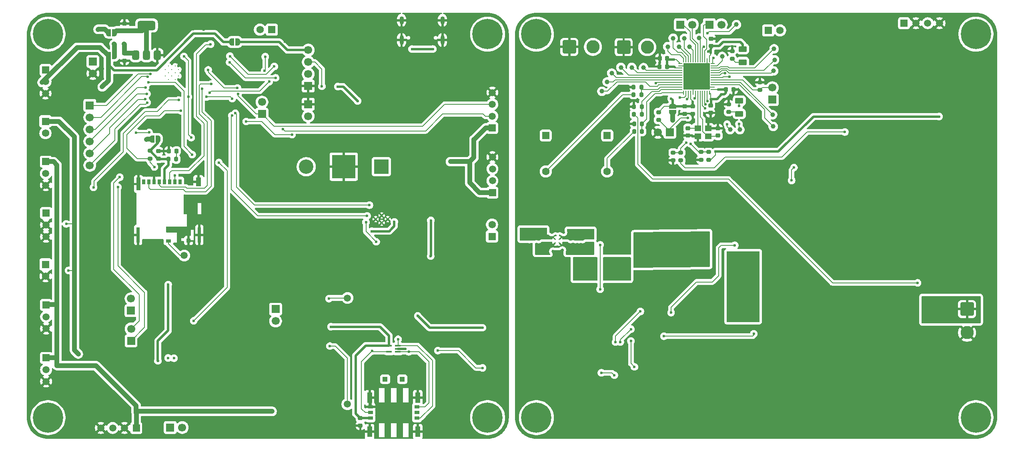
<source format=gbr>
%TF.GenerationSoftware,KiCad,Pcbnew,9.0.6*%
%TF.CreationDate,2026-02-17T13:33:00+03:00*%
%TF.ProjectId,AWS PROJECT,41575320-5052-44f4-9a45-43542e6b6963,rev?*%
%TF.SameCoordinates,Original*%
%TF.FileFunction,Copper,L2,Bot*%
%TF.FilePolarity,Positive*%
%FSLAX46Y46*%
G04 Gerber Fmt 4.6, Leading zero omitted, Abs format (unit mm)*
G04 Created by KiCad (PCBNEW 9.0.6) date 2026-02-17 13:33:00*
%MOMM*%
%LPD*%
G01*
G04 APERTURE LIST*
G04 Aperture macros list*
%AMRoundRect*
0 Rectangle with rounded corners*
0 $1 Rounding radius*
0 $2 $3 $4 $5 $6 $7 $8 $9 X,Y pos of 4 corners*
0 Add a 4 corners polygon primitive as box body*
4,1,4,$2,$3,$4,$5,$6,$7,$8,$9,$2,$3,0*
0 Add four circle primitives for the rounded corners*
1,1,$1+$1,$2,$3*
1,1,$1+$1,$4,$5*
1,1,$1+$1,$6,$7*
1,1,$1+$1,$8,$9*
0 Add four rect primitives between the rounded corners*
20,1,$1+$1,$2,$3,$4,$5,0*
20,1,$1+$1,$4,$5,$6,$7,0*
20,1,$1+$1,$6,$7,$8,$9,0*
20,1,$1+$1,$8,$9,$2,$3,0*%
%AMFreePoly0*
4,1,23,0.000000,0.745722,0.065263,0.745722,0.191342,0.711940,0.304381,0.646677,0.396677,0.554381,0.461940,0.441342,0.495722,0.315263,0.495722,0.250000,0.500000,0.250000,0.500000,-0.250000,0.495722,-0.250000,0.495722,-0.315263,0.461940,-0.441342,0.396677,-0.554381,0.304381,-0.646677,0.191342,-0.711940,0.065263,-0.745722,0.000000,-0.745722,0.000000,-0.750000,-0.500000,-0.750000,
-0.500000,0.750000,0.000000,0.750000,0.000000,0.745722,0.000000,0.745722,$1*%
%AMFreePoly1*
4,1,23,0.500000,-0.750000,0.000000,-0.750000,0.000000,-0.745722,-0.065263,-0.745722,-0.191342,-0.711940,-0.304381,-0.646677,-0.396677,-0.554381,-0.461940,-0.441342,-0.495722,-0.315263,-0.495722,-0.250000,-0.500000,-0.250000,-0.500000,0.250000,-0.495722,0.250000,-0.495722,0.315263,-0.461940,0.441342,-0.396677,0.554381,-0.304381,0.646677,-0.191342,0.711940,-0.065263,0.745722,0.000000,0.745722,
0.000000,0.750000,0.500000,0.750000,0.500000,-0.750000,0.500000,-0.750000,$1*%
G04 Aperture macros list end*
%TA.AperFunction,ComponentPad*%
%ADD10C,1.600000*%
%TD*%
%TA.AperFunction,ComponentPad*%
%ADD11RoundRect,0.250000X-0.550000X0.550000X-0.550000X-0.550000X0.550000X-0.550000X0.550000X0.550000X0*%
%TD*%
%TA.AperFunction,ComponentPad*%
%ADD12C,6.400000*%
%TD*%
%TA.AperFunction,ComponentPad*%
%ADD13C,1.508000*%
%TD*%
%TA.AperFunction,ComponentPad*%
%ADD14R,1.508000X1.508000*%
%TD*%
%TA.AperFunction,ComponentPad*%
%ADD15C,0.800000*%
%TD*%
%TA.AperFunction,ComponentPad*%
%ADD16C,2.800000*%
%TD*%
%TA.AperFunction,ComponentPad*%
%ADD17RoundRect,0.250001X-1.149999X1.149999X-1.149999X-1.149999X1.149999X-1.149999X1.149999X1.149999X0*%
%TD*%
%TA.AperFunction,ComponentPad*%
%ADD18RoundRect,0.250001X-1.149999X-1.149999X1.149999X-1.149999X1.149999X1.149999X-1.149999X1.149999X0*%
%TD*%
%TA.AperFunction,SMDPad,CuDef*%
%ADD19RoundRect,0.200000X-0.275000X0.200000X-0.275000X-0.200000X0.275000X-0.200000X0.275000X0.200000X0*%
%TD*%
%TA.AperFunction,ComponentPad*%
%ADD20C,1.700000*%
%TD*%
%TA.AperFunction,ComponentPad*%
%ADD21R,1.700000X1.700000*%
%TD*%
%TA.AperFunction,SMDPad,CuDef*%
%ADD22R,5.600000X5.600000*%
%TD*%
%TA.AperFunction,SMDPad,CuDef*%
%ADD23R,0.860000X0.270000*%
%TD*%
%TA.AperFunction,SMDPad,CuDef*%
%ADD24R,0.270000X0.860000*%
%TD*%
%TA.AperFunction,ComponentPad*%
%ADD25C,0.300000*%
%TD*%
%TA.AperFunction,SMDPad,CuDef*%
%ADD26RoundRect,0.225000X0.225000X0.250000X-0.225000X0.250000X-0.225000X-0.250000X0.225000X-0.250000X0*%
%TD*%
%TA.AperFunction,SMDPad,CuDef*%
%ADD27RoundRect,0.200000X0.200000X0.275000X-0.200000X0.275000X-0.200000X-0.275000X0.200000X-0.275000X0*%
%TD*%
%TA.AperFunction,SMDPad,CuDef*%
%ADD28C,1.000000*%
%TD*%
%TA.AperFunction,SMDPad,CuDef*%
%ADD29RoundRect,0.200000X0.275000X-0.200000X0.275000X0.200000X-0.275000X0.200000X-0.275000X-0.200000X0*%
%TD*%
%TA.AperFunction,SMDPad,CuDef*%
%ADD30RoundRect,0.225000X-0.250000X0.225000X-0.250000X-0.225000X0.250000X-0.225000X0.250000X0.225000X0*%
%TD*%
%TA.AperFunction,SMDPad,CuDef*%
%ADD31RoundRect,0.200000X-0.200000X-0.275000X0.200000X-0.275000X0.200000X0.275000X-0.200000X0.275000X0*%
%TD*%
%TA.AperFunction,ComponentPad*%
%ADD32C,1.575000*%
%TD*%
%TA.AperFunction,ComponentPad*%
%ADD33R,1.575000X1.575000*%
%TD*%
%TA.AperFunction,SMDPad,CuDef*%
%ADD34R,1.400000X1.200000*%
%TD*%
%TA.AperFunction,SMDPad,CuDef*%
%ADD35FreePoly0,270.000000*%
%TD*%
%TA.AperFunction,SMDPad,CuDef*%
%ADD36FreePoly1,270.000000*%
%TD*%
%TA.AperFunction,SMDPad,CuDef*%
%ADD37RoundRect,0.225000X0.250000X-0.225000X0.250000X0.225000X-0.250000X0.225000X-0.250000X-0.225000X0*%
%TD*%
%TA.AperFunction,SMDPad,CuDef*%
%ADD38RoundRect,0.250000X0.625000X-0.375000X0.625000X0.375000X-0.625000X0.375000X-0.625000X-0.375000X0*%
%TD*%
%TA.AperFunction,SMDPad,CuDef*%
%ADD39RoundRect,0.225000X-0.225000X-0.250000X0.225000X-0.250000X0.225000X0.250000X-0.225000X0.250000X0*%
%TD*%
%TA.AperFunction,ComponentPad*%
%ADD40O,0.900000X2.000000*%
%TD*%
%TA.AperFunction,ComponentPad*%
%ADD41O,0.900000X1.700000*%
%TD*%
%TA.AperFunction,SMDPad,CuDef*%
%ADD42RoundRect,0.375000X0.375000X-0.625000X0.375000X0.625000X-0.375000X0.625000X-0.375000X-0.625000X0*%
%TD*%
%TA.AperFunction,SMDPad,CuDef*%
%ADD43RoundRect,0.500000X1.400000X-0.500000X1.400000X0.500000X-1.400000X0.500000X-1.400000X-0.500000X0*%
%TD*%
%TA.AperFunction,SMDPad,CuDef*%
%ADD44RoundRect,0.112500X0.187500X0.112500X-0.187500X0.112500X-0.187500X-0.112500X0.187500X-0.112500X0*%
%TD*%
%TA.AperFunction,SMDPad,CuDef*%
%ADD45C,1.500000*%
%TD*%
%TA.AperFunction,SMDPad,CuDef*%
%ADD46FreePoly1,180.000000*%
%TD*%
%TA.AperFunction,SMDPad,CuDef*%
%ADD47FreePoly0,180.000000*%
%TD*%
%TA.AperFunction,SMDPad,CuDef*%
%ADD48R,1.230000X0.400000*%
%TD*%
%TA.AperFunction,ComponentPad*%
%ADD49R,3.050000X3.050000*%
%TD*%
%TA.AperFunction,ComponentPad*%
%ADD50C,3.050000*%
%TD*%
%TA.AperFunction,SMDPad,CuDef*%
%ADD51R,5.000000X5.000000*%
%TD*%
%TA.AperFunction,SMDPad,CuDef*%
%ADD52RoundRect,0.218750X-0.218750X-0.256250X0.218750X-0.256250X0.218750X0.256250X-0.218750X0.256250X0*%
%TD*%
%TA.AperFunction,SMDPad,CuDef*%
%ADD53R,1.000000X2.300000*%
%TD*%
%TA.AperFunction,SMDPad,CuDef*%
%ADD54R,1.100000X1.000000*%
%TD*%
%TA.AperFunction,SMDPad,CuDef*%
%ADD55R,1.000000X0.800000*%
%TD*%
%TA.AperFunction,SMDPad,CuDef*%
%ADD56R,0.700000X1.100000*%
%TD*%
%TA.AperFunction,SMDPad,CuDef*%
%ADD57R,0.900000X0.930000*%
%TD*%
%TA.AperFunction,SMDPad,CuDef*%
%ADD58R,1.050000X0.780000*%
%TD*%
%TA.AperFunction,SMDPad,CuDef*%
%ADD59R,1.140000X1.830000*%
%TD*%
%TA.AperFunction,SMDPad,CuDef*%
%ADD60R,0.860000X2.800000*%
%TD*%
%TA.AperFunction,SMDPad,CuDef*%
%ADD61R,0.700000X3.330000*%
%TD*%
%TA.AperFunction,ViaPad*%
%ADD62C,0.600000*%
%TD*%
%TA.AperFunction,Conductor*%
%ADD63C,0.200000*%
%TD*%
%TA.AperFunction,Conductor*%
%ADD64C,0.500000*%
%TD*%
%TA.AperFunction,Conductor*%
%ADD65C,1.000000*%
%TD*%
G04 APERTURE END LIST*
D10*
%TO.P,SW2,2,B*%
%TO.N,/power board/DC JACK INPUT*%
X158987500Y-71352500D03*
D11*
%TO.P,SW2,1,A*%
%TO.N,Net-(J26-Pin_2)*%
X158987500Y-63732500D03*
%TD*%
D12*
%TO.P,,1*%
%TO.N,N/C*%
X144000000Y-123500000D03*
%TD*%
D13*
%TO.P,J28,4,4*%
%TO.N,GND*%
X229295210Y-39936666D03*
%TO.P,J28,3,3*%
%TO.N,+3.3V*%
X226795210Y-39936666D03*
%TO.P,J28,2,2*%
%TO.N,GND*%
X224295210Y-39936666D03*
D14*
%TO.P,J28,1,1*%
%TO.N,+5V*%
X221795210Y-39936666D03*
%TD*%
D15*
%TO.P,REF\u002A\u002A,1*%
%TO.N,N/C*%
X141600000Y-42250000D03*
X142302944Y-40552944D03*
X142302944Y-43947056D03*
X144000000Y-39850000D03*
D12*
X144000000Y-42250000D03*
D15*
X144000000Y-44650000D03*
X145697056Y-40552944D03*
X145697056Y-43947056D03*
X146400000Y-42250000D03*
%TD*%
%TO.P,REF\u002A\u002A,1*%
%TO.N,N/C*%
X144000000Y-125900000D03*
X142302944Y-125197056D03*
X145697056Y-125197056D03*
X141600000Y-123500000D03*
D12*
X144000000Y-123500000D03*
D15*
X146400000Y-123500000D03*
X142302944Y-121802944D03*
X145697056Y-121802944D03*
X144000000Y-121100000D03*
%TD*%
D10*
%TO.P,SW1,2,B*%
%TO.N,/power board/SOLAR INPUT*%
X145987500Y-71352500D03*
D11*
%TO.P,SW1,1,A*%
%TO.N,Net-(J25-Pin_2)*%
X145987500Y-63732500D03*
%TD*%
D16*
%TO.P,J27,2,Pin_2*%
%TO.N,GND*%
X235132500Y-105500000D03*
D17*
%TO.P,J27,1,Pin_1*%
%TO.N,/power board/BATTERY BMS*%
X235132500Y-100500000D03*
%TD*%
D15*
%TO.P,REF\u002A\u002A,1*%
%TO.N,N/C*%
X237000000Y-39850000D03*
X238697056Y-40552944D03*
X235302944Y-40552944D03*
X239400000Y-42250000D03*
D12*
X237000000Y-42250000D03*
D15*
X234600000Y-42250000D03*
X238697056Y-43947056D03*
X235302944Y-43947056D03*
X237000000Y-44650000D03*
%TD*%
D16*
%TO.P,J25,2,Pin_2*%
%TO.N,Net-(J25-Pin_2)*%
X155975210Y-44954166D03*
D18*
%TO.P,J25,1,Pin_1*%
%TO.N,GND*%
X150975210Y-44954166D03*
%TD*%
D15*
%TO.P,REF\u002A\u002A,1*%
%TO.N,N/C*%
X239400000Y-123500000D03*
X238697056Y-125197056D03*
X238697056Y-121802944D03*
X237000000Y-125900000D03*
D12*
X237000000Y-123500000D03*
D15*
X237000000Y-121100000D03*
X235302944Y-125197056D03*
X235302944Y-121802944D03*
X234600000Y-123500000D03*
%TD*%
D16*
%TO.P,J26,2,Pin_2*%
%TO.N,Net-(J26-Pin_2)*%
X167465210Y-45016666D03*
D18*
%TO.P,J26,1,Pin_1*%
%TO.N,GND*%
X162465210Y-45016666D03*
%TD*%
D19*
%TO.P,R81,2*%
%TO.N,Net-(D24-K)*%
X184675210Y-58751666D03*
%TO.P,R81,1*%
%TO.N,GND*%
X184675210Y-57101666D03*
%TD*%
D20*
%TO.P,J32,2,Pin_2*%
%TO.N,Net-(J32-Pin_2)*%
X183130210Y-40236666D03*
D21*
%TO.P,J32,1,Pin_1*%
%TO.N,Net-(J32-Pin_1)*%
X180590210Y-40236666D03*
%TD*%
D22*
%TO.P,U18,49,EXP*%
%TO.N,GND*%
X177890210Y-51206666D03*
D23*
%TO.P,U18,48,VDD*%
%TO.N,VDD*%
X181325210Y-53956666D03*
%TO.P,U18,47,VSS*%
%TO.N,GND*%
X181325210Y-53456666D03*
%TO.P,U18,46,PB9*%
%TO.N,Net-(U18-PB9)*%
X181325210Y-52956666D03*
%TO.P,U18,45,PB8*%
%TO.N,Net-(U18-PB8)*%
X181325210Y-52456666D03*
%TO.P,U18,44,BOOT0*%
%TO.N,/power board/BOOT0_MCU*%
X181325210Y-51956666D03*
%TO.P,U18,43,PB7*%
%TO.N,/power board/MCU_SDA*%
X181325210Y-51456666D03*
%TO.P,U18,42,PB6*%
%TO.N,/power board/MCU_SCL*%
X181325210Y-50956666D03*
%TO.P,U18,41,PB5*%
%TO.N,Net-(U18-PB5)*%
X181325210Y-50456666D03*
%TO.P,U18,40,PB4/~{JTRST}*%
%TO.N,Net-(U18-PB4{slash}~{JTRST})*%
X181325210Y-49956666D03*
%TO.P,U18,39,PB3/JTDO-SWO*%
%TO.N,Net-(U18-PB3{slash}JTDO-SWO)*%
X181325210Y-49456666D03*
%TO.P,U18,38,PA15/JTDI*%
%TO.N,Net-(U18-PA15{slash}JTDI)*%
X181325210Y-48956666D03*
%TO.P,U18,37,PA14/JTCK-SWCLK*%
%TO.N,Net-(J32-Pin_2)*%
X181325210Y-48456666D03*
D24*
%TO.P,U18,36,VDD*%
%TO.N,VDD*%
X180640210Y-47771666D03*
%TO.P,U18,35,VSS*%
%TO.N,GND*%
X180140210Y-47771666D03*
%TO.P,U18,34,PA13/JTMS-SWDIO*%
%TO.N,Net-(J32-Pin_1)*%
X179640210Y-47771666D03*
%TO.P,U18,33,PA12*%
%TO.N,Net-(U18-PA12)*%
X179140210Y-47771666D03*
%TO.P,U18,32,PA11*%
%TO.N,Net-(U18-PA11)*%
X178640210Y-47771666D03*
%TO.P,U18,31,PA10*%
%TO.N,Net-(J31-Pin_2)*%
X178140210Y-47771666D03*
%TO.P,U18,30,PA9*%
%TO.N,Net-(J31-Pin_1)*%
X177640210Y-47771666D03*
%TO.P,U18,29,PA8*%
%TO.N,Net-(U18-PA8)*%
X177140210Y-47771666D03*
%TO.P,U18,28,PB15*%
%TO.N,Net-(U18-PB15)*%
X176640210Y-47771666D03*
%TO.P,U18,27,PB14*%
%TO.N,Net-(U18-PB14)*%
X176140210Y-47771666D03*
%TO.P,U18,26,PB13*%
%TO.N,Net-(U18-PB13)*%
X175640210Y-47771666D03*
%TO.P,U18,25,PB12*%
%TO.N,Net-(U18-PB12)*%
X175140210Y-47771666D03*
D23*
%TO.P,U18,24,VDD*%
%TO.N,VDD*%
X174455210Y-48456666D03*
%TO.P,U18,23,VSS*%
%TO.N,GND*%
X174455210Y-48956666D03*
%TO.P,U18,22,VCAP_1*%
%TO.N,VDD*%
X174455210Y-49456666D03*
%TO.P,U18,21,PB10*%
%TO.N,Net-(U18-PB10)*%
X174455210Y-49956666D03*
%TO.P,U18,20,PB2*%
%TO.N,/power board/BOOT1_MCU*%
X174455210Y-50456666D03*
%TO.P,U18,19,PB1*%
%TO.N,Net-(U18-PB1)*%
X174455210Y-50956666D03*
%TO.P,U18,18,PB0*%
%TO.N,Net-(U18-PB0)*%
X174455210Y-51456666D03*
%TO.P,U18,17,PA7*%
%TO.N,Net-(U18-PA7)*%
X174455210Y-51956666D03*
%TO.P,U18,16,PA6*%
%TO.N,/power board/CE*%
X174455210Y-52456666D03*
%TO.P,U18,15,PA5*%
%TO.N,Net-(U18-PA5)*%
X174455210Y-52956666D03*
%TO.P,U18,14,PA4*%
%TO.N,/power board/SOLAR_INPUT*%
X174455210Y-53456666D03*
%TO.P,U18,13,PA3*%
%TO.N,/power board/BATT_INPUT*%
X174455210Y-53956666D03*
D24*
%TO.P,U18,12,PA2*%
%TO.N,/power board/DC_INPUT*%
X175140210Y-54641666D03*
%TO.P,U18,11,PA1*%
%TO.N,/power board/5V_INPUT*%
X175640210Y-54641666D03*
%TO.P,U18,10,PA0*%
%TO.N,/power board/3V3_INPUT*%
X176140210Y-54641666D03*
%TO.P,U18,9,VDDA/VREF+*%
%TO.N,VDD*%
X176640210Y-54641666D03*
%TO.P,U18,8,VSSA/VREF-*%
%TO.N,GND*%
X177140210Y-54641666D03*
%TO.P,U18,7,~{RST}*%
%TO.N,/power board/RST_MCU*%
X177640210Y-54641666D03*
%TO.P,U18,6,PH1-OSC_OUT*%
%TO.N,/power board/cout*%
X178140210Y-54641666D03*
%TO.P,U18,5,PH0-OSC_IN*%
%TO.N,/power board/cin*%
X178640210Y-54641666D03*
%TO.P,U18,4,PC15-OSC32_OUT*%
%TO.N,Net-(U18-PC15-OSC32_OUT)*%
X179140210Y-54641666D03*
%TO.P,U18,3,PC14-OSC32_IN*%
%TO.N,Net-(U18-PC14-OSC32_IN)*%
X179640210Y-54641666D03*
%TO.P,U18,2,PC13*%
%TO.N,Net-(D24-A)*%
X180140210Y-54641666D03*
%TO.P,U18,1,VBAT*%
%TO.N,VDD*%
X180640210Y-54641666D03*
%TD*%
D25*
%TO.P,U15,8_1,OUT*%
%TO.N,Net-(JP13-A)*%
X148025000Y-86450000D03*
%TO.P,U15,7_1,IN1*%
%TO.N,/power board/SOLAR INPUT*%
X148025000Y-85750000D03*
%TO.P,U15,2_1,IN2*%
%TO.N,/power board/DC JACK INPUT*%
X148825000Y-85750000D03*
%TO.P,U15,1_1,OUT*%
%TO.N,Net-(JP13-A)*%
X148825000Y-86450000D03*
%TD*%
D26*
%TO.P,C70,2*%
%TO.N,GND*%
X170065210Y-49181666D03*
%TO.P,C70,1*%
%TO.N,VDD*%
X171615210Y-49181666D03*
%TD*%
D27*
%TO.P,R78,2*%
%TO.N,GND*%
X164580210Y-53446666D03*
%TO.P,R78,1*%
%TO.N,/power board/SOLAR_INPUT*%
X166230210Y-53446666D03*
%TD*%
D28*
%TO.P,PB1,1,1*%
%TO.N,Net-(U18-PA5)*%
X157865210Y-54366666D03*
%TD*%
D29*
%TO.P,R79,2*%
%TO.N,VDD*%
X169845210Y-58781666D03*
%TO.P,R79,1*%
%TO.N,/power board/RST_MCU*%
X169845210Y-60431666D03*
%TD*%
D28*
%TO.P,PB18,1,1*%
%TO.N,Net-(U18-PB15)*%
X175325210Y-43126666D03*
%TD*%
D19*
%TO.P,R80,2*%
%TO.N,/power board/BOOT0_MCU*%
X191275210Y-54101666D03*
%TO.P,R80,1*%
%TO.N,GND*%
X191275210Y-52451666D03*
%TD*%
D28*
%TO.P,PB21,1,1*%
%TO.N,/power board/BOOT1_MCU*%
X164195210Y-49296666D03*
%TD*%
D30*
%TO.P,C71,2*%
%TO.N,GND*%
X175365210Y-59131666D03*
%TO.P,C71,1*%
%TO.N,VDD*%
X175365210Y-57581666D03*
%TD*%
D31*
%TO.P,R73,2*%
%TO.N,/power board/DC_INPUT*%
X166330210Y-62886666D03*
%TO.P,R73,1*%
%TO.N,/power board/DC JACK INPUT*%
X164680210Y-62886666D03*
%TD*%
D28*
%TO.P,PB11,1,1*%
%TO.N,Net-(U18-PB5)*%
X194195210Y-50036666D03*
%TD*%
D26*
%TO.P,C69,2*%
%TO.N,GND*%
X170095210Y-47356666D03*
%TO.P,C69,1*%
%TO.N,VDD*%
X171645210Y-47356666D03*
%TD*%
D32*
%TO.P,J33,2,2*%
%TO.N,/power board/MCU_SDA*%
X195557710Y-41471666D03*
D33*
%TO.P,J33,1,1*%
%TO.N,/power board/MCU_SCL*%
X193057710Y-41471666D03*
%TD*%
D34*
%TO.P,Y1,4,GND*%
%TO.N,GND*%
X180350210Y-62191666D03*
%TO.P,Y1,3*%
%TO.N,/power board/cout*%
X178150210Y-62191666D03*
%TO.P,Y1,2,GND*%
%TO.N,GND*%
X178150210Y-63891666D03*
%TO.P,Y1,1*%
%TO.N,/power board/cin*%
X180350210Y-63891666D03*
%TD*%
D35*
%TO.P,JP25,2,B*%
%TO.N,+3.3V*%
X172795210Y-58846666D03*
D36*
%TO.P,JP25,1,A*%
%TO.N,VDD*%
X172795210Y-57546666D03*
%TD*%
D28*
%TO.P,PB15,1,1*%
%TO.N,Net-(U18-PB12)*%
X171805210Y-44896666D03*
%TD*%
D37*
%TO.P,C73,2*%
%TO.N,/power board/cout*%
X176060210Y-62176666D03*
%TO.P,C73,1*%
%TO.N,GND*%
X176060210Y-63726666D03*
%TD*%
D28*
%TO.P,PB10,1,1*%
%TO.N,Net-(U18-PB4{slash}~{JTRST})*%
X194395210Y-47686666D03*
%TD*%
D29*
%TO.P,R71,2*%
%TO.N,/power board/5V_INPUT*%
X174565210Y-67356666D03*
%TO.P,R71,1*%
%TO.N,+5V*%
X174565210Y-69006666D03*
%TD*%
D19*
%TO.P,R72,2*%
%TO.N,GND*%
X172935210Y-69001666D03*
%TO.P,R72,1*%
%TO.N,/power board/5V_INPUT*%
X172935210Y-67351666D03*
%TD*%
D20*
%TO.P,J29,2,Pin_2*%
%TO.N,GND*%
X169700210Y-63046666D03*
D21*
%TO.P,J29,1,Pin_1*%
%TO.N,/power board/RST_MCU*%
X172240210Y-63046666D03*
%TD*%
D37*
%TO.P,C65,2*%
%TO.N,GND*%
X180955210Y-43251666D03*
%TO.P,C65,1*%
%TO.N,VDD*%
X180955210Y-44801666D03*
%TD*%
D29*
%TO.P,R69,2*%
%TO.N,/power board/3V3_INPUT*%
X180445210Y-67226666D03*
%TO.P,R69,1*%
%TO.N,+3.3V*%
X180445210Y-68876666D03*
%TD*%
D28*
%TO.P,PB19,1,1*%
%TO.N,Net-(U18-PC14-OSC32_IN)*%
X187055210Y-62486666D03*
%TD*%
D19*
%TO.P,R70,2*%
%TO.N,GND*%
X178835210Y-68861666D03*
%TO.P,R70,1*%
%TO.N,/power board/3V3_INPUT*%
X178835210Y-67211666D03*
%TD*%
D28*
%TO.P,PB7,1,1*%
%TO.N,Net-(U18-PB0)*%
X159945210Y-50506666D03*
%TD*%
%TO.P,PB13,1,1*%
%TO.N,Net-(U18-PB9)*%
X194105210Y-61816666D03*
%TD*%
D19*
%TO.P,R82,2*%
%TO.N,Net-(D25-K)*%
X185415210Y-47471666D03*
%TO.P,R82,1*%
%TO.N,GND*%
X185415210Y-45821666D03*
%TD*%
D28*
%TO.P,PB9,1,1*%
%TO.N,Net-(U18-PB3{slash}JTDO-SWO)*%
X194295210Y-45356666D03*
%TD*%
%TO.P,PB20,1,1*%
%TO.N,Net-(U18-PC15-OSC32_OUT)*%
X185005210Y-62476666D03*
%TD*%
%TO.P,PB17,1,1*%
%TO.N,Net-(U18-PB14)*%
X174175210Y-44926666D03*
%TD*%
%TO.P,PB8,1,1*%
%TO.N,Net-(U18-PB1)*%
X161885210Y-49296666D03*
%TD*%
%TO.P,PB16,1,1*%
%TO.N,Net-(U18-PB13)*%
X172925210Y-43116666D03*
%TD*%
D38*
%TO.P,D24,2,A*%
%TO.N,Net-(D24-A)*%
X186925210Y-56346666D03*
%TO.P,D24,1,K*%
%TO.N,Net-(D24-K)*%
X186925210Y-59146666D03*
%TD*%
D20*
%TO.P,J30,2,Pin_2*%
%TO.N,/power board/BOOT0_MCU*%
X193935210Y-53596666D03*
D21*
%TO.P,J30,1,Pin_1*%
%TO.N,VDD*%
X193935210Y-56136666D03*
%TD*%
D28*
%TO.P,PB14,1,1*%
%TO.N,Net-(U18-PB10)*%
X166675210Y-49346666D03*
%TD*%
D27*
%TO.P,R76,2*%
%TO.N,GND*%
X164635210Y-57596666D03*
%TO.P,R76,1*%
%TO.N,/power board/BATT_INPUT*%
X166285210Y-57596666D03*
%TD*%
D38*
%TO.P,D25,2,A*%
%TO.N,VDD*%
X187655210Y-45396666D03*
%TO.P,D25,1,K*%
%TO.N,Net-(D25-K)*%
X187655210Y-48196666D03*
%TD*%
D31*
%TO.P,R77,2*%
%TO.N,/power board/SOLAR_INPUT*%
X166220210Y-55066666D03*
%TO.P,R77,1*%
%TO.N,/power board/SOLAR INPUT*%
X164570210Y-55066666D03*
%TD*%
D30*
%TO.P,C68,2*%
%TO.N,GND*%
X180845210Y-58941666D03*
%TO.P,C68,1*%
%TO.N,VDD*%
X180845210Y-57391666D03*
%TD*%
D27*
%TO.P,R74,2*%
%TO.N,GND*%
X164705210Y-61236666D03*
%TO.P,R74,1*%
%TO.N,/power board/DC_INPUT*%
X166355210Y-61236666D03*
%TD*%
D20*
%TO.P,J31,2,Pin_2*%
%TO.N,Net-(J31-Pin_2)*%
X177020210Y-40236666D03*
D21*
%TO.P,J31,1,Pin_1*%
%TO.N,Net-(J31-Pin_1)*%
X174480210Y-40236666D03*
%TD*%
D28*
%TO.P,PB6,1,1*%
%TO.N,Net-(U18-PA15{slash}JTDI)*%
X183325210Y-46986666D03*
%TD*%
D31*
%TO.P,R75,2*%
%TO.N,/power board/BATT_INPUT*%
X166290210Y-59216666D03*
%TO.P,R75,1*%
%TO.N,/power board/BATT_VAL*%
X164640210Y-59216666D03*
%TD*%
D28*
%TO.P,PB12,1,1*%
%TO.N,Net-(U18-PB8)*%
X193995210Y-59326666D03*
%TD*%
D39*
%TO.P,C67,2*%
%TO.N,GND*%
X185680210Y-54006666D03*
%TO.P,C67,1*%
%TO.N,VDD*%
X184130210Y-54006666D03*
%TD*%
D28*
%TO.P,PB4,1,1*%
%TO.N,Net-(U18-PA12)*%
X186325210Y-40226666D03*
%TD*%
D30*
%TO.P,C66,2*%
%TO.N,GND*%
X177105210Y-59121666D03*
%TO.P,C66,1*%
%TO.N,VDD*%
X177105210Y-57571666D03*
%TD*%
D28*
%TO.P,PB5,1,1*%
%TO.N,Net-(U18-PA11)*%
X178425210Y-43086666D03*
%TD*%
D30*
%TO.P,C72,2*%
%TO.N,/power board/cin*%
X182440210Y-63751666D03*
%TO.P,C72,1*%
%TO.N,GND*%
X182440210Y-62201666D03*
%TD*%
D28*
%TO.P,PB2,1,1*%
%TO.N,Net-(U18-PA7)*%
X158965210Y-52376666D03*
%TD*%
%TO.P,PB3,1,1*%
%TO.N,Net-(U18-PA8)*%
X176415210Y-44926666D03*
%TD*%
D21*
%TO.P,J8,1,Pin_1*%
%TO.N,/gate way/lora power in*%
X66530000Y-125590000D03*
D20*
%TO.P,J8,2,Pin_2*%
%TO.N,/gate way/LORA BOOT*%
X69070000Y-125590000D03*
%TD*%
D25*
%TO.P,U3,21_1,EXP*%
%TO.N,GND*%
X109995000Y-81435000D03*
%TO.P,U3,21_2,EXP*%
X111270000Y-82210000D03*
%TO.P,U3,21_3,EXP*%
X111270000Y-80660000D03*
%TO.P,U3,21_4,EXP*%
X112545000Y-81435000D03*
%TD*%
D14*
%TO.P,J20,1,1*%
%TO.N,5v*%
X40200000Y-69270000D03*
D13*
%TO.P,J20,2,2*%
%TO.N,/gate way/DS18B20*%
X40200000Y-71770000D03*
%TO.P,J20,3,3*%
%TO.N,GND*%
X40200000Y-74270000D03*
%TD*%
D21*
%TO.P,J1,1,Pin_1*%
%TO.N,Net-(J1-Pin_1)*%
X50170000Y-48045000D03*
D20*
%TO.P,J1,2,Pin_2*%
%TO.N,GND*%
X50170000Y-50585000D03*
%TD*%
D14*
%TO.P,J15,1,1*%
%TO.N,5v*%
X59347500Y-125685000D03*
D13*
%TO.P,J15,2,2*%
%TO.N,GND*%
X56847500Y-125685000D03*
%TO.P,J15,3,3*%
%TO.N,3v3*%
X54347500Y-125685000D03*
%TO.P,J15,4,4*%
%TO.N,GND*%
X51847500Y-125685000D03*
%TD*%
D14*
%TO.P,J18,1,1*%
%TO.N,5v*%
X40265000Y-99632500D03*
D13*
%TO.P,J18,2,2*%
%TO.N,Net-(J18-Pad2)*%
X40265000Y-102132500D03*
%TO.P,J18,3,3*%
%TO.N,GND*%
X40265000Y-104632500D03*
%TD*%
D15*
%TO.P,REF\u002A\u002A,1*%
%TO.N,N/C*%
X131270000Y-123500000D03*
X131972944Y-121802944D03*
X131972944Y-125197056D03*
X133670000Y-121100000D03*
D12*
X133670000Y-123500000D03*
D15*
X133670000Y-125900000D03*
X135367056Y-121802944D03*
X135367056Y-125197056D03*
X136070000Y-123500000D03*
%TD*%
%TO.P,REF\u002A\u002A,1*%
%TO.N,N/C*%
X133670000Y-44650000D03*
X131972944Y-43947056D03*
X135367056Y-43947056D03*
X131270000Y-42250000D03*
D12*
X133670000Y-42250000D03*
D15*
X136070000Y-42250000D03*
X131972944Y-40552944D03*
X135367056Y-40552944D03*
X133670000Y-39850000D03*
%TD*%
D21*
%TO.P,J3,1,Pin_1*%
%TO.N,/gate way/D+*%
X88820000Y-100510000D03*
D20*
%TO.P,J3,2,Pin_2*%
%TO.N,/gate way/D-*%
X88820000Y-103050000D03*
%TD*%
D21*
%TO.P,J10,1,Pin_1*%
%TO.N,/gate way/LORA_TX*%
X58240000Y-107225000D03*
D20*
%TO.P,J10,2,Pin_2*%
%TO.N,/gate way/LORA_RX*%
X58240000Y-104685000D03*
%TD*%
D14*
%TO.P,J22,1,1*%
%TO.N,5v*%
X40260000Y-110840000D03*
D13*
%TO.P,J22,2,2*%
%TO.N,/gate way/DHT22*%
X40260000Y-113340000D03*
%TO.P,J22,3,3*%
%TO.N,GND*%
X40260000Y-115840000D03*
%TD*%
D14*
%TO.P,J17,1,1*%
%TO.N,+3.3V_LORA*%
X134680000Y-62130000D03*
D13*
%TO.P,J17,2,2*%
%TO.N,/gate way/I2C SCL*%
X134680000Y-59630000D03*
%TO.P,J17,3,3*%
%TO.N,/gate way/I2C SDA*%
X134680000Y-57130000D03*
%TO.P,J17,4,4*%
%TO.N,GND*%
X134680000Y-54630000D03*
%TD*%
D33*
%TO.P,J14,1,1*%
%TO.N,3v3*%
X40125000Y-60722500D03*
D32*
%TO.P,J14,2,2*%
%TO.N,/gate way/S1223*%
X40125000Y-63222500D03*
%TD*%
D15*
%TO.P,REF\u002A\u002A,1*%
%TO.N,N/C*%
X40670000Y-121100000D03*
X42367056Y-121802944D03*
X38972944Y-121802944D03*
X43070000Y-123500000D03*
D12*
X40670000Y-123500000D03*
D15*
X38270000Y-123500000D03*
X42367056Y-125197056D03*
X38972944Y-125197056D03*
X40670000Y-125900000D03*
%TD*%
D14*
%TO.P,J19,1,1*%
%TO.N,5v*%
X40145000Y-49817500D03*
D13*
%TO.P,J19,2,2*%
%TO.N,/gate way/VH400*%
X40145000Y-52317500D03*
%TO.P,J19,3,3*%
%TO.N,GND*%
X40145000Y-54817500D03*
%TD*%
D21*
%TO.P,J4,1,Pin_1*%
%TO.N,/gate way/I2C SDA*%
X85940000Y-59190000D03*
D20*
%TO.P,J4,2,Pin_2*%
%TO.N,/gate way/I2C SCL*%
X85940000Y-56650000D03*
%TD*%
D14*
%TO.P,J12,1,1*%
%TO.N,/gate way/DAVIS 7852*%
X40250000Y-80170000D03*
D13*
%TO.P,J12,2,2*%
%TO.N,GND*%
X40250000Y-82670000D03*
%TO.P,J12,3,3*%
X40250000Y-85170000D03*
%TD*%
D21*
%TO.P,J6,1,Pin_1*%
%TO.N,/gate way/VH400*%
X49510000Y-57350000D03*
D20*
%TO.P,J6,2,Pin_2*%
%TO.N,/gate way/S1223*%
X49510000Y-59890000D03*
%TO.P,J6,3,Pin_3*%
%TO.N,/gate way/DS18B20*%
X49510000Y-62430000D03*
%TO.P,J6,4,Pin_4*%
%TO.N,/gate way/DAVIS 7852*%
X49510000Y-64970000D03*
%TO.P,J6,5,Pin_5*%
%TO.N,/gate way/INSPEED VORTEX*%
X49510000Y-67510000D03*
%TO.P,J6,6,Pin_6*%
%TO.N,/gate way/INSPEEED VANE*%
X49510000Y-70050000D03*
%TD*%
D33*
%TO.P,J21,1,1*%
%TO.N,Net-(U11-A)*%
X88010000Y-41301500D03*
D32*
%TO.P,J21,2,2*%
%TO.N,Net-(U11-B)*%
X85510000Y-41301500D03*
%TD*%
D14*
%TO.P,J11,1,1*%
%TO.N,+3.3V_LORA*%
X134695000Y-75812500D03*
D13*
%TO.P,J11,2,2*%
%TO.N,/gate way/I2C SDA*%
X134695000Y-73312500D03*
%TO.P,J11,3,3*%
%TO.N,/gate way/I2C SCL*%
X134695000Y-70812500D03*
%TO.P,J11,4,4*%
%TO.N,GND*%
X134695000Y-68312500D03*
%TD*%
D21*
%TO.P,J2,1,Pin_1*%
%TO.N,GND*%
X95730000Y-57095000D03*
D20*
%TO.P,J2,2,Pin_2*%
%TO.N,Net-(J2-Pin_2)*%
X95730000Y-59635000D03*
%TD*%
D21*
%TO.P,J5,1,Pin_1*%
%TO.N,GND*%
X95730000Y-53250000D03*
D20*
%TO.P,J5,2,Pin_2*%
%TO.N,/gate way/rx*%
X95730000Y-50710000D03*
%TO.P,J5,3,Pin_3*%
%TO.N,/gate way/tx*%
X95730000Y-48170000D03*
%TO.P,J5,4,Pin_4*%
%TO.N,5v*%
X95730000Y-45630000D03*
%TD*%
D33*
%TO.P,J13,1,1*%
%TO.N,/gate way/INSPEED VORTEX*%
X40140000Y-91040000D03*
D32*
%TO.P,J13,2,2*%
%TO.N,GND*%
X40140000Y-93540000D03*
%TD*%
D40*
%TO.P,J24,S1,SHIELD*%
%TO.N,GND*%
X124125000Y-43497500D03*
%TO.P,J24,S2,SHIELD*%
X115475000Y-43497500D03*
D41*
%TO.P,J24,S3,SHIELD*%
X124125000Y-39327500D03*
%TO.P,J24,S4,SHIELD*%
X115475000Y-39327500D03*
%TD*%
D33*
%TO.P,J23,1,1*%
%TO.N,/gate way/I2C SCL*%
X134620000Y-85110000D03*
D32*
%TO.P,J23,2,2*%
%TO.N,/gate way/I2C SDA*%
X134620000Y-82610000D03*
%TD*%
D15*
%TO.P,REF\u002A\u002A,1*%
%TO.N,N/C*%
X43070000Y-42250000D03*
X42367056Y-43947056D03*
X42367056Y-40552944D03*
X40670000Y-44650000D03*
D12*
X40670000Y-42250000D03*
D15*
X40670000Y-39850000D03*
X38972944Y-43947056D03*
X38972944Y-40552944D03*
X38270000Y-42250000D03*
%TD*%
D25*
%TO.P,U4,39_10*%
%TO.N,N/C*%
X66170000Y-49030000D03*
%TO.P,U4,39_11*%
X67570000Y-49030000D03*
%TO.P,U4,39_12*%
X65470000Y-49730000D03*
%TO.P,U4,39_13*%
X66870000Y-49730000D03*
%TO.P,U4,39_14*%
X68270000Y-49730000D03*
%TO.P,U4,39_15*%
X66170000Y-50430000D03*
%TO.P,U4,39_16*%
X67570000Y-50430000D03*
%TO.P,U4,39_17*%
X65470000Y-51130000D03*
%TO.P,U4,39_18*%
X66870000Y-51130000D03*
%TO.P,U4,39_19*%
X68270000Y-51130000D03*
%TO.P,U4,39_20*%
X66170000Y-51830000D03*
%TO.P,U4,39_21*%
X67570000Y-51830000D03*
%TD*%
D21*
%TO.P,J9,1,Pin_1*%
%TO.N,Net-(J9-Pin_1)*%
X58230000Y-100845000D03*
D20*
%TO.P,J9,2,Pin_2*%
%TO.N,Net-(J9-Pin_2)*%
X58230000Y-98305000D03*
%TD*%
D42*
%TO.P,U2,1,GND*%
%TO.N,GND*%
X63812500Y-46720000D03*
%TO.P,U2,2,VO*%
%TO.N,Net-(JP4-A)*%
X61512500Y-46720000D03*
D43*
X61512500Y-40420000D03*
D42*
%TO.P,U2,3,VI*%
%TO.N,Net-(U2-VI)*%
X59212500Y-46720000D03*
%TD*%
D44*
%TO.P,D24,1,K*%
%TO.N,Net-(U2-VI)*%
X56767500Y-44330000D03*
%TO.P,D24,2,A*%
%TO.N,Net-(JP2-A)*%
X54667500Y-44330000D03*
%TD*%
D45*
%TO.P,SNS_TX6,1,1*%
%TO.N,Net-(U5-USB_VBUS)*%
X104040000Y-98150000D03*
%TD*%
D46*
%TO.P,JP4,1,A*%
%TO.N,Net-(JP4-A)*%
X54750000Y-41950000D03*
D47*
%TO.P,JP4,2,B*%
%TO.N,+3.3V_ESP*%
X53450000Y-41950000D03*
%TD*%
D27*
%TO.P,R31,1*%
%TO.N,Net-(D14-A)*%
X67797500Y-68750000D03*
%TO.P,R31,2*%
%TO.N,/gate way/SD power in*%
X66147500Y-68750000D03*
%TD*%
D45*
%TO.P,SNS_TX8,1,1*%
%TO.N,/gate way/SIM DET*%
X104000000Y-120650000D03*
%TD*%
D46*
%TO.P,JP12,1,A*%
%TO.N,/gate way/SD power in*%
X63950000Y-64450000D03*
D47*
%TO.P,JP12,2,B*%
%TO.N,+3.3V_LORA*%
X62650000Y-64450000D03*
%TD*%
D48*
%TO.P,D6,1*%
%TO.N,/gate way/SIM CLK*%
X114690000Y-108250000D03*
%TO.P,D6,2*%
%TO.N,GND*%
X114690000Y-108900000D03*
%TO.P,D6,3*%
%TO.N,/gate way/SIM DATA*%
X114690000Y-109550000D03*
%TO.P,D6,4*%
%TO.N,/gate way/SIM RST*%
X112810000Y-109550000D03*
%TO.P,D6,5*%
%TO.N,/gate way/SIM VDD*%
X112810000Y-108250000D03*
%TD*%
D49*
%TO.P,BT1,1*%
%TO.N,Net-(U8-VBAT)*%
X111195000Y-70340000D03*
D50*
%TO.P,BT1,1_1*%
X95295000Y-70340000D03*
D51*
%TO.P,BT1,2*%
%TO.N,GND*%
X103245000Y-70340000D03*
%TD*%
D29*
%TO.P,R35,1*%
%TO.N,/gate way/SD CS*%
X62220000Y-68600000D03*
%TO.P,R35,2*%
%TO.N,/gate way/SD power in*%
X62220000Y-66950000D03*
%TD*%
D30*
%TO.P,C3,1*%
%TO.N,Net-(U2-VI)*%
X56860000Y-46320000D03*
%TO.P,C3,2*%
%TO.N,GND*%
X56860000Y-47870000D03*
%TD*%
D52*
%TO.P,D14,1,K*%
%TO.N,GND*%
X66260000Y-67000000D03*
%TO.P,D14,2,A*%
%TO.N,Net-(D14-A)*%
X67835000Y-67000000D03*
%TD*%
D46*
%TO.P,JP10,1,A*%
%TO.N,5v*%
X80800000Y-43920000D03*
D47*
%TO.P,JP10,2,B*%
X79500000Y-43920000D03*
%TD*%
D46*
%TO.P,JP2,1,A*%
%TO.N,Net-(JP2-A)*%
X54760000Y-46830000D03*
D47*
%TO.P,JP2,2,B*%
%TO.N,5v*%
X53460000Y-46830000D03*
%TD*%
D53*
%TO.P,J7,G1,GND*%
%TO.N,GND*%
X118912500Y-126475000D03*
%TO.P,J7,G2,GND*%
X118912500Y-119275000D03*
%TO.P,J7,G3,GND*%
X108712500Y-119275000D03*
%TO.P,J7,G4,GND*%
X108712500Y-126475000D03*
D54*
%TO.P,J7,R1*%
%TO.N,N/C*%
X115632500Y-115350000D03*
%TO.P,J7,R2*%
X111992500Y-115350000D03*
D55*
%TO.P,J7,S1,VCC*%
%TO.N,/gate way/SIM VDD*%
X108912500Y-123625000D03*
%TO.P,J7,S2,RST*%
%TO.N,/gate way/SIM RST*%
X108912500Y-122425000D03*
%TO.P,J7,S3,CLK*%
%TO.N,/gate way/SIM CLK*%
X118712500Y-123625000D03*
%TO.P,J7,S4,GND*%
%TO.N,GND*%
X108912500Y-121225000D03*
%TO.P,J7,S5,VPP*%
%TO.N,unconnected-(J7-VPP-PadS5)*%
X118712500Y-122425000D03*
%TO.P,J7,S6,I/O*%
%TO.N,/gate way/SIM DATA*%
X118712500Y-121225000D03*
%TD*%
D30*
%TO.P,C18,1*%
%TO.N,/gate way/SIM VDD*%
X106750000Y-123625000D03*
%TO.P,C18,2*%
%TO.N,GND*%
X106750000Y-125175000D03*
%TD*%
D45*
%TO.P,SNS_TX20,1,1*%
%TO.N,Net-(J16-DETECT_SWITCH)*%
X69500000Y-89150000D03*
%TD*%
D37*
%TO.P,C9,1*%
%TO.N,Net-(JP4-A)*%
X56880000Y-41545000D03*
%TO.P,C9,2*%
%TO.N,GND*%
X56880000Y-39995000D03*
%TD*%
D56*
%TO.P,J16,1,DAT2*%
%TO.N,unconnected-(J16-DAT2-Pad1)*%
X68605000Y-73510000D03*
%TO.P,J16,2,CD/DAT3^2*%
%TO.N,/gate way/SD CS*%
X67505000Y-73510000D03*
%TO.P,J16,3,CMD*%
%TO.N,/gate way/VSPI-MOSI*%
X66405000Y-73510000D03*
%TO.P,J16,4,VDD*%
%TO.N,/gate way/SD power in*%
X65305000Y-73510000D03*
%TO.P,J16,5,CLK*%
%TO.N,/gate way/VSPI-CLK*%
X64205000Y-73510000D03*
%TO.P,J16,6,VSS*%
%TO.N,GND*%
X63105000Y-73510000D03*
%TO.P,J16,7,DAT0*%
%TO.N,/gate way/VSPI-MISO*%
X62005000Y-73510000D03*
%TO.P,J16,8,DAT1*%
%TO.N,unconnected-(J16-DAT1-Pad8)*%
X60905000Y-73510000D03*
D57*
%TO.P,J16,9,VSS*%
%TO.N,GND*%
X70395000Y-85975000D03*
D58*
%TO.P,J16,10,DETECT_SWITCH*%
%TO.N,Net-(J16-DETECT_SWITCH)*%
X66130000Y-86050000D03*
D59*
%TO.P,J16,P1,SHIELD*%
%TO.N,GND*%
X72485000Y-73525000D03*
D60*
%TO.P,J16,P2,SHIELD*%
X59825000Y-74010000D03*
D61*
%TO.P,J16,P3,SHIELD*%
X72705000Y-84775000D03*
%TO.P,J16,P4,SHIELD*%
X59745000Y-84775000D03*
%TD*%
D37*
%TO.P,C29,1*%
%TO.N,/gate way/SD power in*%
X64030000Y-68615000D03*
%TO.P,C29,2*%
%TO.N,GND*%
X64030000Y-67065000D03*
%TD*%
D62*
%TO.N,GND*%
X222750000Y-119500000D03*
X183000000Y-109500000D03*
X144750000Y-101750000D03*
X144750000Y-75500000D03*
X167387500Y-105315000D03*
X204000000Y-115500000D03*
X222750000Y-116750000D03*
X188500000Y-108500000D03*
X198250000Y-121250000D03*
X149000000Y-96500000D03*
X168000000Y-108000000D03*
X156500000Y-117250000D03*
X235500000Y-47750000D03*
X144750000Y-96500000D03*
X147250000Y-78500000D03*
X147250000Y-77500000D03*
X144750000Y-117500000D03*
X147750000Y-117500000D03*
X227000000Y-66250000D03*
X188500000Y-107500000D03*
X237750000Y-110750000D03*
X142000000Y-117500000D03*
X225750000Y-122500000D03*
X201000000Y-121250000D03*
X234750000Y-110750000D03*
X166500000Y-74750000D03*
X178000000Y-101000000D03*
X184500000Y-109500000D03*
X176500000Y-112000000D03*
X225750000Y-119500000D03*
X186000000Y-108500000D03*
X184250000Y-104750000D03*
X187250000Y-107500000D03*
X147000000Y-94000000D03*
X177905210Y-49256666D03*
X224955210Y-41396666D03*
X222750000Y-122500000D03*
X149500000Y-76500000D03*
X192750000Y-115750000D03*
X179500000Y-96500000D03*
X142000000Y-104750000D03*
X144750000Y-95250000D03*
X187845210Y-42246666D03*
X144750000Y-94000000D03*
X142000000Y-114750000D03*
X187975210Y-39336666D03*
X182500000Y-103000000D03*
X190305210Y-39436666D03*
X175925210Y-53156666D03*
X163750000Y-77750000D03*
X202000000Y-42000000D03*
X169500000Y-77500000D03*
X142250000Y-95250000D03*
X234750000Y-116500000D03*
X152250000Y-82250000D03*
X147750000Y-107500000D03*
X175897710Y-49214166D03*
X232750000Y-47750000D03*
X187000000Y-118500000D03*
X147750000Y-104500000D03*
X187250000Y-109500000D03*
X160462500Y-103637500D03*
X190000000Y-115750000D03*
X179500000Y-101000000D03*
X147750000Y-101750000D03*
X182500000Y-104750000D03*
X184500000Y-107500000D03*
X192750000Y-118500000D03*
X156637500Y-112500000D03*
X181000000Y-98500000D03*
X220000000Y-116750000D03*
X186000000Y-107500000D03*
X190000000Y-118750000D03*
X223625210Y-42356666D03*
X227000000Y-64500000D03*
X195750000Y-115750000D03*
X223615210Y-41426666D03*
X163750000Y-74750000D03*
X177215210Y-67736666D03*
X190000000Y-121500000D03*
X181000000Y-97500000D03*
X176500000Y-100000000D03*
X225750000Y-116750000D03*
X232000000Y-116500000D03*
X198250000Y-115500000D03*
X184000000Y-115750000D03*
X237750000Y-113500000D03*
X181250000Y-121500000D03*
X188085210Y-40516666D03*
X147000000Y-96500000D03*
X199000000Y-51250000D03*
X175915210Y-51116666D03*
X237750000Y-116500000D03*
X224835210Y-42386666D03*
X142250000Y-94000000D03*
%TO.N,/power board/MUXOUT*%
X155500000Y-92750000D03*
%TO.N,/power board/ph*%
X190000000Y-91000000D03*
%TO.N,/power board/MUXOUT*%
X153500000Y-93750000D03*
%TO.N,/power board/ph*%
X190000000Y-97250000D03*
X187000000Y-97250000D03*
X187000000Y-92500000D03*
%TO.N,/power board/stat2*%
X157750000Y-114000000D03*
%TO.N,/power board/MUXOUT*%
X161500000Y-93000000D03*
X154500000Y-91750000D03*
X153500000Y-90750000D03*
%TO.N,/power board/FB*%
X198500000Y-70500000D03*
%TO.N,/power board/ph*%
X190000000Y-92500000D03*
X188500000Y-89500000D03*
%TO.N,Net-(JP13-A)*%
X153700000Y-86890000D03*
%TO.N,/power board/ph*%
X187000000Y-94250000D03*
%TO.N,/power board/stat1*%
X161750000Y-107500000D03*
%TO.N,/power board/BATTERY BMS*%
X227500000Y-100750000D03*
%TO.N,Net-(JP13-A)*%
X154700000Y-86890000D03*
%TO.N,/power board/MUXOUT*%
X154500000Y-90750000D03*
%TO.N,/power board/ph*%
X188500000Y-97250000D03*
%TO.N,/power board/MUXOUT*%
X161500000Y-92000000D03*
%TO.N,/power board/vfb*%
X164000000Y-107250000D03*
%TO.N,/power board/MUXOUT*%
X154500000Y-93750000D03*
%TO.N,/power board/stat1*%
X164000000Y-104750000D03*
%TO.N,/power board/BATTERY BMS*%
X227500000Y-98500000D03*
X229250000Y-102750000D03*
%TO.N,/power board/ph*%
X188500000Y-94250000D03*
X187000000Y-89500000D03*
X188500000Y-95750000D03*
X188500000Y-91000000D03*
%TO.N,/power board/BATTERY BMS*%
X232500000Y-98500000D03*
%TO.N,/power board/MUXOUT*%
X155500000Y-93750000D03*
%TO.N,/power board/stat2*%
X160500000Y-114500000D03*
%TO.N,/power board/MUXOUT*%
X160250000Y-92000000D03*
%TO.N,/power board/ph*%
X187000000Y-91000000D03*
%TO.N,/power board/MUXOUT*%
X155500000Y-91750000D03*
X155500000Y-90750000D03*
%TO.N,/power board/ph*%
X190000000Y-94250000D03*
%TO.N,/power board/BATTERY BMS*%
X232500000Y-102500000D03*
%TO.N,/power board/MUXOUT*%
X153500000Y-92750000D03*
X159000000Y-92000000D03*
%TO.N,/power board/BATTERY BMS*%
X229000000Y-98500000D03*
%TO.N,/power board/MUXOUT*%
X154500000Y-92750000D03*
X153500000Y-91750000D03*
X160250000Y-93000000D03*
%TO.N,/power board/ph*%
X190000000Y-89500000D03*
%TO.N,/power board/stat2*%
X166000000Y-101000000D03*
%TO.N,/power board/ph*%
X188500000Y-92500000D03*
%TO.N,/power board/BATTERY BMS*%
X229000000Y-100500000D03*
X230750000Y-102500000D03*
X230750000Y-100500000D03*
X230750000Y-98500000D03*
%TO.N,/power board/ph*%
X187000000Y-95750000D03*
%TO.N,/power board/MUXOUT*%
X159000000Y-93000000D03*
%TO.N,/power board/ph*%
X190000000Y-95750000D03*
%TO.N,/power board/stat2*%
X160750000Y-107500000D03*
%TO.N,/power board/BATTERY BMS*%
X227500000Y-102750000D03*
X232500000Y-100500000D03*
%TO.N,+5V*%
X209265210Y-62976666D03*
%TO.N,/power board/vfb*%
X164750000Y-112750000D03*
%TO.N,+3.3V*%
X172795210Y-60476666D03*
X181935210Y-67136666D03*
X229195210Y-59706666D03*
%TO.N,Net-(JP13-A)*%
X155700000Y-87640000D03*
%TO.N,/power board/hidriv*%
X172500000Y-101250000D03*
%TO.N,Net-(JP13-A)*%
X155700000Y-86890000D03*
%TO.N,/power board/CE*%
X157495210Y-96306666D03*
%TO.N,Net-(JP13-A)*%
X144200000Y-87890000D03*
X144200000Y-87140000D03*
X144950000Y-87140000D03*
X145700000Y-88640000D03*
%TO.N,/power board/CE*%
X169285210Y-52656666D03*
%TO.N,Net-(JP13-A)*%
X145700000Y-87140000D03*
%TO.N,/power board/CE*%
X157515210Y-86896666D03*
%TO.N,Net-(JP13-A)*%
X144950000Y-88640000D03*
%TO.N,/power board/lodriv*%
X190000000Y-105750000D03*
%TO.N,/power board/DC JACK INPUT*%
X152250000Y-84750000D03*
X153000000Y-85750000D03*
X151250000Y-85750000D03*
X152250000Y-85750000D03*
X153000000Y-84750000D03*
%TO.N,/power board/SOLAR INPUT*%
X145500000Y-84500000D03*
X143500000Y-84500000D03*
%TO.N,/power board/DC JACK INPUT*%
X153750000Y-84750000D03*
%TO.N,Net-(JP13-A)*%
X154700000Y-87640000D03*
%TO.N,/power board/SOLAR INPUT*%
X142500000Y-84500000D03*
X143500000Y-85750000D03*
%TO.N,Net-(JP13-A)*%
X144200000Y-88640000D03*
%TO.N,/power board/lodriv*%
X171000000Y-106250000D03*
%TO.N,/power board/SOLAR INPUT*%
X142500000Y-85750000D03*
X144500000Y-84500000D03*
%TO.N,Net-(JP13-A)*%
X144950000Y-87890000D03*
X152700000Y-86890000D03*
%TO.N,/power board/SOLAR INPUT*%
X144500000Y-85750000D03*
%TO.N,/power board/BATT_VAL*%
X224655210Y-94956666D03*
%TO.N,Net-(JP13-A)*%
X145700000Y-87890000D03*
X152700000Y-87640000D03*
%TO.N,/power board/hidriv*%
X185983750Y-86983750D03*
%TO.N,/power board/DC JACK INPUT*%
X153750000Y-85750000D03*
%TO.N,Net-(JP13-A)*%
X153700000Y-87640000D03*
%TO.N,/power board/SOLAR INPUT*%
X145500000Y-85250000D03*
%TO.N,/power board/DC JACK INPUT*%
X151250000Y-84750000D03*
%TO.N,GND*%
X201000000Y-115500000D03*
X232000000Y-113750000D03*
X238500000Y-53500000D03*
X183000000Y-108500000D03*
X220000000Y-122500000D03*
X179500000Y-100000000D03*
X151500000Y-77500000D03*
X181250000Y-118750000D03*
X198250000Y-118500000D03*
X149500000Y-78500000D03*
X151500000Y-78500000D03*
X229035210Y-64336666D03*
X161387500Y-96490000D03*
X176500000Y-102000000D03*
X142250000Y-96500000D03*
X144750000Y-111750000D03*
X184000000Y-118500000D03*
X179500000Y-97500000D03*
X234750000Y-113500000D03*
X184500000Y-108500000D03*
X184750000Y-56000000D03*
X177932710Y-53199166D03*
X151500000Y-75500000D03*
X184000000Y-121500000D03*
X142000000Y-101750000D03*
X188500000Y-109500000D03*
X179500000Y-98500000D03*
X149500000Y-88000000D03*
X190500000Y-58750000D03*
X144750000Y-104500000D03*
X183000000Y-107500000D03*
X149500000Y-77500000D03*
X147000000Y-95250000D03*
X144750000Y-82250000D03*
X201000000Y-118250000D03*
X176065210Y-67736666D03*
X159637500Y-98500000D03*
X184085210Y-45486666D03*
X195750000Y-121500000D03*
X199000000Y-57000000D03*
X235500000Y-50500000D03*
X185475210Y-44806666D03*
X220000000Y-119750000D03*
X232000000Y-110750000D03*
X144750000Y-107500000D03*
X195750000Y-118500000D03*
X177922710Y-51159166D03*
X147500000Y-88250000D03*
X178000000Y-100000000D03*
X202000000Y-54000000D03*
X144750000Y-76500000D03*
X182500000Y-96500000D03*
X181250000Y-115750000D03*
X179500000Y-102000000D03*
X147250000Y-84250000D03*
X149750000Y-84250000D03*
X144750000Y-78500000D03*
X187000000Y-115750000D03*
X153237500Y-117500000D03*
X199000000Y-42000000D03*
X192750000Y-121500000D03*
X190305210Y-42246666D03*
X182500000Y-97500000D03*
X187000000Y-121500000D03*
X163750000Y-80500000D03*
X169500000Y-80500000D03*
X147250000Y-76500000D03*
X196250000Y-57000000D03*
X202000000Y-57000000D03*
X202000000Y-51250000D03*
X186000000Y-109500000D03*
X232750000Y-53500000D03*
X204000000Y-118250000D03*
X149000000Y-94000000D03*
X199000000Y-54000000D03*
X144750000Y-77500000D03*
X235500000Y-53500000D03*
X181000000Y-96500000D03*
X151500000Y-76500000D03*
X178000000Y-102000000D03*
%TO.N,VDD*%
X180393528Y-45909591D03*
X172495210Y-55906666D03*
X183205210Y-55006666D03*
X171615210Y-48276666D03*
%TO.N,/power board/FB*%
X198000000Y-73250000D03*
%TO.N,Net-(D21-K)*%
X176250000Y-88000000D03*
%TO.N,Net-(U18-PA12)*%
X179415210Y-44946666D03*
%TO.N,Net-(D21-K)*%
X177500000Y-88000000D03*
X177500000Y-86500000D03*
X167500000Y-85750000D03*
%TO.N,Net-(U18-PC15-OSC32_OUT)*%
X179725210Y-57996666D03*
%TO.N,Net-(D21-K)*%
X169500000Y-87000000D03*
%TO.N,/power board/MCU_SDA*%
X184875210Y-51266666D03*
%TO.N,/power board/5V_INPUT*%
X174355210Y-55656666D03*
%TO.N,Net-(D21-K)*%
X169500000Y-89750000D03*
X178500000Y-86500000D03*
X176250000Y-86500000D03*
%TO.N,Net-(D24-A)*%
X186925210Y-57476666D03*
%TO.N,/power board/5V_INPUT*%
X175735210Y-65236666D03*
%TO.N,Net-(D21-K)*%
X167500000Y-87000000D03*
X168500000Y-87000000D03*
X168500000Y-85750000D03*
X178500000Y-88000000D03*
%TO.N,/power board/RST_MCU*%
X177485210Y-55846666D03*
%TO.N,Net-(D21-K)*%
X178500000Y-85250000D03*
X178500000Y-89250000D03*
X175250000Y-88000000D03*
%TO.N,/power board/MCU_SCL*%
X183925210Y-50556666D03*
%TO.N,/power board/3V3_INPUT*%
X176605210Y-65496666D03*
X175865210Y-56036666D03*
%TO.N,Net-(D21-K)*%
X176250000Y-85250000D03*
X169500000Y-85750000D03*
%TO.N,/power board/RST_MCU*%
X176065210Y-59996666D03*
%TO.N,Net-(D21-K)*%
X177500000Y-85250000D03*
X177500000Y-89250000D03*
X169500000Y-88500000D03*
%TO.N,Net-(D24-A)*%
X180195210Y-56456666D03*
%TO.N,Net-(J32-Pin_2)*%
X181495210Y-47276666D03*
%TO.N,Net-(U18-PA12)*%
X180205210Y-42076666D03*
%TO.N,Net-(U18-PC14-OSC32_IN)*%
X186865210Y-61276666D03*
X179745210Y-57136666D03*
%TO.N,Net-(U18-PC15-OSC32_OUT)*%
X184355210Y-61326666D03*
%TO.N,GND*%
X190195210Y-40516666D03*
X147250000Y-75500000D03*
X144750000Y-114500000D03*
X204000000Y-121250000D03*
X149500000Y-75500000D03*
X232750000Y-50750000D03*
X182500000Y-98500000D03*
X142000000Y-107500000D03*
X166500000Y-77500000D03*
X188625210Y-46806666D03*
X229095210Y-66406666D03*
X196250000Y-54250000D03*
X169500000Y-74750000D03*
X187250000Y-108500000D03*
X238500000Y-47750000D03*
X176500000Y-101000000D03*
X142000000Y-111750000D03*
X238500000Y-50500000D03*
X149000000Y-95250000D03*
X166500000Y-80500000D03*
X147750000Y-114500000D03*
X147750000Y-111750000D03*
X55660000Y-104090000D03*
X92860000Y-44010000D03*
X92860000Y-41920000D03*
X95140000Y-113520000D03*
X117560000Y-52730000D03*
X86720000Y-115960000D03*
X52810000Y-106320000D03*
X132850000Y-95760000D03*
X77440000Y-71910000D03*
X132460000Y-100720000D03*
X98780000Y-76070000D03*
X134660000Y-95030000D03*
X114650000Y-57570000D03*
X78990000Y-110330000D03*
X82040000Y-123860000D03*
X120330000Y-65120000D03*
X67090000Y-42960000D03*
X116820000Y-57530000D03*
X95070000Y-111470000D03*
X115850000Y-66850000D03*
X71440000Y-41230000D03*
X47830000Y-51830000D03*
X88750000Y-46650000D03*
X89750000Y-46150000D03*
X98750000Y-74410000D03*
X126270000Y-100920000D03*
X116250000Y-108900000D03*
X120350000Y-66850000D03*
X76080000Y-114150000D03*
X71000000Y-72400000D03*
X118060000Y-68900000D03*
X126000000Y-97640000D03*
X95060000Y-74450000D03*
X117390000Y-85050000D03*
X58380000Y-81820000D03*
X92000000Y-42900000D03*
X73600000Y-41260000D03*
X131900000Y-96890000D03*
X92290000Y-115750000D03*
X67070000Y-41230000D03*
X52250000Y-51737606D03*
X84290000Y-111370000D03*
X118360000Y-57630000D03*
X124540000Y-101260000D03*
X52250000Y-49600000D03*
X81390000Y-109290000D03*
X125390000Y-98490000D03*
X78910000Y-112140000D03*
X119560000Y-85010000D03*
X76340000Y-116030000D03*
X117370000Y-83320000D03*
X56910000Y-39930000D03*
X55750000Y-39910000D03*
X76210000Y-71910000D03*
X92120000Y-117930000D03*
X95090000Y-76110000D03*
X134200000Y-101450000D03*
X58220000Y-39930000D03*
X137490000Y-96880000D03*
X74400000Y-123840000D03*
X93750000Y-46650000D03*
X90670000Y-40230000D03*
X69230000Y-41260000D03*
X74550000Y-116050000D03*
X87160000Y-111440000D03*
X117990000Y-65150000D03*
X89710000Y-111460000D03*
X74420000Y-125350000D03*
X74630000Y-117930000D03*
X132360000Y-99720000D03*
X70250000Y-73650000D03*
X124820000Y-63190000D03*
X97940000Y-115860000D03*
X87130000Y-109220000D03*
X116790000Y-55870000D03*
X76190000Y-74560000D03*
X95140000Y-117840000D03*
X89760000Y-107240000D03*
X90690000Y-41960000D03*
X127530000Y-100900000D03*
X114670000Y-97650000D03*
X137280000Y-100200000D03*
X100550000Y-117820000D03*
X89000000Y-45150000D03*
X127020000Y-65150000D03*
X52640000Y-108500000D03*
X127460000Y-102280000D03*
X127460000Y-99730000D03*
X92000000Y-46650000D03*
X124860000Y-65120000D03*
X83850000Y-115890000D03*
X81340000Y-113510000D03*
X89270000Y-115980000D03*
X92290000Y-111430000D03*
X55660000Y-108410000D03*
X130760000Y-96830000D03*
X127240000Y-97200000D03*
X124300000Y-96440000D03*
X122490000Y-65150000D03*
X81510000Y-111330000D03*
X124590000Y-97670000D03*
X92900000Y-74420000D03*
X135680000Y-101490000D03*
X137280000Y-101560000D03*
X68270000Y-49030000D03*
X128270000Y-96980000D03*
X58230000Y-73940000D03*
X81070000Y-115850000D03*
X77390000Y-74600000D03*
X124430000Y-99040000D03*
X73600000Y-43490000D03*
X109250000Y-97560000D03*
X100490000Y-115880000D03*
X92920000Y-76150000D03*
X106020000Y-58150000D03*
X118090000Y-70560000D03*
X74590000Y-112640000D03*
X92830000Y-40260000D03*
X87080000Y-113440000D03*
X90764604Y-43834641D03*
X52640000Y-104180000D03*
X83700000Y-125350000D03*
X74480000Y-126880000D03*
X114730000Y-99590000D03*
X125350000Y-96430000D03*
X115920000Y-70600000D03*
X100490000Y-111560000D03*
X83760000Y-123840000D03*
X92120000Y-113610000D03*
X58300000Y-77040000D03*
X89770000Y-113400000D03*
X124800000Y-61460000D03*
X76380000Y-118030000D03*
X124880000Y-66850000D03*
X133540000Y-94980000D03*
X118390000Y-55840000D03*
X95070000Y-115790000D03*
X109320000Y-99610000D03*
X97860000Y-117860000D03*
X129780000Y-102940000D03*
X58320000Y-78770000D03*
X74630000Y-120100000D03*
X76380000Y-120130000D03*
X96610000Y-76110000D03*
X124540000Y-102190000D03*
X81560000Y-107110000D03*
X84340000Y-107150000D03*
X89820000Y-109180000D03*
X97940000Y-111540000D03*
X83920000Y-117940000D03*
X106470000Y-97520000D03*
X69260000Y-42920000D03*
X55590000Y-106360000D03*
X77430000Y-73260000D03*
X106300000Y-99700000D03*
X71000000Y-73650000D03*
X84360000Y-113420000D03*
X129670000Y-96850000D03*
X100550000Y-113500000D03*
X115830000Y-65120000D03*
X137440000Y-95120000D03*
X86640000Y-117960000D03*
X97860000Y-113540000D03*
X112120000Y-97630000D03*
X92000000Y-41150000D03*
X58250000Y-75670000D03*
X58360000Y-80090000D03*
X81970000Y-126940000D03*
X47790000Y-46290000D03*
X78880000Y-107180000D03*
X70000000Y-72400000D03*
X118020000Y-66810000D03*
X126570000Y-96440000D03*
X87210000Y-107220000D03*
X127050000Y-66810000D03*
X126990000Y-63150000D03*
X84410000Y-109200000D03*
X47830000Y-50140000D03*
X117540000Y-51000000D03*
X136030000Y-95050000D03*
X47790000Y-48270000D03*
X105870000Y-52910000D03*
X126960000Y-61490000D03*
X83830000Y-127010000D03*
X76260000Y-73230000D03*
X71680000Y-43580000D03*
X68270000Y-51830000D03*
X82010000Y-125350000D03*
X119530000Y-83350000D03*
X96590000Y-74380000D03*
X89330000Y-117920000D03*
X132470000Y-101780000D03*
X114630000Y-55840000D03*
X122520000Y-66810000D03*
X112040000Y-99630000D03*
X126260000Y-102160000D03*
X115900000Y-68870000D03*
%TO.N,/gate way/ESP32 power in*%
X70390000Y-55520000D03*
X74230000Y-55550000D03*
X70970000Y-64170000D03*
X69430000Y-46970000D03*
X79640000Y-55910000D03*
%TO.N,/gate way/VDD_EXT*%
X113950000Y-82020000D03*
X109170000Y-84010000D03*
%TO.N,/gate way/GSM_pw in*%
X118900000Y-101930000D03*
X121640000Y-89270000D03*
X121660000Y-81720000D03*
X132579999Y-104450002D03*
%TO.N,/gate way/SIM VDD*%
X100530000Y-104240000D03*
%TO.N,/gate way/lora power in*%
X63920000Y-111460000D03*
X66090000Y-95310000D03*
%TO.N,/gate way/SIM RST*%
X109250000Y-109400000D03*
%TO.N,/gate way/SIM CLK*%
X114750000Y-106900000D03*
%TO.N,/gate way/SIM DATA*%
X117000000Y-109550000D03*
%TO.N,/gate way/VSPI-MISO*%
X73240000Y-53790000D03*
%TO.N,/gate way/VSPI-CLK*%
X75180000Y-52830000D03*
%TO.N,/gate way/SD CS*%
X63190000Y-70400000D03*
X67500000Y-72150000D03*
X68750000Y-58480000D03*
%TO.N,/gate way/VSPI-MOSI*%
X75080000Y-44380000D03*
%TO.N,/gate way/SIM DET*%
X100300000Y-108340000D03*
%TO.N,/gate way/tx*%
X79160000Y-46920000D03*
X88550000Y-49090000D03*
X98620000Y-53310000D03*
%TO.N,/gate way/rx*%
X79090000Y-48220000D03*
X88810000Y-51515000D03*
%TO.N,3v3*%
X44525000Y-82457500D03*
X47150000Y-109940000D03*
X45030000Y-92312500D03*
%TO.N,/gate way/VH400*%
X62340000Y-50690000D03*
%TO.N,/gate way/INSPEED VORTEX*%
X61267332Y-56052100D03*
%TO.N,/gate way/INSPEEED VANE*%
X61640000Y-56760000D03*
%TO.N,/gate way/DAVIS 7852*%
X61610000Y-54910000D03*
%TO.N,/gate way/DS18B20*%
X61320000Y-53530000D03*
%TO.N,/gate way/S1223*%
X61744342Y-51250000D03*
%TO.N,/gate way/I2C SDA*%
X80890000Y-54920000D03*
%TO.N,/gate way/I2C SCL*%
X90410000Y-62360000D03*
X80750000Y-53650000D03*
X74570000Y-49830000D03*
%TO.N,/gate way/netlight*%
X132620000Y-112960000D03*
X123140000Y-109290000D03*
%TO.N,/gate way/LORA RST*%
X71490000Y-103000000D03*
X61960000Y-52450000D03*
X76825000Y-69465000D03*
X71180000Y-67760000D03*
%TO.N,/gate way/ESP_TX*%
X80300000Y-59010000D03*
X108680000Y-78480000D03*
%TO.N,/gate way/ESP_RX*%
X108170000Y-80750000D03*
X79580000Y-59510000D03*
%TO.N,/gate way/-rs485 en*%
X74851798Y-54690000D03*
X87450000Y-52330000D03*
%TO.N,/gate way/gsm tx*%
X110110000Y-86250000D03*
X107940000Y-82090000D03*
%TO.N,VBUS*%
X122090000Y-45420000D03*
X106170000Y-56410000D03*
X101990000Y-53360000D03*
X117680000Y-45410000D03*
%TO.N,5v*%
X52140000Y-53430000D03*
X88090000Y-122160000D03*
X50060000Y-112380000D03*
%TO.N,/gate way/DHT22*%
X50310000Y-74710000D03*
X68320000Y-56220000D03*
%TO.N,+3.3V_ESP*%
X51250000Y-41260000D03*
%TO.N,+3.3V_LORA*%
X61540000Y-64540000D03*
X125810000Y-69260000D03*
%TO.N,/gate way/LORA_RX*%
X55860000Y-72560000D03*
X67330000Y-110900000D03*
%TO.N,/gate way/LORA_TX*%
X55470000Y-74660000D03*
X62060000Y-63090000D03*
X59330000Y-63110000D03*
X66090000Y-110870000D03*
%TO.N,Net-(J2-Pin_2)*%
X92300000Y-63540000D03*
X82600000Y-60760000D03*
%TO.N,Net-(U11-B)*%
X86510000Y-50030000D03*
X86630000Y-47030000D03*
%TO.N,Net-(U5-USB_VBUS)*%
X100130000Y-98280000D03*
%TD*%
D63*
%TO.N,GND*%
X177140210Y-51956666D02*
X177890210Y-51206666D01*
X175640210Y-48956666D02*
X175897710Y-49214166D01*
X181325210Y-53456666D02*
X180140210Y-53456666D01*
X175897710Y-49214166D02*
X177890210Y-51206666D01*
X174455210Y-48956666D02*
X175640210Y-48956666D01*
X180140210Y-48956666D02*
X177890210Y-51206666D01*
X180140210Y-53456666D02*
X177890210Y-51206666D01*
D64*
%TO.N,VDD*%
X180945210Y-56144539D02*
X180841369Y-56040698D01*
X187165210Y-43896666D02*
X183525210Y-43896666D01*
X180865401Y-56016666D02*
X180841369Y-56040698D01*
D63*
X173585210Y-47626666D02*
X173145210Y-47626666D01*
X171080210Y-57546666D02*
X169845210Y-58781666D01*
D64*
X171615210Y-47386666D02*
X171645210Y-47356666D01*
D63*
X180895210Y-55986857D02*
X180841369Y-56040698D01*
D64*
X173135210Y-47616666D02*
X171645210Y-47616666D01*
X180845210Y-57391666D02*
X180945210Y-57291666D01*
X182485210Y-54006666D02*
X184130210Y-54006666D01*
D63*
X180895210Y-54896666D02*
X180895210Y-55986857D01*
D64*
X183525210Y-43896666D02*
X182620210Y-44801666D01*
X180945210Y-57291666D02*
X180945210Y-56144539D01*
X173160210Y-49181666D02*
X173265210Y-49286666D01*
X175365210Y-57581666D02*
X172830210Y-57581666D01*
X184130210Y-54671666D02*
X184130210Y-54006666D01*
X172830210Y-57581666D02*
X172795210Y-57546666D01*
X180885210Y-45836666D02*
X180885210Y-45456666D01*
D63*
X174455210Y-49456666D02*
X173435210Y-49456666D01*
D64*
X182195210Y-56016666D02*
X180865401Y-56016666D01*
X183205210Y-55006666D02*
X183795210Y-55006666D01*
X183205210Y-55006666D02*
X182195210Y-56016666D01*
X187655210Y-45396666D02*
X187655210Y-44386666D01*
X171615210Y-48276666D02*
X171615210Y-47386666D01*
X180466453Y-45836666D02*
X180393528Y-45909591D01*
D63*
X180640210Y-54641666D02*
X180895210Y-54896666D01*
X173625210Y-47626666D02*
X173585210Y-47626666D01*
D64*
X182620210Y-44801666D02*
X180955210Y-44801666D01*
D63*
X180640210Y-47771666D02*
X180640210Y-46891666D01*
D64*
X187655210Y-44386666D02*
X187165210Y-43896666D01*
D63*
X180885210Y-46646666D02*
X180885210Y-46316666D01*
X174455210Y-48456666D02*
X173625210Y-47626666D01*
D64*
X172795210Y-57546666D02*
X172795210Y-56206666D01*
X171615210Y-49181666D02*
X171615210Y-48276666D01*
D63*
X180640210Y-46891666D02*
X180885210Y-46646666D01*
D64*
X177105210Y-57571666D02*
X175375210Y-57571666D01*
X183795210Y-55006666D02*
X184130210Y-54671666D01*
X173145210Y-47626666D02*
X173135210Y-47616666D01*
X180885210Y-45836666D02*
X180466453Y-45836666D01*
X171615210Y-49181666D02*
X173160210Y-49181666D01*
X182435210Y-53956666D02*
X182485210Y-54006666D01*
X177105210Y-57571666D02*
X177105210Y-56516666D01*
X180955210Y-45386666D02*
X180955210Y-44801666D01*
X180885210Y-45456666D02*
X180955210Y-45386666D01*
D63*
X176640210Y-54641666D02*
X176640210Y-56051666D01*
X181325210Y-53956666D02*
X182435210Y-53956666D01*
D64*
X180885210Y-46316666D02*
X180885210Y-45836666D01*
D63*
X176640210Y-56051666D02*
X177105210Y-56516666D01*
X173345210Y-49366666D02*
X173265210Y-49286666D01*
D64*
X175375210Y-57571666D02*
X175365210Y-57581666D01*
D63*
X173435210Y-49456666D02*
X173345210Y-49366666D01*
D64*
X172795210Y-56206666D02*
X172495210Y-55906666D01*
D63*
X172795210Y-57546666D02*
X171080210Y-57546666D01*
%TO.N,/power board/FB*%
X198000000Y-71000000D02*
X198000000Y-73250000D01*
X198500000Y-70500000D02*
X198000000Y-71000000D01*
%TO.N,/power board/cin*%
X180350210Y-63891666D02*
X182300210Y-63891666D01*
X179215210Y-62856666D02*
X179215210Y-60296666D01*
X182300210Y-63891666D02*
X182440210Y-63751666D01*
X180250210Y-63891666D02*
X179215210Y-62856666D01*
X180350210Y-63891666D02*
X180250210Y-63891666D01*
%TO.N,/power board/vfb*%
X164750000Y-112750000D02*
X164000000Y-112000000D01*
%TO.N,/power board/stat1*%
X161750000Y-107000000D02*
X164000000Y-104750000D01*
%TO.N,/power board/cin*%
X179215210Y-60296666D02*
X178640210Y-59721666D01*
X178640210Y-59721666D02*
X178640210Y-54641666D01*
%TO.N,/power board/vfb*%
X164000000Y-112000000D02*
X164000000Y-107250000D01*
%TO.N,/power board/stat1*%
X161750000Y-107500000D02*
X161750000Y-107000000D01*
%TO.N,/power board/stat2*%
X160500000Y-114500000D02*
X160000000Y-114000000D01*
%TO.N,+5V*%
X195985210Y-68266666D02*
X198265210Y-65986666D01*
D64*
%TO.N,+3.3V*%
X229195210Y-59706666D02*
X202635210Y-59706666D01*
D63*
%TO.N,/power board/CE*%
X157515210Y-96286666D02*
X157495210Y-96306666D01*
X157515210Y-86896666D02*
X157515210Y-96286666D01*
X169485210Y-52456666D02*
X169285210Y-52656666D01*
%TO.N,/power board/stat2*%
X160750000Y-106250000D02*
X160750000Y-107500000D01*
%TO.N,/power board/CE*%
X174455210Y-52456666D02*
X169485210Y-52456666D01*
D65*
%TO.N,+3.3V*%
X172795210Y-58846666D02*
X172795210Y-60476666D01*
D63*
%TO.N,/power board/stat2*%
X160000000Y-114000000D02*
X157750000Y-114000000D01*
%TO.N,+5V*%
X174565210Y-69666666D02*
X175445210Y-70546666D01*
X183945210Y-68266666D02*
X184385210Y-68266666D01*
X198265210Y-65986666D02*
X201275210Y-62976666D01*
X174565210Y-69006666D02*
X174565210Y-69666666D01*
%TO.N,+3.3V*%
X181935210Y-67861666D02*
X181935210Y-67136666D01*
%TO.N,+5V*%
X181895210Y-70316666D02*
X183945210Y-68266666D01*
X201275210Y-62976666D02*
X209265210Y-62976666D01*
%TO.N,/power board/stat2*%
X166000000Y-101000000D02*
X160750000Y-106250000D01*
%TO.N,+5V*%
X175445210Y-70546666D02*
X181665210Y-70546666D01*
X181665210Y-70546666D02*
X181895210Y-70316666D01*
D64*
%TO.N,+3.3V*%
X195205210Y-67136666D02*
X181935210Y-67136666D01*
D63*
%TO.N,+5V*%
X184385210Y-68266666D02*
X195985210Y-68266666D01*
D64*
%TO.N,+3.3V*%
X202635210Y-59706666D02*
X195205210Y-67136666D01*
D63*
X180920210Y-68876666D02*
X181935210Y-67861666D01*
X180445210Y-68876666D02*
X180920210Y-68876666D01*
%TO.N,/power board/lodriv*%
X190000000Y-106000000D02*
X190000000Y-105750000D01*
%TO.N,/power board/hidriv*%
X172500000Y-100121876D02*
X172500000Y-101250000D01*
%TO.N,/power board/lodriv*%
X171000000Y-106250000D02*
X189750000Y-106250000D01*
%TO.N,/power board/SOLAR INPUT*%
X159515210Y-57776666D02*
X159515210Y-57824790D01*
X162225210Y-55066666D02*
X159515210Y-57776666D01*
%TO.N,/power board/hidriv*%
X185983750Y-86983750D02*
X183108126Y-86983750D01*
%TO.N,/power board/DC JACK INPUT*%
X158987500Y-68579376D02*
X158987500Y-71352500D01*
X164680210Y-62886666D02*
X158987500Y-68579376D01*
%TO.N,/power board/hidriv*%
X182555210Y-93426666D02*
X181225210Y-94756666D01*
X177865210Y-94756666D02*
X172500000Y-100121876D01*
X183108126Y-86983750D02*
X182555210Y-87536666D01*
%TO.N,/power board/SOLAR INPUT*%
X164570210Y-55066666D02*
X162225210Y-55066666D01*
%TO.N,/power board/hidriv*%
X181225210Y-94756666D02*
X177865210Y-94756666D01*
%TO.N,/power board/SOLAR INPUT*%
X159515210Y-57824790D02*
X145987500Y-71352500D01*
%TO.N,/power board/lodriv*%
X189750000Y-106250000D02*
X190000000Y-106000000D01*
%TO.N,/power board/hidriv*%
X182555210Y-87536666D02*
X182555210Y-93426666D01*
%TO.N,/power board/cout*%
X176075210Y-62191666D02*
X176060210Y-62176666D01*
X178140210Y-56281666D02*
X178140210Y-54641666D01*
X178145210Y-56286666D02*
X178140210Y-56281666D01*
X178145210Y-57926666D02*
X178145210Y-56286666D01*
X178150210Y-57931666D02*
X178145210Y-57926666D01*
X178150210Y-62191666D02*
X176075210Y-62191666D01*
X178150210Y-62191666D02*
X178150210Y-57931666D01*
%TO.N,GND*%
X177140210Y-54641666D02*
X177140210Y-51956666D01*
X180140210Y-47771666D02*
X180140210Y-48956666D01*
%TO.N,Net-(D25-K)*%
X187655210Y-48196666D02*
X186140210Y-48196666D01*
%TO.N,Net-(D24-K)*%
X184675210Y-58751666D02*
X186530210Y-58751666D01*
%TO.N,Net-(D24-A)*%
X180140210Y-54641666D02*
X180140210Y-56401666D01*
X186925210Y-57476666D02*
X186925210Y-56346666D01*
X180140210Y-56401666D02*
X180195210Y-56456666D01*
%TO.N,Net-(D24-K)*%
X186530210Y-58751666D02*
X186925210Y-59146666D01*
%TO.N,Net-(D25-K)*%
X186140210Y-48196666D02*
X185415210Y-47471666D01*
%TO.N,/power board/BATT_VAL*%
X165465210Y-60041666D02*
X165465210Y-69826666D01*
X206675210Y-94956666D02*
X224655210Y-94956666D01*
X168575210Y-72936666D02*
X184655210Y-72936666D01*
X164640210Y-59216666D02*
X165465210Y-60041666D01*
X184655210Y-72936666D02*
X206675210Y-94956666D01*
X165465210Y-69826666D02*
X168575210Y-72936666D01*
%TO.N,/power board/BOOT0_MCU*%
X191780210Y-53596666D02*
X191275210Y-54101666D01*
X187625210Y-51956666D02*
X181325210Y-51956666D01*
X191275210Y-54101666D02*
X189770210Y-54101666D01*
X189770210Y-54101666D02*
X187625210Y-51956666D01*
X193935210Y-53596666D02*
X191780210Y-53596666D01*
%TO.N,/power board/RST_MCU*%
X172240210Y-62811666D02*
X172240210Y-62251666D01*
X172240210Y-62251666D02*
X174495210Y-59996666D01*
X172240210Y-62811666D02*
X172240210Y-63046666D01*
%TO.N,/power board/MCU_SCL*%
X182815210Y-50956666D02*
X183215210Y-50556666D01*
X183215210Y-50556666D02*
X183925210Y-50556666D01*
%TO.N,/power board/MCU_SDA*%
X183553739Y-51266666D02*
X184875210Y-51266666D01*
%TO.N,/power board/RST_MCU*%
X174495210Y-59996666D02*
X176065210Y-59996666D01*
X177640210Y-54641666D02*
X177640210Y-55691666D01*
%TO.N,/power board/MCU_SDA*%
X181325210Y-51456666D02*
X183363739Y-51456666D01*
%TO.N,/power board/RST_MCU*%
X169845210Y-60431666D02*
X169860210Y-60431666D01*
%TO.N,/power board/MCU_SCL*%
X181325210Y-50956666D02*
X182815210Y-50956666D01*
%TO.N,/power board/RST_MCU*%
X169860210Y-60431666D02*
X172240210Y-62811666D01*
%TO.N,/power board/MCU_SDA*%
X183363739Y-51456666D02*
X183553739Y-51266666D01*
%TO.N,/power board/RST_MCU*%
X177640210Y-55691666D02*
X177485210Y-55846666D01*
%TO.N,/power board/DC_INPUT*%
X166330210Y-62886666D02*
X166330210Y-61261666D01*
X169085210Y-54816666D02*
X167325210Y-56576666D01*
%TO.N,/power board/BATT_INPUT*%
X170395210Y-53956666D02*
X169935210Y-54416666D01*
%TO.N,/power board/5V_INPUT*%
X174565210Y-66406666D02*
X175735210Y-65236666D01*
%TO.N,/power board/BATT_INPUT*%
X166285210Y-56546666D02*
X166285210Y-57596666D01*
%TO.N,/power board/DC_INPUT*%
X166330210Y-61261666D02*
X166355210Y-61236666D01*
%TO.N,/power board/BATT_INPUT*%
X168415210Y-54416666D02*
X166285210Y-56546666D01*
X166290210Y-57601666D02*
X166285210Y-57596666D01*
%TO.N,/power board/SOLAR_INPUT*%
X169665210Y-54016666D02*
X166325210Y-54016666D01*
X166230210Y-55056666D02*
X166220210Y-55066666D01*
X174455210Y-53456666D02*
X170225210Y-53456666D01*
X166230210Y-53446666D02*
X166230210Y-55056666D01*
X166325210Y-54016666D02*
X166230210Y-53921666D01*
X166230210Y-53921666D02*
X166230210Y-53446666D01*
%TO.N,/power board/3V3_INPUT*%
X176140210Y-54641666D02*
X176140210Y-55761666D01*
%TO.N,/power board/DC_INPUT*%
X167325210Y-60266666D02*
X166355210Y-61236666D01*
X167325210Y-56576666D02*
X167325210Y-60266666D01*
%TO.N,/power board/BATT_INPUT*%
X174455210Y-53956666D02*
X170395210Y-53956666D01*
X169935210Y-54416666D02*
X168415210Y-54416666D01*
X166290210Y-59216666D02*
X166290210Y-57601666D01*
%TO.N,/power board/5V_INPUT*%
X174565210Y-67356666D02*
X174565210Y-66406666D01*
%TO.N,/power board/3V3_INPUT*%
X178320210Y-67211666D02*
X176605210Y-65496666D01*
%TO.N,/power board/5V_INPUT*%
X172940210Y-67356666D02*
X172935210Y-67351666D01*
%TO.N,/power board/3V3_INPUT*%
X178835210Y-67211666D02*
X178320210Y-67211666D01*
%TO.N,/power board/DC_INPUT*%
X170340794Y-54816666D02*
X169085210Y-54816666D01*
X175140210Y-54641666D02*
X170515794Y-54641666D01*
X170515794Y-54641666D02*
X170340794Y-54816666D01*
%TO.N,/power board/SOLAR_INPUT*%
X170225210Y-53456666D02*
X169665210Y-54016666D01*
%TO.N,/power board/5V_INPUT*%
X175640210Y-54641666D02*
X175640210Y-55308666D01*
%TO.N,/power board/3V3_INPUT*%
X180430210Y-67211666D02*
X180445210Y-67226666D01*
%TO.N,/power board/5V_INPUT*%
X174565210Y-67356666D02*
X172940210Y-67356666D01*
%TO.N,/power board/3V3_INPUT*%
X178835210Y-67211666D02*
X180430210Y-67211666D01*
X176140210Y-55761666D02*
X175865210Y-56036666D01*
%TO.N,/power board/5V_INPUT*%
X175640210Y-55308666D02*
X175292210Y-55656666D01*
X175292210Y-55656666D02*
X174355210Y-55656666D01*
%TO.N,/power board/BOOT1_MCU*%
X174455210Y-50456666D02*
X165355210Y-50456666D01*
X165355210Y-50456666D02*
X164195210Y-49296666D01*
%TO.N,Net-(U18-PA7)*%
X160645210Y-51956666D02*
X160225210Y-52376666D01*
%TO.N,Net-(J32-Pin_1)*%
X180015210Y-43426666D02*
X180015210Y-45385195D01*
%TO.N,Net-(U18-PA5)*%
X159075210Y-54366666D02*
X157865210Y-54366666D01*
%TO.N,Net-(U18-PA8)*%
X177140210Y-47771666D02*
X177140210Y-45651666D01*
%TO.N,Net-(U18-PA12)*%
X179140210Y-47771666D02*
X179140210Y-45221666D01*
X179140210Y-45221666D02*
X179415210Y-44946666D01*
X180535210Y-41746666D02*
X180205210Y-42076666D01*
%TO.N,Net-(U18-PA8)*%
X177140210Y-45651666D02*
X176415210Y-44926666D01*
%TO.N,Net-(J32-Pin_2)*%
X181325210Y-47446666D02*
X181495210Y-47276666D01*
%TO.N,Net-(U18-PA5)*%
X167985210Y-53276666D02*
X167115210Y-52406666D01*
%TO.N,Net-(J31-Pin_1)*%
X177640210Y-44501666D02*
X176525210Y-43386666D01*
%TO.N,Net-(U18-PA5)*%
X167115210Y-52406666D02*
X161035210Y-52406666D01*
%TO.N,Net-(U18-PA12)*%
X184805210Y-41746666D02*
X180535210Y-41746666D01*
%TO.N,Net-(U18-PA5)*%
X169903739Y-52956666D02*
X169583739Y-53276666D01*
%TO.N,Net-(U18-PA12)*%
X186325210Y-40226666D02*
X184805210Y-41746666D01*
%TO.N,Net-(J31-Pin_1)*%
X177640210Y-47771666D02*
X177640210Y-44501666D01*
%TO.N,Net-(U18-PA11)*%
X178640210Y-43301666D02*
X178425210Y-43086666D01*
X178640210Y-47771666D02*
X178640210Y-43301666D01*
%TO.N,Net-(J32-Pin_1)*%
X180015210Y-45385195D02*
X179640210Y-45760195D01*
%TO.N,Net-(J31-Pin_2)*%
X178140210Y-45097451D02*
X178140210Y-44301666D01*
%TO.N,Net-(J32-Pin_1)*%
X179540210Y-40236666D02*
X179345210Y-40431666D01*
%TO.N,Net-(J31-Pin_1)*%
X175045210Y-40236666D02*
X174480210Y-40236666D01*
%TO.N,Net-(U18-PA5)*%
X161035210Y-52406666D02*
X159075210Y-54366666D01*
%TO.N,Net-(J31-Pin_2)*%
X178140210Y-47038981D02*
X178135210Y-47033981D01*
%TO.N,Net-(J32-Pin_2)*%
X181325210Y-48456666D02*
X181325210Y-47446666D01*
%TO.N,Net-(J32-Pin_1)*%
X179640210Y-45760195D02*
X179640210Y-47771666D01*
%TO.N,Net-(U18-PA7)*%
X160225210Y-52376666D02*
X158965210Y-52376666D01*
X174455210Y-51956666D02*
X160645210Y-51956666D01*
%TO.N,Net-(J31-Pin_1)*%
X174140210Y-40226666D02*
X174645210Y-40226666D01*
X176525210Y-43386666D02*
X176525210Y-41716666D01*
%TO.N,Net-(J31-Pin_2)*%
X178135210Y-47033981D02*
X178135210Y-45102451D01*
%TO.N,Net-(J31-Pin_1)*%
X176525210Y-41716666D02*
X175045210Y-40236666D01*
%TO.N,Net-(J31-Pin_2)*%
X177020210Y-43181666D02*
X177020210Y-40236666D01*
X178140210Y-44301666D02*
X177020210Y-43181666D01*
X178140210Y-47771666D02*
X178140210Y-47038981D01*
%TO.N,Net-(J32-Pin_1)*%
X179345210Y-40431666D02*
X179345210Y-42756666D01*
X180590210Y-40236666D02*
X179540210Y-40236666D01*
X179345210Y-42756666D02*
X180015210Y-43426666D01*
%TO.N,Net-(U18-PA5)*%
X169583739Y-53276666D02*
X167985210Y-53276666D01*
X174455210Y-52956666D02*
X169903739Y-52956666D01*
%TO.N,Net-(J31-Pin_2)*%
X178135210Y-45102451D02*
X178140210Y-45097451D01*
%TO.N,Net-(U18-PB3{slash}JTDO-SWO)*%
X182618154Y-49456666D02*
X182918154Y-49156666D01*
%TO.N,Net-(U18-PC14-OSC32_IN)*%
X179595210Y-56096666D02*
X179595210Y-56986666D01*
X179645210Y-54646666D02*
X179645210Y-56046666D01*
%TO.N,Net-(U18-PB4{slash}~{JTRST})*%
X183083840Y-49556666D02*
X184339425Y-49556666D01*
%TO.N,Net-(U18-PC14-OSC32_IN)*%
X179595210Y-56986666D02*
X179745210Y-57136666D01*
X186865210Y-61276666D02*
X186865210Y-62296666D01*
%TO.N,Net-(U18-PB5)*%
X193695211Y-50536665D02*
X194195210Y-50036666D01*
%TO.N,Net-(U18-PB3{slash}JTDO-SWO)*%
X184805111Y-49456666D02*
X190195210Y-49456666D01*
%TO.N,Net-(U18-PB4{slash}~{JTRST})*%
X184739425Y-49956666D02*
X192125210Y-49956666D01*
%TO.N,Net-(U18-PB5)*%
X181325210Y-50456666D02*
X182749524Y-50456666D01*
%TO.N,Net-(U18-PB12)*%
X175140210Y-47391666D02*
X174395210Y-46646666D01*
%TO.N,Net-(U18-PB15)*%
X176640210Y-46621666D02*
X175325210Y-45306666D01*
%TO.N,Net-(U18-PB4{slash}~{JTRST})*%
X184339425Y-49556666D02*
X184739425Y-49956666D01*
%TO.N,Net-(U18-PB13)*%
X175640210Y-47771666D02*
X175640210Y-47104666D01*
%TO.N,Net-(U18-PB15)*%
X175325210Y-45306666D02*
X175325210Y-43126666D01*
%TO.N,Net-(U18-PC14-OSC32_IN)*%
X179645210Y-56046666D02*
X179595210Y-56096666D01*
%TO.N,Net-(U18-PB0)*%
X174455210Y-51456666D02*
X160895210Y-51456666D01*
%TO.N,Net-(U18-PB5)*%
X183249524Y-49956666D02*
X184173739Y-49956666D01*
X184753738Y-50536665D02*
X193695211Y-50536665D01*
%TO.N,Net-(U18-PB8)*%
X181325210Y-52456666D02*
X187125210Y-52456666D01*
X187125210Y-52456666D02*
X193995210Y-59326666D01*
%TO.N,Net-(U18-PB14)*%
X176140210Y-46891666D02*
X174175210Y-44926666D01*
%TO.N,Net-(U18-PB3{slash}JTDO-SWO)*%
X184505111Y-49156666D02*
X184805111Y-49456666D01*
%TO.N,Net-(U18-PB10)*%
X174455210Y-49956666D02*
X167285210Y-49956666D01*
%TO.N,Net-(U18-PB13)*%
X175640210Y-47104666D02*
X174672210Y-46136666D01*
X173905210Y-46136666D02*
X172925210Y-45156666D01*
%TO.N,Net-(U18-PA15{slash}JTDI)*%
X183325210Y-47866666D02*
X183325210Y-46986666D01*
%TO.N,Net-(U18-PB5)*%
X182749524Y-50456666D02*
X183249524Y-49956666D01*
X184173739Y-49956666D02*
X184753738Y-50536665D01*
%TO.N,Net-(U18-PB1)*%
X163545210Y-50956666D02*
X161885210Y-49296666D01*
%TO.N,Net-(U18-PB9)*%
X181325210Y-52956666D02*
X187015210Y-52956666D01*
%TO.N,Net-(U18-PB4{slash}~{JTRST})*%
X192125210Y-49956666D02*
X194395210Y-47686666D01*
%TO.N,Net-(U18-PA15{slash}JTDI)*%
X182235210Y-48956666D02*
X183325210Y-47866666D01*
%TO.N,Net-(U18-PB9)*%
X192305210Y-58246666D02*
X192305210Y-60016666D01*
%TO.N,Net-(U18-PB12)*%
X174395210Y-46646666D02*
X172555210Y-46646666D01*
%TO.N,Net-(U18-PB4{slash}~{JTRST})*%
X181325210Y-49956666D02*
X182683840Y-49956666D01*
%TO.N,Net-(U18-PB12)*%
X171805210Y-45896666D02*
X171805210Y-44896666D01*
X175140210Y-47771666D02*
X175140210Y-47391666D01*
%TO.N,Net-(U18-PB13)*%
X172925210Y-45156666D02*
X172925210Y-43116666D01*
X174672210Y-46136666D02*
X173905210Y-46136666D01*
%TO.N,Net-(U18-PB14)*%
X176140210Y-47771666D02*
X176140210Y-46891666D01*
%TO.N,Net-(U18-PB15)*%
X176640210Y-47771666D02*
X176640210Y-46621666D01*
%TO.N,Net-(U18-PB4{slash}~{JTRST})*%
X182683840Y-49956666D02*
X183083840Y-49556666D01*
%TO.N,Net-(U18-PB3{slash}JTDO-SWO)*%
X182918154Y-49156666D02*
X184505111Y-49156666D01*
X190195210Y-49456666D02*
X194295210Y-45356666D01*
%TO.N,Net-(U18-PB10)*%
X167285210Y-49956666D02*
X166675210Y-49346666D01*
%TO.N,Net-(U18-PA15{slash}JTDI)*%
X181325210Y-48956666D02*
X182235210Y-48956666D01*
%TO.N,Net-(U18-PB3{slash}JTDO-SWO)*%
X181325210Y-49456666D02*
X182618154Y-49456666D01*
%TO.N,Net-(U18-PB9)*%
X187015210Y-52956666D02*
X192305210Y-58246666D01*
%TO.N,Net-(U18-PB12)*%
X172555210Y-46646666D02*
X171805210Y-45896666D01*
%TO.N,Net-(U18-PC14-OSC32_IN)*%
X186865210Y-62296666D02*
X187055210Y-62486666D01*
X179640210Y-54641666D02*
X179645210Y-54646666D01*
%TO.N,Net-(U18-PB0)*%
X160895210Y-51456666D02*
X159945210Y-50506666D01*
%TO.N,Net-(U18-PB1)*%
X174455210Y-50956666D02*
X163545210Y-50956666D01*
%TO.N,Net-(U18-PB9)*%
X192305210Y-60016666D02*
X194105210Y-61816666D01*
%TO.N,Net-(U18-PC15-OSC32_OUT)*%
X184355210Y-61326666D02*
X184355210Y-61826666D01*
X179140210Y-54641666D02*
X179140210Y-57411666D01*
X184355210Y-61826666D02*
X185005210Y-62476666D01*
X179140210Y-57411666D02*
X179725210Y-57996666D01*
D64*
%TO.N,GND*%
X114690000Y-108900000D02*
X116250000Y-108900000D01*
D63*
%TO.N,/gate way/ESP32 power in*%
X70390000Y-47930000D02*
X69430000Y-46970000D01*
X70390000Y-63590000D02*
X70390000Y-47930000D01*
X79280000Y-55550000D02*
X74230000Y-55550000D01*
X70970000Y-64170000D02*
X70390000Y-63590000D01*
X79640000Y-55910000D02*
X79280000Y-55550000D01*
D64*
%TO.N,/gate way/VDD_EXT*%
X113520000Y-83360000D02*
X112870000Y-84010000D01*
X113950000Y-82860000D02*
X113950000Y-82930000D01*
X112870000Y-84010000D02*
X109170000Y-84010000D01*
X113950000Y-82020000D02*
X113950000Y-82860000D01*
X113950000Y-82930000D02*
X113520000Y-83360000D01*
%TO.N,/gate way/GSM_pw in*%
X121640000Y-89270000D02*
X121660000Y-89250000D01*
X118900000Y-101930000D02*
X121420002Y-104450002D01*
X121660000Y-89250000D02*
X121660000Y-81720000D01*
X121420002Y-104450002D02*
X132579999Y-104450002D01*
%TO.N,/gate way/SIM VDD*%
X107900000Y-108250000D02*
X112810000Y-108250000D01*
X112810000Y-106140000D02*
X110910000Y-104240000D01*
X105750000Y-110400000D02*
X107900000Y-108250000D01*
X110910000Y-104240000D02*
X100530000Y-104240000D01*
X106750000Y-123625000D02*
X106725000Y-123625000D01*
X108912500Y-123625000D02*
X106750000Y-123625000D01*
X112810000Y-108250000D02*
X112810000Y-106140000D01*
X105750000Y-122650000D02*
X105750000Y-110400000D01*
X106725000Y-123625000D02*
X105750000Y-122650000D01*
%TO.N,/gate way/lora power in*%
X63910000Y-111450000D02*
X63920000Y-111460000D01*
X66090000Y-95310000D02*
X66090000Y-105080000D01*
X63910000Y-107260000D02*
X63910000Y-111450000D01*
X66090000Y-105080000D02*
X63910000Y-107260000D01*
%TO.N,/gate way/SD power in*%
X63950000Y-65220000D02*
X62220000Y-66950000D01*
X63950000Y-64450000D02*
X63950000Y-65220000D01*
X64165000Y-68750000D02*
X64030000Y-68615000D01*
X64030000Y-68615000D02*
X63885000Y-68615000D01*
X66150000Y-70000000D02*
X65305000Y-70845000D01*
X65305000Y-70845000D02*
X65305000Y-73510000D01*
X66150000Y-68752500D02*
X66147500Y-68750000D01*
X66147500Y-68750000D02*
X64165000Y-68750000D01*
X66150000Y-69880000D02*
X66150000Y-70000000D01*
X63885000Y-68615000D02*
X62220000Y-66950000D01*
X66150000Y-69880000D02*
X66150000Y-68752500D01*
D63*
%TO.N,/gate way/SIM RST*%
X109400000Y-109550000D02*
X112810000Y-109550000D01*
X109250000Y-109400000D02*
X109400000Y-109550000D01*
X107000000Y-111650000D02*
X109100000Y-109550000D01*
X109100000Y-109550000D02*
X109400000Y-109550000D01*
X107000000Y-121650000D02*
X107000000Y-111650000D01*
X107775000Y-122425000D02*
X107000000Y-121650000D01*
X108912500Y-122425000D02*
X107775000Y-122425000D01*
%TO.N,/gate way/SIM CLK*%
X119412500Y-123625000D02*
X122000000Y-121037500D01*
X118850000Y-108250000D02*
X114690000Y-108250000D01*
X122000000Y-121037500D02*
X122000000Y-111400000D01*
X122000000Y-111400000D02*
X118850000Y-108250000D01*
X118712500Y-123625000D02*
X119412500Y-123625000D01*
X114750000Y-108190000D02*
X114690000Y-108250000D01*
X114750000Y-106900000D02*
X114750000Y-108190000D01*
%TO.N,/gate way/SIM DATA*%
X120425000Y-121225000D02*
X121250000Y-120400000D01*
X121250000Y-120400000D02*
X121250000Y-111650000D01*
X114690000Y-109550000D02*
X117000000Y-109550000D01*
X121250000Y-111650000D02*
X119150000Y-109550000D01*
X119150000Y-109550000D02*
X114690000Y-109550000D01*
X118712500Y-121225000D02*
X120425000Y-121225000D01*
%TO.N,/gate way/VSPI-MISO*%
X62341000Y-75150000D02*
X69277836Y-75150000D01*
X69277836Y-75150000D02*
X69777836Y-75650000D01*
X73240000Y-58690000D02*
X73240000Y-53790000D01*
X62005000Y-74814000D02*
X62341000Y-75150000D01*
X69777836Y-75650000D02*
X74000000Y-75650000D01*
X74000000Y-75650000D02*
X75180000Y-74470000D01*
X75180000Y-74470000D02*
X75180000Y-60630000D01*
X62005000Y-73510000D02*
X62005000Y-74814000D01*
X75180000Y-60630000D02*
X73240000Y-58690000D01*
%TO.N,/gate way/VSPI-CLK*%
X64205000Y-73510000D02*
X64205000Y-74260000D01*
X72640000Y-53140000D02*
X72950000Y-52830000D01*
X64595000Y-74650000D02*
X69815685Y-74650000D01*
X74370000Y-74280000D02*
X74370000Y-60850000D01*
X72640000Y-59120000D02*
X72640000Y-53140000D01*
X73750000Y-74900000D02*
X74370000Y-74280000D01*
X70065685Y-74900000D02*
X73750000Y-74900000D01*
X64205000Y-74260000D02*
X64595000Y-74650000D01*
X69815685Y-74650000D02*
X70065685Y-74900000D01*
X72950000Y-52830000D02*
X75180000Y-52830000D01*
X64205000Y-73510000D02*
X64205000Y-73195000D01*
X74370000Y-60850000D02*
X72640000Y-59120000D01*
%TO.N,/gate way/SD CS*%
X67505000Y-72155000D02*
X67500000Y-72150000D01*
X57390000Y-63520000D02*
X57390000Y-66470000D01*
X57390000Y-66470000D02*
X59520000Y-68600000D01*
X67505000Y-73510000D02*
X67505000Y-72155000D01*
X62220000Y-68600000D02*
X62220000Y-69430000D01*
X68750000Y-58480000D02*
X65320000Y-58480000D01*
X59520000Y-68600000D02*
X62220000Y-68600000D01*
X62220000Y-69430000D02*
X63190000Y-70400000D01*
X65320000Y-58480000D02*
X64220000Y-59580000D01*
X61330000Y-59580000D02*
X57390000Y-63520000D01*
X64220000Y-59580000D02*
X61330000Y-59580000D01*
%TO.N,/gate way/VSPI-MOSI*%
X70500000Y-71215685D02*
X73660000Y-68055685D01*
X72070000Y-59620000D02*
X72070000Y-46480000D01*
X66405000Y-73510000D02*
X66405000Y-71626370D01*
X66405000Y-71626370D02*
X66815685Y-71215685D01*
X66815685Y-71215685D02*
X70500000Y-71215685D01*
X74010000Y-44540000D02*
X74920000Y-44540000D01*
X74920000Y-44540000D02*
X75080000Y-44380000D01*
X72070000Y-46480000D02*
X74010000Y-44540000D01*
X73660000Y-61210000D02*
X72070000Y-59620000D01*
X73660000Y-68055685D02*
X73660000Y-61210000D01*
%TO.N,/gate way/SIM DET*%
X101440000Y-108340000D02*
X104000000Y-110900000D01*
X104000000Y-110900000D02*
X104000000Y-120650000D01*
X100300000Y-108340000D02*
X101440000Y-108340000D01*
%TO.N,/gate way/tx*%
X79160000Y-46920000D02*
X83030000Y-50790000D01*
X86850000Y-50790000D02*
X88550000Y-49090000D01*
X83030000Y-50790000D02*
X86850000Y-50790000D01*
X97150000Y-48170000D02*
X95730000Y-48170000D01*
X98620000Y-53310000D02*
X98620000Y-49640000D01*
X98620000Y-49640000D02*
X97150000Y-48170000D01*
%TO.N,/gate way/rx*%
X79090000Y-48220000D02*
X82440000Y-51570000D01*
X82440000Y-51570000D02*
X88755000Y-51570000D01*
X88755000Y-51570000D02*
X88810000Y-51515000D01*
%TO.N,3v3*%
X44525000Y-82457500D02*
X46272500Y-82457500D01*
D65*
X46280000Y-85010000D02*
X46280000Y-92280000D01*
X46280000Y-82450000D02*
X46280000Y-85010000D01*
D63*
X46247500Y-92312500D02*
X46280000Y-92280000D01*
D65*
X42982500Y-60722500D02*
X46280000Y-64020000D01*
D63*
X46272500Y-82457500D02*
X46280000Y-82450000D01*
D65*
X47090000Y-110040000D02*
X46280000Y-109230000D01*
X46280000Y-64020000D02*
X46280000Y-82450000D01*
X46280000Y-92280000D02*
X46280000Y-96110000D01*
X46280000Y-109230000D02*
X46280000Y-96110000D01*
D63*
X45030000Y-92312500D02*
X46247500Y-92312500D01*
D65*
X40125000Y-60722500D02*
X42982500Y-60722500D01*
D63*
%TO.N,/gate way/VH400*%
X49510000Y-57350000D02*
X53010000Y-57350000D01*
X53010000Y-57350000D02*
X59710000Y-50650000D01*
X62300000Y-50650000D02*
X62340000Y-50690000D01*
X59710000Y-50650000D02*
X62300000Y-50650000D01*
%TO.N,/gate way/INSPEED VORTEX*%
X53680000Y-62120000D02*
X53680000Y-63340000D01*
X61267332Y-56052100D02*
X61235167Y-56084265D01*
X53680000Y-63340000D02*
X49510000Y-67510000D01*
X61235167Y-56084265D02*
X59715735Y-56084265D01*
X59715735Y-56084265D02*
X53680000Y-62120000D01*
%TO.N,/gate way/INSPEEED VANE*%
X54800000Y-64760000D02*
X54800000Y-62410000D01*
X61320000Y-57080000D02*
X61640000Y-56760000D01*
X54800000Y-62410000D02*
X60130000Y-57080000D01*
X49510000Y-70050000D02*
X54800000Y-64760000D01*
X60130000Y-57080000D02*
X61320000Y-57080000D01*
%TO.N,/gate way/DAVIS 7852*%
X61610000Y-54910000D02*
X59570000Y-54910000D01*
X59570000Y-54910000D02*
X49510000Y-64970000D01*
%TO.N,/gate way/DS18B20*%
X50680000Y-62430000D02*
X49510000Y-62430000D01*
X61320000Y-53530000D02*
X59580000Y-53530000D01*
X59580000Y-53530000D02*
X50680000Y-62430000D01*
%TO.N,/gate way/S1223*%
X51820000Y-59890000D02*
X60485962Y-51224038D01*
X49510000Y-59890000D02*
X51820000Y-59890000D01*
X61718380Y-51224038D02*
X61744342Y-51250000D01*
X60485962Y-51224038D02*
X61718380Y-51224038D01*
%TO.N,/gate way/I2C SDA*%
X88510000Y-61760000D02*
X119960000Y-61760000D01*
X84700000Y-59190000D02*
X80890000Y-55380000D01*
X85940000Y-59190000D02*
X84700000Y-59190000D01*
X119960000Y-61760000D02*
X124590000Y-57130000D01*
X80890000Y-55380000D02*
X80890000Y-54920000D01*
X124590000Y-57130000D02*
X134680000Y-57130000D01*
X85940000Y-59190000D02*
X88510000Y-61760000D01*
%TO.N,/gate way/I2C SCL*%
X124160000Y-59160000D02*
X132700000Y-59160000D01*
X132700000Y-59160000D02*
X133170000Y-59630000D01*
X80750000Y-53650000D02*
X77910000Y-53650000D01*
X90410000Y-62360000D02*
X90810000Y-62760000D01*
X120560000Y-62760000D02*
X124160000Y-59160000D01*
X90810000Y-62760000D02*
X120560000Y-62760000D01*
X133170000Y-59630000D02*
X134680000Y-59630000D01*
X77910000Y-53650000D02*
X74610000Y-50350000D01*
X74610000Y-50350000D02*
X74610000Y-49790000D01*
X74610000Y-49790000D02*
X74570000Y-49830000D01*
%TO.N,/gate way/netlight*%
X131220000Y-112960000D02*
X127550000Y-109290000D01*
X127550000Y-109290000D02*
X123140000Y-109290000D01*
X132620000Y-112960000D02*
X131220000Y-112960000D01*
%TO.N,/gate way/LORA RST*%
X69450000Y-54340000D02*
X69450000Y-66030000D01*
X61960000Y-52450000D02*
X67560000Y-52450000D01*
X78560000Y-95930000D02*
X78560000Y-71200000D01*
X67560000Y-52450000D02*
X69450000Y-54340000D01*
X78560000Y-71200000D02*
X76825000Y-69465000D01*
X69450000Y-66030000D02*
X71180000Y-67760000D01*
X71490000Y-103000000D02*
X78560000Y-95930000D01*
%TO.N,/gate way/ESP_TX*%
X80520000Y-59230000D02*
X80300000Y-59010000D01*
X108680000Y-78480000D02*
X84320000Y-78480000D01*
X84320000Y-78480000D02*
X80520000Y-74680000D01*
X80520000Y-74680000D02*
X80520000Y-59230000D01*
%TO.N,/gate way/ESP_RX*%
X79460000Y-59630000D02*
X79580000Y-59510000D01*
X108170000Y-80750000D02*
X85050000Y-80750000D01*
X79460000Y-75160000D02*
X79460000Y-59630000D01*
X85050000Y-80750000D02*
X79460000Y-75160000D01*
%TO.N,/gate way/-rs485 en*%
X75221798Y-54320000D02*
X74851798Y-54690000D01*
X85460000Y-54320000D02*
X75221798Y-54320000D01*
X87450000Y-52330000D02*
X85460000Y-54320000D01*
%TO.N,/gate way/gsm tx*%
X110110000Y-86250000D02*
X110110000Y-86240000D01*
X107940000Y-84070000D02*
X107940000Y-82090000D01*
X110110000Y-86240000D02*
X107940000Y-84070000D01*
%TO.N,Net-(D14-A)*%
X67835000Y-67000000D02*
X67835000Y-68712500D01*
X67835000Y-68712500D02*
X67797500Y-68750000D01*
D64*
%TO.N,VBUS*%
X103120000Y-53360000D02*
X106170000Y-56410000D01*
X117690000Y-45420000D02*
X117680000Y-45410000D01*
X101990000Y-53360000D02*
X103120000Y-53360000D01*
X122090000Y-45420000D02*
X117690000Y-45420000D01*
%TO.N,5v*%
X77740000Y-43920000D02*
X77745000Y-43915000D01*
D65*
X55210000Y-116870000D02*
X55220000Y-116870000D01*
X53460000Y-52110000D02*
X52140000Y-53430000D01*
D64*
X71440000Y-42160000D02*
X63660000Y-49940000D01*
D65*
X40387500Y-99510000D02*
X40265000Y-99632500D01*
D64*
X77745000Y-43915000D02*
X75990000Y-42160000D01*
D65*
X50810000Y-112470000D02*
X55210000Y-116870000D01*
X53460000Y-48780000D02*
X53460000Y-52110000D01*
X42550000Y-99510000D02*
X40387500Y-99510000D01*
D64*
X89630000Y-43920000D02*
X80800000Y-43920000D01*
D65*
X53460000Y-46830000D02*
X53460000Y-48780000D01*
X57860000Y-119510000D02*
X57870000Y-119510000D01*
X42550000Y-101420000D02*
X42550000Y-99510000D01*
X42550000Y-110790000D02*
X42550000Y-112470000D01*
X42550000Y-99510000D02*
X42550000Y-69980000D01*
X42550000Y-110790000D02*
X42500000Y-110840000D01*
X53460000Y-46830000D02*
X51690000Y-45060000D01*
X42500000Y-110840000D02*
X40260000Y-110840000D01*
X59347500Y-122502500D02*
X59347500Y-125685000D01*
X41840000Y-69270000D02*
X40200000Y-69270000D01*
X59320000Y-120960000D02*
X59320000Y-122475000D01*
X42550000Y-112470000D02*
X50810000Y-112470000D01*
X51690000Y-45060000D02*
X46820000Y-45060000D01*
D64*
X79500000Y-43920000D02*
X77740000Y-43920000D01*
D65*
X55220000Y-116870000D02*
X57860000Y-119510000D01*
D64*
X95730000Y-45630000D02*
X91340000Y-45630000D01*
D65*
X88090000Y-122160000D02*
X59690000Y-122160000D01*
X42550000Y-110790000D02*
X42550000Y-101420000D01*
X59320000Y-122475000D02*
X59347500Y-122502500D01*
D64*
X75990000Y-42160000D02*
X71440000Y-42160000D01*
D65*
X46820000Y-45060000D02*
X39400000Y-52480000D01*
D64*
X91340000Y-45630000D02*
X89630000Y-43920000D01*
X54620000Y-49940000D02*
X53460000Y-48780000D01*
D65*
X59690000Y-122160000D02*
X59347500Y-122502500D01*
X42550000Y-69980000D02*
X41840000Y-69270000D01*
D64*
X63660000Y-49940000D02*
X54620000Y-49940000D01*
D65*
X57870000Y-119510000D02*
X59320000Y-120960000D01*
D63*
%TO.N,/gate way/DHT22*%
X50440000Y-74580000D02*
X50310000Y-74710000D01*
X66160000Y-56220000D02*
X63770000Y-58610000D01*
X56590000Y-67220000D02*
X50440000Y-73370000D01*
X56590000Y-63260000D02*
X56590000Y-67220000D01*
X61240000Y-58610000D02*
X56590000Y-63260000D01*
X50440000Y-73370000D02*
X50440000Y-74580000D01*
X68320000Y-56220000D02*
X66160000Y-56220000D01*
X63770000Y-58610000D02*
X61240000Y-58610000D01*
D65*
%TO.N,+3.3V_ESP*%
X52700000Y-41200000D02*
X51310000Y-41200000D01*
X51310000Y-41200000D02*
X51250000Y-41260000D01*
X53450000Y-41950000D02*
X52700000Y-41200000D01*
%TO.N,+3.3V_LORA*%
X133260000Y-62130000D02*
X134680000Y-62130000D01*
X130840000Y-64550000D02*
X133260000Y-62130000D01*
X125810000Y-69260000D02*
X129890000Y-69260000D01*
X129890000Y-69260000D02*
X129890000Y-73720000D01*
X130790000Y-64550000D02*
X130840000Y-64550000D01*
X129890000Y-69260000D02*
X130790000Y-68360000D01*
X130790000Y-68360000D02*
X130790000Y-64550000D01*
X129890000Y-73720000D02*
X131982500Y-75812500D01*
X61630000Y-64450000D02*
X61540000Y-64540000D01*
X134680000Y-62130000D02*
X134660000Y-62150000D01*
X62650000Y-64450000D02*
X61630000Y-64450000D01*
X131982500Y-75812500D02*
X134695000Y-75812500D01*
D63*
%TO.N,/gate way/LORA_RX*%
X59940000Y-97410000D02*
X54590000Y-92060000D01*
X54590000Y-73830000D02*
X55860000Y-72560000D01*
X58240000Y-104685000D02*
X59940000Y-102985000D01*
X54590000Y-92060000D02*
X54590000Y-73830000D01*
X59940000Y-102985000D02*
X59940000Y-97410000D01*
%TO.N,/gate way/LORA_TX*%
X62060000Y-63090000D02*
X62040000Y-63110000D01*
X55470000Y-91340000D02*
X61090000Y-96960000D01*
X61090000Y-104375000D02*
X58240000Y-107225000D01*
X61090000Y-96960000D02*
X61090000Y-104375000D01*
X62040000Y-63110000D02*
X59330000Y-63110000D01*
X55470000Y-74660000D02*
X55470000Y-91340000D01*
D65*
%TO.N,Net-(U2-VI)*%
X56860000Y-46320000D02*
X56860000Y-44422500D01*
X56860000Y-46320000D02*
X58812500Y-46320000D01*
X56860000Y-44422500D02*
X56767500Y-44330000D01*
X58812500Y-46320000D02*
X59212500Y-46720000D01*
%TO.N,Net-(JP4-A)*%
X56880000Y-41545000D02*
X55155000Y-41545000D01*
X60535000Y-41545000D02*
X56880000Y-41545000D01*
X61512500Y-46720000D02*
X61512500Y-40420000D01*
X61512500Y-40567500D02*
X60535000Y-41545000D01*
X61512500Y-40420000D02*
X61512500Y-40567500D01*
X55155000Y-41545000D02*
X54750000Y-41950000D01*
D63*
%TO.N,Net-(J2-Pin_2)*%
X87480000Y-62360000D02*
X88660000Y-63540000D01*
X88660000Y-63540000D02*
X92300000Y-63540000D01*
X85880000Y-60760000D02*
X87480000Y-62360000D01*
X82600000Y-60760000D02*
X85880000Y-60760000D01*
%TO.N,Net-(J16-DETECT_SWITCH)*%
X66130000Y-86050000D02*
X66130000Y-86640000D01*
X68640000Y-89150000D02*
X69500000Y-89150000D01*
X66130000Y-86640000D02*
X68640000Y-89150000D01*
%TO.N,Net-(U11-B)*%
X86630000Y-49910000D02*
X86510000Y-50030000D01*
X86630000Y-47030000D02*
X86630000Y-49910000D01*
%TO.N,Net-(U5-USB_VBUS)*%
X100260000Y-98150000D02*
X104040000Y-98150000D01*
X100130000Y-98280000D02*
X100260000Y-98150000D01*
D65*
%TO.N,Net-(JP2-A)*%
X54760000Y-44422500D02*
X54667500Y-44330000D01*
X54760000Y-46830000D02*
X54760000Y-44422500D01*
%TD*%
%TA.AperFunction,Conductor*%
%TO.N,GND*%
G36*
X41511920Y-102791527D02*
G01*
X41546277Y-102852366D01*
X41549500Y-102880452D01*
X41549500Y-103885398D01*
X41529815Y-103952437D01*
X41477011Y-103998192D01*
X41407853Y-104008136D01*
X41344297Y-103979111D01*
X41325182Y-103958284D01*
X41311541Y-103939510D01*
X41311541Y-103939509D01*
X40747962Y-104503089D01*
X40730925Y-104439507D01*
X40665099Y-104325493D01*
X40572007Y-104232401D01*
X40457993Y-104166575D01*
X40394409Y-104149537D01*
X40957989Y-103585957D01*
X40922239Y-103559983D01*
X40791298Y-103493265D01*
X40740502Y-103445290D01*
X40723707Y-103377469D01*
X40746245Y-103311334D01*
X40791294Y-103272297D01*
X40922501Y-103205444D01*
X40942912Y-103190614D01*
X41082246Y-103089384D01*
X41082248Y-103089381D01*
X41082252Y-103089379D01*
X41221879Y-102949752D01*
X41325182Y-102807565D01*
X41380511Y-102764901D01*
X41450124Y-102758922D01*
X41511920Y-102791527D01*
G37*
%TD.AperFunction*%
%TA.AperFunction,Conductor*%
G36*
X41513182Y-92116656D02*
G01*
X41546666Y-92177979D01*
X41549500Y-92204337D01*
X41549500Y-92953839D01*
X41529815Y-93020878D01*
X41477011Y-93066633D01*
X41407853Y-93076577D01*
X41344297Y-93047552D01*
X41315015Y-93010134D01*
X41241168Y-92865202D01*
X41210525Y-92823027D01*
X41210525Y-92823026D01*
X40643375Y-93390177D01*
X40629222Y-93337358D01*
X40560104Y-93217643D01*
X40462357Y-93119896D01*
X40342642Y-93050778D01*
X40289822Y-93036624D01*
X40856972Y-92469474D01*
X40856357Y-92461659D01*
X40870721Y-92393282D01*
X40919773Y-92343525D01*
X40972083Y-92328472D01*
X40972071Y-92328354D01*
X40972748Y-92328281D01*
X40973354Y-92328107D01*
X40975372Y-92327999D01*
X41034983Y-92321591D01*
X41169828Y-92271297D01*
X41169827Y-92271297D01*
X41169831Y-92271296D01*
X41285046Y-92185046D01*
X41326235Y-92130024D01*
X41382167Y-92088155D01*
X41451858Y-92083171D01*
X41513182Y-92116656D01*
G37*
%TD.AperFunction*%
%TA.AperFunction,Conductor*%
G36*
X41296541Y-83362988D02*
G01*
X41296542Y-83362988D01*
X41325183Y-83323570D01*
X41380514Y-83280905D01*
X41450128Y-83274927D01*
X41511922Y-83307534D01*
X41546278Y-83368374D01*
X41549500Y-83396457D01*
X41549500Y-84443544D01*
X41529815Y-84510583D01*
X41477011Y-84556338D01*
X41407853Y-84566282D01*
X41344297Y-84537257D01*
X41325182Y-84516430D01*
X41296541Y-84477010D01*
X41296541Y-84477009D01*
X40732962Y-85040589D01*
X40715925Y-84977007D01*
X40650099Y-84862993D01*
X40557007Y-84769901D01*
X40442993Y-84704075D01*
X40379409Y-84687037D01*
X40942989Y-84123457D01*
X40907239Y-84097483D01*
X40775749Y-84030485D01*
X40724953Y-83982510D01*
X40708158Y-83914689D01*
X40730696Y-83848554D01*
X40775749Y-83809515D01*
X40907241Y-83742516D01*
X40942988Y-83716543D01*
X40942988Y-83716541D01*
X40379410Y-83152962D01*
X40442993Y-83135925D01*
X40557007Y-83070099D01*
X40650099Y-82977007D01*
X40715925Y-82862993D01*
X40732962Y-82799409D01*
X41296541Y-83362988D01*
G37*
%TD.AperFunction*%
%TA.AperFunction,Conductor*%
G36*
X41484925Y-81279732D02*
G01*
X41534331Y-81329137D01*
X41549500Y-81388565D01*
X41549500Y-81943544D01*
X41529815Y-82010583D01*
X41477011Y-82056338D01*
X41407853Y-82066282D01*
X41344297Y-82037257D01*
X41325182Y-82016430D01*
X41296541Y-81977010D01*
X41296541Y-81977009D01*
X40732962Y-82540589D01*
X40715925Y-82477007D01*
X40650099Y-82362993D01*
X40557007Y-82269901D01*
X40442993Y-82204075D01*
X40379409Y-82187037D01*
X40942989Y-81623457D01*
X40941244Y-81601290D01*
X40935228Y-81593488D01*
X40929249Y-81523875D01*
X40961854Y-81462080D01*
X41022692Y-81427722D01*
X41048568Y-81424752D01*
X41048564Y-81424676D01*
X41049824Y-81424608D01*
X41050778Y-81424499D01*
X41051872Y-81424499D01*
X41111483Y-81418091D01*
X41246331Y-81367796D01*
X41351190Y-81289298D01*
X41416652Y-81264881D01*
X41484925Y-81279732D01*
G37*
%TD.AperFunction*%
%TA.AperFunction,Conductor*%
G36*
X41496946Y-72299878D02*
G01*
X41540397Y-72354594D01*
X41549500Y-72401227D01*
X41549500Y-73639872D01*
X41529815Y-73706911D01*
X41477011Y-73752666D01*
X41407853Y-73762610D01*
X41344297Y-73733585D01*
X41315016Y-73696167D01*
X41272526Y-73612778D01*
X41272512Y-73612755D01*
X41246542Y-73577010D01*
X41246541Y-73577009D01*
X40682962Y-74140589D01*
X40665925Y-74077007D01*
X40600099Y-73962993D01*
X40507007Y-73869901D01*
X40392993Y-73804075D01*
X40329409Y-73787037D01*
X40892989Y-73223457D01*
X40857239Y-73197483D01*
X40726298Y-73130765D01*
X40675502Y-73082790D01*
X40658707Y-73014969D01*
X40681245Y-72948834D01*
X40726294Y-72909797D01*
X40857501Y-72842944D01*
X40925554Y-72793501D01*
X41017246Y-72726884D01*
X41017248Y-72726881D01*
X41017252Y-72726879D01*
X41156879Y-72587252D01*
X41156881Y-72587248D01*
X41156884Y-72587246D01*
X41219969Y-72500415D01*
X41272944Y-72427501D01*
X41315016Y-72344930D01*
X41362990Y-72294136D01*
X41430811Y-72277341D01*
X41496946Y-72299878D01*
G37*
%TD.AperFunction*%
%TA.AperFunction,Conductor*%
G36*
X73688834Y-68978599D02*
G01*
X73744767Y-69020471D01*
X73769184Y-69085935D01*
X73769500Y-69094781D01*
X73769500Y-72407598D01*
X73749815Y-72474637D01*
X73697011Y-72520392D01*
X73627853Y-72530336D01*
X73564297Y-72501311D01*
X73529318Y-72450931D01*
X73498354Y-72367913D01*
X73498350Y-72367906D01*
X73412190Y-72252812D01*
X73412187Y-72252809D01*
X73297093Y-72166649D01*
X73297086Y-72166645D01*
X73162379Y-72116403D01*
X73162372Y-72116401D01*
X73102844Y-72110000D01*
X72735000Y-72110000D01*
X72735000Y-73401000D01*
X72715315Y-73468039D01*
X72662511Y-73513794D01*
X72611000Y-73525000D01*
X72485000Y-73525000D01*
X72485000Y-73651000D01*
X72465315Y-73718039D01*
X72412511Y-73763794D01*
X72361000Y-73775000D01*
X71415000Y-73775000D01*
X71415000Y-74175500D01*
X71395315Y-74242539D01*
X71342511Y-74288294D01*
X71291000Y-74299500D01*
X70365783Y-74299500D01*
X70298744Y-74279815D01*
X70278102Y-74263181D01*
X70184402Y-74169481D01*
X70184401Y-74169480D01*
X70077692Y-74107872D01*
X70077691Y-74107871D01*
X70047468Y-74090422D01*
X69991566Y-74075443D01*
X69894742Y-74049499D01*
X69736628Y-74049499D01*
X69729032Y-74049499D01*
X69729016Y-74049500D01*
X69579500Y-74049500D01*
X69512461Y-74029815D01*
X69466706Y-73977011D01*
X69455500Y-73925500D01*
X69455499Y-72912129D01*
X69455498Y-72912123D01*
X69455497Y-72912116D01*
X69449091Y-72852517D01*
X69445519Y-72842941D01*
X69398797Y-72717671D01*
X69398796Y-72717670D01*
X69398796Y-72717669D01*
X69312546Y-72602454D01*
X69312544Y-72602453D01*
X69312544Y-72602452D01*
X69258715Y-72562155D01*
X71415000Y-72562155D01*
X71415000Y-73275000D01*
X72235000Y-73275000D01*
X72235000Y-72110000D01*
X71867155Y-72110000D01*
X71807627Y-72116401D01*
X71807620Y-72116403D01*
X71672913Y-72166645D01*
X71672906Y-72166649D01*
X71557812Y-72252809D01*
X71557809Y-72252812D01*
X71471649Y-72367906D01*
X71471645Y-72367913D01*
X71421403Y-72502620D01*
X71421401Y-72502627D01*
X71415000Y-72562155D01*
X69258715Y-72562155D01*
X69197335Y-72516206D01*
X69197328Y-72516202D01*
X69062482Y-72465908D01*
X69062483Y-72465908D01*
X69002883Y-72459501D01*
X69002881Y-72459500D01*
X69002873Y-72459500D01*
X69002865Y-72459500D01*
X68405714Y-72459500D01*
X68338675Y-72439815D01*
X68292920Y-72387011D01*
X68282976Y-72317853D01*
X68284097Y-72311309D01*
X68300499Y-72228846D01*
X68300500Y-72228844D01*
X68300500Y-72071155D01*
X68279260Y-71964377D01*
X68285487Y-71894785D01*
X68328350Y-71839608D01*
X68394240Y-71816363D01*
X68400877Y-71816185D01*
X70413331Y-71816185D01*
X70413347Y-71816186D01*
X70420943Y-71816186D01*
X70579054Y-71816186D01*
X70579057Y-71816186D01*
X70731785Y-71775262D01*
X70781904Y-71746324D01*
X70868716Y-71696205D01*
X70980520Y-71584401D01*
X70980520Y-71584399D01*
X70990728Y-71574192D01*
X70990729Y-71574189D01*
X73557821Y-69007098D01*
X73619142Y-68973615D01*
X73688834Y-68978599D01*
G37*
%TD.AperFunction*%
%TA.AperFunction,Conductor*%
G36*
X115330684Y-37770185D02*
G01*
X115376439Y-37822989D01*
X115386383Y-37892147D01*
X115357358Y-37955703D01*
X115298580Y-37993477D01*
X115287836Y-37996117D01*
X115197902Y-38014006D01*
X115197894Y-38014008D01*
X115025008Y-38085619D01*
X115024999Y-38085624D01*
X114869410Y-38189586D01*
X114869406Y-38189589D01*
X114737089Y-38321906D01*
X114737086Y-38321910D01*
X114633124Y-38477499D01*
X114633119Y-38477508D01*
X114561508Y-38650394D01*
X114561506Y-38650402D01*
X114525000Y-38833928D01*
X114525000Y-39077500D01*
X115175000Y-39077500D01*
X115175000Y-39577500D01*
X114525000Y-39577500D01*
X114525000Y-39821071D01*
X114561506Y-40004597D01*
X114561508Y-40004605D01*
X114633119Y-40177491D01*
X114633124Y-40177500D01*
X114737086Y-40333089D01*
X114737089Y-40333093D01*
X114869406Y-40465410D01*
X114869410Y-40465413D01*
X115024999Y-40569375D01*
X115025012Y-40569382D01*
X115197889Y-40640989D01*
X115197896Y-40640991D01*
X115225000Y-40646382D01*
X115225000Y-39894488D01*
X115234940Y-39911705D01*
X115290795Y-39967560D01*
X115359204Y-40007056D01*
X115435504Y-40027500D01*
X115514496Y-40027500D01*
X115590796Y-40007056D01*
X115659205Y-39967560D01*
X115715060Y-39911705D01*
X115725000Y-39894488D01*
X115725000Y-40646381D01*
X115752103Y-40640991D01*
X115752110Y-40640989D01*
X115924987Y-40569382D01*
X115925000Y-40569375D01*
X116080589Y-40465413D01*
X116080593Y-40465410D01*
X116212910Y-40333093D01*
X116212913Y-40333089D01*
X116316875Y-40177500D01*
X116316880Y-40177491D01*
X116388491Y-40004605D01*
X116388493Y-40004597D01*
X116424999Y-39821071D01*
X116425000Y-39821069D01*
X116425000Y-39577500D01*
X115775000Y-39577500D01*
X115775000Y-39077500D01*
X116425000Y-39077500D01*
X116425000Y-38833930D01*
X116424999Y-38833928D01*
X116388493Y-38650402D01*
X116388491Y-38650394D01*
X116316880Y-38477508D01*
X116316875Y-38477499D01*
X116212913Y-38321910D01*
X116212910Y-38321906D01*
X116080593Y-38189589D01*
X116080589Y-38189586D01*
X115925000Y-38085624D01*
X115924991Y-38085619D01*
X115752105Y-38014008D01*
X115752097Y-38014006D01*
X115662164Y-37996117D01*
X115600253Y-37963732D01*
X115565679Y-37903016D01*
X115569418Y-37833247D01*
X115610285Y-37776575D01*
X115675303Y-37750994D01*
X115686355Y-37750500D01*
X123913645Y-37750500D01*
X123980684Y-37770185D01*
X124026439Y-37822989D01*
X124036383Y-37892147D01*
X124007358Y-37955703D01*
X123948580Y-37993477D01*
X123937836Y-37996117D01*
X123847902Y-38014006D01*
X123847894Y-38014008D01*
X123675008Y-38085619D01*
X123674999Y-38085624D01*
X123519410Y-38189586D01*
X123519406Y-38189589D01*
X123387089Y-38321906D01*
X123387086Y-38321910D01*
X123283124Y-38477499D01*
X123283119Y-38477508D01*
X123211508Y-38650394D01*
X123211506Y-38650402D01*
X123175000Y-38833928D01*
X123175000Y-39077500D01*
X123825000Y-39077500D01*
X123825000Y-39577500D01*
X123175000Y-39577500D01*
X123175000Y-39821071D01*
X123211506Y-40004597D01*
X123211508Y-40004605D01*
X123283119Y-40177491D01*
X123283124Y-40177500D01*
X123387086Y-40333089D01*
X123387089Y-40333093D01*
X123519406Y-40465410D01*
X123519410Y-40465413D01*
X123674999Y-40569375D01*
X123675012Y-40569382D01*
X123847889Y-40640989D01*
X123847896Y-40640991D01*
X123875000Y-40646382D01*
X123875000Y-39894488D01*
X123884940Y-39911705D01*
X123940795Y-39967560D01*
X124009204Y-40007056D01*
X124085504Y-40027500D01*
X124164496Y-40027500D01*
X124240796Y-40007056D01*
X124309205Y-39967560D01*
X124365060Y-39911705D01*
X124375000Y-39894488D01*
X124375000Y-40646381D01*
X124402103Y-40640991D01*
X124402110Y-40640989D01*
X124574987Y-40569382D01*
X124575000Y-40569375D01*
X124730589Y-40465413D01*
X124730593Y-40465410D01*
X124862910Y-40333093D01*
X124862913Y-40333089D01*
X124966875Y-40177500D01*
X124966880Y-40177491D01*
X125038491Y-40004605D01*
X125038493Y-40004597D01*
X125074999Y-39821071D01*
X125075000Y-39821069D01*
X125075000Y-39577500D01*
X124425000Y-39577500D01*
X124425000Y-39077500D01*
X125075000Y-39077500D01*
X125075000Y-38833930D01*
X125074999Y-38833928D01*
X125038493Y-38650402D01*
X125038491Y-38650394D01*
X124966880Y-38477508D01*
X124966875Y-38477499D01*
X124862913Y-38321910D01*
X124862910Y-38321906D01*
X124730593Y-38189589D01*
X124730589Y-38189586D01*
X124575000Y-38085624D01*
X124574991Y-38085619D01*
X124402105Y-38014008D01*
X124402097Y-38014006D01*
X124312164Y-37996117D01*
X124250253Y-37963732D01*
X124215679Y-37903016D01*
X124219418Y-37833247D01*
X124260285Y-37776575D01*
X124325303Y-37750994D01*
X124336355Y-37750500D01*
X133604108Y-37750500D01*
X133667294Y-37750500D01*
X133672702Y-37750617D01*
X134056771Y-37767386D01*
X134067506Y-37768326D01*
X134445971Y-37818152D01*
X134456597Y-37820025D01*
X134829284Y-37902648D01*
X134839710Y-37905442D01*
X135203765Y-38020227D01*
X135213911Y-38023920D01*
X135566578Y-38170000D01*
X135576369Y-38174566D01*
X135859414Y-38321910D01*
X135914942Y-38350816D01*
X135924310Y-38356224D01*
X136246244Y-38561318D01*
X136255105Y-38567523D01*
X136557930Y-38799889D01*
X136566217Y-38806843D01*
X136847635Y-39064715D01*
X136855284Y-39072364D01*
X137113156Y-39353782D01*
X137120110Y-39362069D01*
X137352476Y-39664894D01*
X137358681Y-39673755D01*
X137563775Y-39995689D01*
X137569183Y-40005057D01*
X137745430Y-40343623D01*
X137750002Y-40353427D01*
X137896075Y-40706078D01*
X137899775Y-40716244D01*
X138014554Y-41080278D01*
X138017354Y-41090727D01*
X138099971Y-41463389D01*
X138101849Y-41474042D01*
X138151671Y-41852473D01*
X138152614Y-41863249D01*
X138169382Y-42247297D01*
X138169497Y-42251866D01*
X138169500Y-42252309D01*
X138169500Y-42315892D01*
X138169941Y-42317541D01*
X138170006Y-42327045D01*
X138169964Y-42327190D01*
X138170009Y-42327870D01*
X138170449Y-45908753D01*
X138169500Y-45923272D01*
X138169505Y-56245892D01*
X138170566Y-56253944D01*
X138169560Y-56254076D01*
X138171725Y-56270479D01*
X138172162Y-59827854D01*
X138169786Y-59845952D01*
X138170566Y-59846055D01*
X138169505Y-59854107D01*
X138169503Y-67465890D01*
X138170564Y-67473948D01*
X138170253Y-67473988D01*
X138173107Y-67495651D01*
X138173542Y-71042691D01*
X138170471Y-71066041D01*
X138170563Y-71066054D01*
X138169503Y-71074106D01*
X138169508Y-78685889D01*
X138169510Y-78685898D01*
X138170263Y-78688708D01*
X138174488Y-78720784D01*
X138174923Y-82257556D01*
X138170701Y-82289652D01*
X138169509Y-82294101D01*
X138169507Y-82294111D01*
X138169506Y-89905888D01*
X138169506Y-89905893D01*
X138171645Y-89913874D01*
X138175870Y-89945951D01*
X138176303Y-93472391D01*
X138172081Y-93504489D01*
X138169505Y-93514102D01*
X138169504Y-93514109D01*
X138169503Y-101125890D01*
X138169504Y-101125899D01*
X138173026Y-101139044D01*
X138177251Y-101171120D01*
X138177683Y-104687229D01*
X138173460Y-104719329D01*
X138169503Y-104734100D01*
X138169501Y-104734109D01*
X138169501Y-119825895D01*
X138175329Y-119847644D01*
X138179554Y-119879720D01*
X138179984Y-123378637D01*
X138179503Y-123389567D01*
X138178552Y-123400322D01*
X138169500Y-123434108D01*
X138169500Y-123500000D01*
X138169261Y-123505456D01*
X138169261Y-123505465D01*
X138152614Y-123886750D01*
X138151671Y-123897526D01*
X138101849Y-124275957D01*
X138099971Y-124286610D01*
X138017354Y-124659272D01*
X138014554Y-124669721D01*
X137899775Y-125033755D01*
X137896075Y-125043921D01*
X137750002Y-125396572D01*
X137745430Y-125406376D01*
X137569183Y-125744942D01*
X137563775Y-125754310D01*
X137358681Y-126076244D01*
X137352476Y-126085105D01*
X137120110Y-126387930D01*
X137113156Y-126396217D01*
X136855284Y-126677635D01*
X136847635Y-126685284D01*
X136566217Y-126943156D01*
X136557930Y-126950110D01*
X136255105Y-127182476D01*
X136246244Y-127188681D01*
X135924310Y-127393775D01*
X135914942Y-127399183D01*
X135576376Y-127575430D01*
X135566572Y-127580002D01*
X135213921Y-127726075D01*
X135203755Y-127729775D01*
X134839721Y-127844554D01*
X134829272Y-127847354D01*
X134456610Y-127929971D01*
X134445957Y-127931849D01*
X134067526Y-127981671D01*
X134056750Y-127982614D01*
X133672703Y-127999382D01*
X133667294Y-127999500D01*
X119985061Y-127999500D01*
X119918022Y-127979815D01*
X119872267Y-127927011D01*
X119862323Y-127857853D01*
X119868879Y-127832167D01*
X119906096Y-127732380D01*
X119906098Y-127732372D01*
X119912499Y-127672844D01*
X119912500Y-127672827D01*
X119912500Y-126725000D01*
X117912500Y-126725000D01*
X117912500Y-127672844D01*
X117918901Y-127732372D01*
X117918903Y-127732380D01*
X117956121Y-127832167D01*
X117961105Y-127901859D01*
X117927620Y-127963182D01*
X117866296Y-127996666D01*
X117839939Y-127999500D01*
X109785061Y-127999500D01*
X109718022Y-127979815D01*
X109672267Y-127927011D01*
X109662323Y-127857853D01*
X109668879Y-127832167D01*
X109706096Y-127732380D01*
X109706098Y-127732372D01*
X109712499Y-127672844D01*
X109712500Y-127672827D01*
X109712500Y-127624549D01*
X113212500Y-127624549D01*
X114413273Y-127624549D01*
X114413273Y-127624348D01*
X115752500Y-127624348D01*
X116958350Y-127624348D01*
X116958350Y-125277155D01*
X117912500Y-125277155D01*
X117912500Y-126225000D01*
X118662500Y-126225000D01*
X119162500Y-126225000D01*
X119912500Y-126225000D01*
X119912500Y-125277172D01*
X119912499Y-125277155D01*
X119906098Y-125217627D01*
X119906096Y-125217620D01*
X119855854Y-125082913D01*
X119855850Y-125082906D01*
X119769690Y-124967812D01*
X119769687Y-124967809D01*
X119654593Y-124881649D01*
X119654586Y-124881645D01*
X119519879Y-124831403D01*
X119519872Y-124831401D01*
X119460344Y-124825000D01*
X119162500Y-124825000D01*
X119162500Y-126225000D01*
X118662500Y-126225000D01*
X118662500Y-124825000D01*
X118364655Y-124825000D01*
X118305127Y-124831401D01*
X118305120Y-124831403D01*
X118170413Y-124881645D01*
X118170406Y-124881649D01*
X118055312Y-124967809D01*
X118055309Y-124967812D01*
X117969149Y-125082906D01*
X117969145Y-125082913D01*
X117918903Y-125217620D01*
X117918901Y-125217627D01*
X117912500Y-125277155D01*
X116958350Y-125277155D01*
X116958350Y-124725000D01*
X115752500Y-124725000D01*
X115752500Y-127624348D01*
X114413273Y-127624348D01*
X114413273Y-124725000D01*
X113212500Y-124725000D01*
X113212500Y-127624549D01*
X109712500Y-127624549D01*
X109712500Y-127624410D01*
X110672500Y-127624410D01*
X111869230Y-127624410D01*
X111869230Y-124725000D01*
X110672500Y-124725000D01*
X110672500Y-127624410D01*
X109712500Y-127624410D01*
X109712500Y-126725000D01*
X107712500Y-126725000D01*
X107712500Y-127672844D01*
X107718901Y-127732372D01*
X107718903Y-127732380D01*
X107756121Y-127832167D01*
X107761105Y-127901859D01*
X107727620Y-127963182D01*
X107666296Y-127996666D01*
X107639939Y-127999500D01*
X40672706Y-127999500D01*
X40667297Y-127999382D01*
X40283249Y-127982614D01*
X40272473Y-127981671D01*
X39894042Y-127931849D01*
X39883389Y-127929971D01*
X39510727Y-127847354D01*
X39500278Y-127844554D01*
X39136244Y-127729775D01*
X39126078Y-127726075D01*
X38773427Y-127580002D01*
X38763623Y-127575430D01*
X38425057Y-127399183D01*
X38415689Y-127393775D01*
X38093755Y-127188681D01*
X38084894Y-127182476D01*
X37782069Y-126950110D01*
X37773782Y-126943156D01*
X37492364Y-126685284D01*
X37484715Y-126677635D01*
X37226843Y-126396217D01*
X37219889Y-126387930D01*
X36987523Y-126085105D01*
X36981318Y-126076244D01*
X36776224Y-125754310D01*
X36770816Y-125744942D01*
X36751090Y-125707049D01*
X36594566Y-125406369D01*
X36589997Y-125396572D01*
X36589408Y-125395149D01*
X36443920Y-125043911D01*
X36440224Y-125033755D01*
X36325442Y-124669710D01*
X36322648Y-124659284D01*
X36240025Y-124286597D01*
X36238152Y-124275971D01*
X36188326Y-123897506D01*
X36187386Y-123886771D01*
X36170618Y-123502702D01*
X36170500Y-123497293D01*
X36170500Y-123318206D01*
X36969500Y-123318206D01*
X36969500Y-123681794D01*
X36980337Y-123791829D01*
X37005137Y-124043630D01*
X37076064Y-124400212D01*
X37076067Y-124400223D01*
X37181614Y-124748165D01*
X37245201Y-124901677D01*
X37320268Y-125082906D01*
X37320754Y-125084078D01*
X37320756Y-125084083D01*
X37492140Y-125404720D01*
X37492151Y-125404738D01*
X37694140Y-125707035D01*
X37694150Y-125707049D01*
X37924807Y-125988106D01*
X38181893Y-126245192D01*
X38181898Y-126245196D01*
X38181899Y-126245197D01*
X38462956Y-126475854D01*
X38765268Y-126677853D01*
X38765277Y-126677858D01*
X38765279Y-126677859D01*
X39085916Y-126849243D01*
X39085918Y-126849243D01*
X39085924Y-126849247D01*
X39421836Y-126988386D01*
X39769767Y-127093930D01*
X39769773Y-127093931D01*
X39769776Y-127093932D01*
X39769787Y-127093935D01*
X40126369Y-127164862D01*
X40488206Y-127200500D01*
X40488209Y-127200500D01*
X40851791Y-127200500D01*
X40851794Y-127200500D01*
X41213631Y-127164862D01*
X41283045Y-127151054D01*
X41570212Y-127093935D01*
X41570223Y-127093932D01*
X41570223Y-127093931D01*
X41570233Y-127093930D01*
X41918164Y-126988386D01*
X42254076Y-126849247D01*
X42574732Y-126677853D01*
X42877044Y-126475854D01*
X43158101Y-126245197D01*
X43415197Y-125988101D01*
X43645854Y-125707044D01*
X43847853Y-125404732D01*
X44019247Y-125084076D01*
X44158386Y-124748164D01*
X44263930Y-124400233D01*
X44263932Y-124400223D01*
X44263935Y-124400212D01*
X44334862Y-124043630D01*
X44339778Y-123993716D01*
X44370500Y-123681794D01*
X44370500Y-123318206D01*
X44334862Y-122956369D01*
X44318256Y-122872883D01*
X44263935Y-122599787D01*
X44263932Y-122599776D01*
X44263931Y-122599773D01*
X44263930Y-122599767D01*
X44158386Y-122251836D01*
X44019247Y-121915924D01*
X43993719Y-121868165D01*
X43847859Y-121595279D01*
X43847858Y-121595277D01*
X43847853Y-121595268D01*
X43645854Y-121292956D01*
X43415197Y-121011899D01*
X43415196Y-121011898D01*
X43415192Y-121011893D01*
X43158106Y-120754807D01*
X42877049Y-120524150D01*
X42877048Y-120524149D01*
X42877044Y-120524146D01*
X42574732Y-120322147D01*
X42574727Y-120322144D01*
X42574720Y-120322140D01*
X42254083Y-120150756D01*
X42254078Y-120150754D01*
X42246893Y-120147778D01*
X42131313Y-120099903D01*
X41918165Y-120011614D01*
X41570223Y-119906067D01*
X41570212Y-119906064D01*
X41213630Y-119835137D01*
X40941111Y-119808296D01*
X40851794Y-119799500D01*
X40488206Y-119799500D01*
X40405679Y-119807628D01*
X40126369Y-119835137D01*
X39769787Y-119906064D01*
X39769776Y-119906067D01*
X39421834Y-120011614D01*
X39085921Y-120150754D01*
X39085916Y-120150756D01*
X38765279Y-120322140D01*
X38765261Y-120322151D01*
X38462964Y-120524140D01*
X38462950Y-120524150D01*
X38181893Y-120754807D01*
X37924807Y-121011893D01*
X37694150Y-121292950D01*
X37694140Y-121292964D01*
X37492151Y-121595261D01*
X37492140Y-121595279D01*
X37320756Y-121915916D01*
X37320754Y-121915921D01*
X37181614Y-122251834D01*
X37076067Y-122599776D01*
X37076064Y-122599787D01*
X37005137Y-122956369D01*
X36978436Y-123227481D01*
X36969500Y-123318206D01*
X36170500Y-123318206D01*
X36170500Y-59887135D01*
X38837000Y-59887135D01*
X38837000Y-61557870D01*
X38837001Y-61557876D01*
X38843408Y-61617483D01*
X38893702Y-61752328D01*
X38893706Y-61752335D01*
X38979952Y-61867544D01*
X38979955Y-61867547D01*
X39095164Y-61953793D01*
X39095171Y-61953797D01*
X39230014Y-62004090D01*
X39230017Y-62004091D01*
X39241601Y-62005336D01*
X39306150Y-62032070D01*
X39346001Y-62089461D01*
X39348498Y-62159286D01*
X39312848Y-62219376D01*
X39301238Y-62228940D01*
X39285927Y-62240064D01*
X39142566Y-62383425D01*
X39142562Y-62383430D01*
X39023405Y-62547437D01*
X38931362Y-62728079D01*
X38931361Y-62728082D01*
X38868715Y-62920891D01*
X38854419Y-63011153D01*
X38837000Y-63121132D01*
X38837000Y-63323868D01*
X38844577Y-63371706D01*
X38868715Y-63524108D01*
X38931361Y-63716917D01*
X38931362Y-63716920D01*
X38983934Y-63820096D01*
X39014322Y-63879737D01*
X39023405Y-63897562D01*
X39142562Y-64061569D01*
X39142566Y-64061574D01*
X39285925Y-64204933D01*
X39285930Y-64204937D01*
X39428986Y-64308872D01*
X39449941Y-64324097D01*
X39568026Y-64384264D01*
X39630579Y-64416137D01*
X39630582Y-64416138D01*
X39686850Y-64434420D01*
X39823393Y-64478785D01*
X40023632Y-64510500D01*
X40023633Y-64510500D01*
X40226367Y-64510500D01*
X40226368Y-64510500D01*
X40426607Y-64478785D01*
X40619420Y-64416137D01*
X40800059Y-64324097D01*
X40964076Y-64204932D01*
X41107432Y-64061576D01*
X41226597Y-63897559D01*
X41318637Y-63716920D01*
X41381285Y-63524107D01*
X41413000Y-63323868D01*
X41413000Y-63121132D01*
X41381285Y-62920893D01*
X41335337Y-62779478D01*
X41318638Y-62728082D01*
X41318637Y-62728079D01*
X41275316Y-62643058D01*
X41226597Y-62547441D01*
X41196972Y-62506666D01*
X41107437Y-62383430D01*
X41107433Y-62383425D01*
X40964072Y-62240064D01*
X40948767Y-62228945D01*
X40906100Y-62173616D01*
X40900120Y-62104002D01*
X40932725Y-62042207D01*
X40993564Y-62007849D01*
X41008401Y-62005336D01*
X41019983Y-62004091D01*
X41154831Y-61953796D01*
X41270046Y-61867546D01*
X41293506Y-61836207D01*
X41341057Y-61772689D01*
X41396991Y-61730818D01*
X41440323Y-61723000D01*
X42516718Y-61723000D01*
X42583757Y-61742685D01*
X42604399Y-61759319D01*
X45243181Y-64398101D01*
X45276666Y-64459424D01*
X45279500Y-64485782D01*
X45279500Y-81733000D01*
X45276949Y-81741685D01*
X45278238Y-81750647D01*
X45267259Y-81774687D01*
X45259815Y-81800039D01*
X45252974Y-81805966D01*
X45249213Y-81814203D01*
X45226978Y-81828492D01*
X45207011Y-81845794D01*
X45196496Y-81848081D01*
X45190435Y-81851977D01*
X45155500Y-81857000D01*
X45104766Y-81857000D01*
X45037727Y-81837315D01*
X45035875Y-81836102D01*
X44904185Y-81748109D01*
X44904172Y-81748102D01*
X44758501Y-81687764D01*
X44758489Y-81687761D01*
X44603845Y-81657000D01*
X44603842Y-81657000D01*
X44446158Y-81657000D01*
X44446155Y-81657000D01*
X44291510Y-81687761D01*
X44291498Y-81687764D01*
X44145827Y-81748102D01*
X44145814Y-81748109D01*
X44014711Y-81835710D01*
X44014707Y-81835713D01*
X43903213Y-81947207D01*
X43903210Y-81947211D01*
X43815609Y-82078314D01*
X43815604Y-82078323D01*
X43789061Y-82142406D01*
X43745220Y-82196809D01*
X43678926Y-82218874D01*
X43611227Y-82201595D01*
X43563616Y-82150458D01*
X43550500Y-82094953D01*
X43550500Y-69881458D01*
X43550499Y-69881457D01*
X43536684Y-69812000D01*
X43512052Y-69688165D01*
X43445305Y-69527025D01*
X43436633Y-69506088D01*
X43436628Y-69506079D01*
X43327140Y-69342219D01*
X43327137Y-69342215D01*
X42624209Y-68639289D01*
X42624206Y-68639285D01*
X42624206Y-68639286D01*
X42617139Y-68632219D01*
X42617139Y-68632218D01*
X42477782Y-68492861D01*
X42477781Y-68492860D01*
X42477780Y-68492859D01*
X42313920Y-68383371D01*
X42313911Y-68383366D01*
X42192261Y-68332977D01*
X42192258Y-68332976D01*
X42185165Y-68330038D01*
X42131836Y-68307949D01*
X42027217Y-68287139D01*
X42022797Y-68286259D01*
X42022787Y-68286257D01*
X41938543Y-68269500D01*
X41938541Y-68269500D01*
X41456745Y-68269500D01*
X41389706Y-68249815D01*
X41357479Y-68219812D01*
X41331713Y-68185394D01*
X41311546Y-68158454D01*
X41311544Y-68158453D01*
X41311544Y-68158452D01*
X41196335Y-68072206D01*
X41196328Y-68072202D01*
X41061482Y-68021908D01*
X41061483Y-68021908D01*
X41001883Y-68015501D01*
X41001881Y-68015500D01*
X41001873Y-68015500D01*
X41001864Y-68015500D01*
X39398129Y-68015500D01*
X39398123Y-68015501D01*
X39338516Y-68021908D01*
X39203671Y-68072202D01*
X39203664Y-68072206D01*
X39088455Y-68158452D01*
X39088452Y-68158455D01*
X39002206Y-68273664D01*
X39002202Y-68273671D01*
X38951908Y-68408517D01*
X38945501Y-68468116D01*
X38945500Y-68468135D01*
X38945500Y-70071870D01*
X38945501Y-70071876D01*
X38951908Y-70131483D01*
X39002202Y-70266328D01*
X39002206Y-70266335D01*
X39088452Y-70381544D01*
X39088455Y-70381547D01*
X39203664Y-70467793D01*
X39203671Y-70467797D01*
X39248618Y-70484561D01*
X39338517Y-70518091D01*
X39398127Y-70524500D01*
X39398336Y-70524499D01*
X39398381Y-70524513D01*
X39401453Y-70524678D01*
X39401414Y-70525402D01*
X39465378Y-70544165D01*
X39511148Y-70596956D01*
X39521111Y-70666112D01*
X39492104Y-70729675D01*
X39471254Y-70748817D01*
X39382749Y-70813119D01*
X39243115Y-70952753D01*
X39127058Y-71112495D01*
X39037408Y-71288441D01*
X38976389Y-71476236D01*
X38945500Y-71671263D01*
X38945500Y-71868736D01*
X38976389Y-72063763D01*
X39011878Y-72172985D01*
X39037409Y-72251561D01*
X39116915Y-72407598D01*
X39127058Y-72427504D01*
X39243115Y-72587246D01*
X39382753Y-72726884D01*
X39525975Y-72830939D01*
X39542499Y-72842944D01*
X39673702Y-72909796D01*
X39724497Y-72957770D01*
X39741292Y-73025591D01*
X39718754Y-73091726D01*
X39673701Y-73130765D01*
X39542762Y-73197482D01*
X39542760Y-73197483D01*
X39507010Y-73223456D01*
X39507010Y-73223457D01*
X40070591Y-73787037D01*
X40007007Y-73804075D01*
X39892993Y-73869901D01*
X39799901Y-73962993D01*
X39734075Y-74077007D01*
X39717037Y-74140590D01*
X39153457Y-73577010D01*
X39153456Y-73577010D01*
X39127483Y-73612760D01*
X39127482Y-73612762D01*
X39037873Y-73788626D01*
X38976876Y-73976353D01*
X38946000Y-74171302D01*
X38946000Y-74368697D01*
X38976876Y-74563646D01*
X39037873Y-74751373D01*
X39127483Y-74927239D01*
X39153457Y-74962988D01*
X39153457Y-74962989D01*
X39717037Y-74399409D01*
X39734075Y-74462993D01*
X39799901Y-74577007D01*
X39892993Y-74670099D01*
X40007007Y-74735925D01*
X40070590Y-74752962D01*
X39507009Y-75316541D01*
X39507010Y-75316542D01*
X39542755Y-75342512D01*
X39542768Y-75342520D01*
X39718626Y-75432126D01*
X39906353Y-75493123D01*
X40101303Y-75524000D01*
X40298697Y-75524000D01*
X40493646Y-75493123D01*
X40681373Y-75432126D01*
X40857241Y-75342516D01*
X40892988Y-75316543D01*
X40892988Y-75316541D01*
X40329410Y-74752962D01*
X40392993Y-74735925D01*
X40507007Y-74670099D01*
X40600099Y-74577007D01*
X40665925Y-74462993D01*
X40682962Y-74399409D01*
X41246541Y-74962988D01*
X41246543Y-74962988D01*
X41272516Y-74927241D01*
X41315015Y-74843833D01*
X41362990Y-74793037D01*
X41430811Y-74776242D01*
X41496946Y-74798779D01*
X41540397Y-74853495D01*
X41549500Y-74900128D01*
X41549500Y-78951434D01*
X41529815Y-79018473D01*
X41477011Y-79064228D01*
X41407853Y-79074172D01*
X41351189Y-79050701D01*
X41246330Y-78972203D01*
X41246328Y-78972202D01*
X41111482Y-78921908D01*
X41111483Y-78921908D01*
X41051883Y-78915501D01*
X41051881Y-78915500D01*
X41051873Y-78915500D01*
X41051864Y-78915500D01*
X39448129Y-78915500D01*
X39448123Y-78915501D01*
X39388516Y-78921908D01*
X39253671Y-78972202D01*
X39253664Y-78972206D01*
X39138455Y-79058452D01*
X39138452Y-79058455D01*
X39052206Y-79173664D01*
X39052202Y-79173671D01*
X39001908Y-79308517D01*
X38995501Y-79368116D01*
X38995500Y-79368135D01*
X38995500Y-80971870D01*
X38995501Y-80971876D01*
X39001908Y-81031483D01*
X39052202Y-81166328D01*
X39052206Y-81166335D01*
X39138452Y-81281544D01*
X39138455Y-81281547D01*
X39253664Y-81367793D01*
X39253671Y-81367797D01*
X39281979Y-81378355D01*
X39388517Y-81418091D01*
X39448127Y-81424500D01*
X39449192Y-81424499D01*
X39449428Y-81424569D01*
X39451453Y-81424678D01*
X39451427Y-81425155D01*
X39516233Y-81444168D01*
X39562000Y-81496962D01*
X39571959Y-81566118D01*
X39559348Y-81593746D01*
X39557010Y-81623457D01*
X40120591Y-82187037D01*
X40057007Y-82204075D01*
X39942993Y-82269901D01*
X39849901Y-82362993D01*
X39784075Y-82477007D01*
X39767037Y-82540590D01*
X39203457Y-81977010D01*
X39203456Y-81977010D01*
X39177483Y-82012760D01*
X39177482Y-82012762D01*
X39087873Y-82188626D01*
X39026876Y-82376353D01*
X38996000Y-82571302D01*
X38996000Y-82768697D01*
X39026876Y-82963646D01*
X39087873Y-83151373D01*
X39177483Y-83327239D01*
X39203457Y-83362988D01*
X39203457Y-83362989D01*
X39767037Y-82799409D01*
X39784075Y-82862993D01*
X39849901Y-82977007D01*
X39942993Y-83070099D01*
X40057007Y-83135925D01*
X40120590Y-83152962D01*
X39557009Y-83716541D01*
X39557010Y-83716542D01*
X39592755Y-83742512D01*
X39592773Y-83742523D01*
X39724251Y-83809516D01*
X39775046Y-83857490D01*
X39791841Y-83925311D01*
X39769303Y-83991446D01*
X39724251Y-84030484D01*
X39592767Y-84097479D01*
X39592760Y-84097483D01*
X39557010Y-84123456D01*
X39557010Y-84123457D01*
X40120591Y-84687037D01*
X40057007Y-84704075D01*
X39942993Y-84769901D01*
X39849901Y-84862993D01*
X39784075Y-84977007D01*
X39767037Y-85040590D01*
X39203457Y-84477010D01*
X39203456Y-84477010D01*
X39177483Y-84512760D01*
X39177482Y-84512762D01*
X39087873Y-84688626D01*
X39026876Y-84876353D01*
X38996000Y-85071302D01*
X38996000Y-85268697D01*
X39026876Y-85463646D01*
X39087873Y-85651373D01*
X39177483Y-85827239D01*
X39203457Y-85862988D01*
X39203457Y-85862989D01*
X39767037Y-85299409D01*
X39784075Y-85362993D01*
X39849901Y-85477007D01*
X39942993Y-85570099D01*
X40057007Y-85635925D01*
X40120590Y-85652962D01*
X39557009Y-86216541D01*
X39557010Y-86216542D01*
X39592755Y-86242512D01*
X39592768Y-86242520D01*
X39768626Y-86332126D01*
X39956353Y-86393123D01*
X40151303Y-86424000D01*
X40348697Y-86424000D01*
X40543646Y-86393123D01*
X40731373Y-86332126D01*
X40907241Y-86242516D01*
X40942988Y-86216543D01*
X40942988Y-86216541D01*
X40379410Y-85652962D01*
X40442993Y-85635925D01*
X40557007Y-85570099D01*
X40650099Y-85477007D01*
X40715925Y-85362993D01*
X40732962Y-85299409D01*
X41296541Y-85862988D01*
X41296542Y-85862988D01*
X41325183Y-85823570D01*
X41380514Y-85780905D01*
X41450128Y-85774927D01*
X41511922Y-85807534D01*
X41546278Y-85868374D01*
X41549500Y-85896457D01*
X41549500Y-89875662D01*
X41529815Y-89942701D01*
X41477011Y-89988456D01*
X41407853Y-89998400D01*
X41344297Y-89969375D01*
X41326234Y-89949974D01*
X41302201Y-89917870D01*
X41285046Y-89894954D01*
X41285044Y-89894953D01*
X41285044Y-89894952D01*
X41169835Y-89808706D01*
X41169828Y-89808702D01*
X41034982Y-89758408D01*
X41034983Y-89758408D01*
X40975383Y-89752001D01*
X40975381Y-89752000D01*
X40975373Y-89752000D01*
X40975364Y-89752000D01*
X39304629Y-89752000D01*
X39304623Y-89752001D01*
X39245016Y-89758408D01*
X39110171Y-89808702D01*
X39110164Y-89808706D01*
X38994955Y-89894952D01*
X38994952Y-89894955D01*
X38908706Y-90010164D01*
X38908702Y-90010171D01*
X38858408Y-90145017D01*
X38852001Y-90204616D01*
X38852000Y-90204635D01*
X38852000Y-91875370D01*
X38852001Y-91875376D01*
X38858408Y-91934983D01*
X38908702Y-92069828D01*
X38908706Y-92069835D01*
X38994952Y-92185044D01*
X38994955Y-92185047D01*
X39110164Y-92271293D01*
X39110171Y-92271297D01*
X39155118Y-92288061D01*
X39245017Y-92321591D01*
X39304627Y-92328000D01*
X39304637Y-92327999D01*
X39304638Y-92328000D01*
X39306666Y-92328109D01*
X39307111Y-92328266D01*
X39307929Y-92328354D01*
X39307908Y-92328547D01*
X39372555Y-92351356D01*
X39415416Y-92406536D01*
X39423642Y-92461660D01*
X39423027Y-92469473D01*
X39990178Y-93036624D01*
X39937358Y-93050778D01*
X39817643Y-93119896D01*
X39719896Y-93217643D01*
X39650778Y-93337358D01*
X39636624Y-93390178D01*
X39069473Y-92823027D01*
X39038830Y-92865204D01*
X38946826Y-93045771D01*
X38946825Y-93045774D01*
X38884203Y-93238508D01*
X38852500Y-93438672D01*
X38852500Y-93641327D01*
X38884203Y-93841491D01*
X38946825Y-94034225D01*
X38946827Y-94034228D01*
X39038831Y-94214797D01*
X39069473Y-94256971D01*
X39069474Y-94256972D01*
X39636624Y-93689821D01*
X39650778Y-93742642D01*
X39719896Y-93862357D01*
X39817643Y-93960104D01*
X39937358Y-94029222D01*
X39990178Y-94043375D01*
X39423026Y-94610525D01*
X39465202Y-94641168D01*
X39645771Y-94733172D01*
X39645774Y-94733174D01*
X39838508Y-94795796D01*
X40038673Y-94827500D01*
X40241327Y-94827500D01*
X40441491Y-94795796D01*
X40634225Y-94733174D01*
X40634228Y-94733172D01*
X40814797Y-94641168D01*
X40856971Y-94610526D01*
X40856971Y-94610525D01*
X40289821Y-94043375D01*
X40342642Y-94029222D01*
X40462357Y-93960104D01*
X40560104Y-93862357D01*
X40629222Y-93742642D01*
X40643375Y-93689821D01*
X41210525Y-94256971D01*
X41210526Y-94256971D01*
X41241168Y-94214797D01*
X41315015Y-94069865D01*
X41362989Y-94019069D01*
X41430810Y-94002274D01*
X41496945Y-94024811D01*
X41540397Y-94079526D01*
X41549500Y-94126160D01*
X41549500Y-98385500D01*
X41546949Y-98394185D01*
X41548238Y-98403147D01*
X41537259Y-98427187D01*
X41529815Y-98452539D01*
X41522974Y-98458466D01*
X41519213Y-98466703D01*
X41496978Y-98480992D01*
X41477011Y-98498294D01*
X41466496Y-98500581D01*
X41460435Y-98504477D01*
X41425500Y-98509500D01*
X41402516Y-98509500D01*
X41335477Y-98489815D01*
X41328215Y-98484773D01*
X41261331Y-98434704D01*
X41261328Y-98434702D01*
X41126482Y-98384408D01*
X41126483Y-98384408D01*
X41066883Y-98378001D01*
X41066881Y-98378000D01*
X41066873Y-98378000D01*
X41066864Y-98378000D01*
X39463129Y-98378000D01*
X39463123Y-98378001D01*
X39403516Y-98384408D01*
X39268671Y-98434702D01*
X39268664Y-98434706D01*
X39153455Y-98520952D01*
X39153452Y-98520955D01*
X39067206Y-98636164D01*
X39067202Y-98636171D01*
X39016908Y-98771017D01*
X39010501Y-98830616D01*
X39010500Y-98830635D01*
X39010500Y-100434370D01*
X39010501Y-100434376D01*
X39016908Y-100493983D01*
X39067202Y-100628828D01*
X39067206Y-100628835D01*
X39153452Y-100744044D01*
X39153455Y-100744047D01*
X39268664Y-100830293D01*
X39268671Y-100830297D01*
X39313618Y-100847061D01*
X39403517Y-100880591D01*
X39463127Y-100887000D01*
X39463336Y-100886999D01*
X39463381Y-100887013D01*
X39466453Y-100887178D01*
X39466414Y-100887902D01*
X39530378Y-100906665D01*
X39576148Y-100959456D01*
X39586111Y-101028612D01*
X39557104Y-101092175D01*
X39536254Y-101111317D01*
X39447749Y-101175619D01*
X39308115Y-101315253D01*
X39192058Y-101474995D01*
X39102408Y-101650941D01*
X39041389Y-101838736D01*
X39010500Y-102033763D01*
X39010500Y-102231236D01*
X39041389Y-102426263D01*
X39102408Y-102614058D01*
X39102409Y-102614061D01*
X39180087Y-102766510D01*
X39192058Y-102790004D01*
X39308115Y-102949746D01*
X39447753Y-103089384D01*
X39597234Y-103197986D01*
X39607499Y-103205444D01*
X39738702Y-103272296D01*
X39789497Y-103320270D01*
X39806292Y-103388091D01*
X39783754Y-103454226D01*
X39738701Y-103493265D01*
X39607762Y-103559982D01*
X39607760Y-103559983D01*
X39572010Y-103585956D01*
X39572010Y-103585957D01*
X40135591Y-104149537D01*
X40072007Y-104166575D01*
X39957993Y-104232401D01*
X39864901Y-104325493D01*
X39799075Y-104439507D01*
X39782037Y-104503090D01*
X39218457Y-103939510D01*
X39218456Y-103939510D01*
X39192483Y-103975260D01*
X39192482Y-103975262D01*
X39102873Y-104151126D01*
X39041876Y-104338853D01*
X39011000Y-104533802D01*
X39011000Y-104731197D01*
X39041876Y-104926146D01*
X39102873Y-105113873D01*
X39192483Y-105289739D01*
X39218457Y-105325488D01*
X39218457Y-105325489D01*
X39782037Y-104761909D01*
X39799075Y-104825493D01*
X39864901Y-104939507D01*
X39957993Y-105032599D01*
X40072007Y-105098425D01*
X40135590Y-105115462D01*
X39572009Y-105679041D01*
X39572010Y-105679042D01*
X39607755Y-105705012D01*
X39607768Y-105705020D01*
X39783626Y-105794626D01*
X39971353Y-105855623D01*
X40166303Y-105886500D01*
X40363697Y-105886500D01*
X40558646Y-105855623D01*
X40746373Y-105794626D01*
X40922241Y-105705016D01*
X40957988Y-105679043D01*
X40957988Y-105679041D01*
X40394410Y-105115462D01*
X40457993Y-105098425D01*
X40572007Y-105032599D01*
X40665099Y-104939507D01*
X40730925Y-104825493D01*
X40747962Y-104761909D01*
X41311541Y-105325488D01*
X41311542Y-105325488D01*
X41325184Y-105306714D01*
X41380514Y-105264050D01*
X41450128Y-105258072D01*
X41511922Y-105290680D01*
X41546278Y-105351519D01*
X41549500Y-105379602D01*
X41549500Y-109613948D01*
X41529815Y-109680987D01*
X41477011Y-109726742D01*
X41407853Y-109736686D01*
X41351189Y-109713215D01*
X41256330Y-109642203D01*
X41256328Y-109642202D01*
X41121482Y-109591908D01*
X41121483Y-109591908D01*
X41061883Y-109585501D01*
X41061881Y-109585500D01*
X41061873Y-109585500D01*
X41061864Y-109585500D01*
X39458129Y-109585500D01*
X39458123Y-109585501D01*
X39398516Y-109591908D01*
X39263671Y-109642202D01*
X39263664Y-109642206D01*
X39148455Y-109728452D01*
X39148452Y-109728455D01*
X39062206Y-109843664D01*
X39062202Y-109843671D01*
X39011908Y-109978517D01*
X39005501Y-110038116D01*
X39005500Y-110038135D01*
X39005500Y-111641870D01*
X39005501Y-111641876D01*
X39011908Y-111701483D01*
X39062202Y-111836328D01*
X39062206Y-111836335D01*
X39148452Y-111951544D01*
X39148455Y-111951547D01*
X39263664Y-112037793D01*
X39263671Y-112037797D01*
X39308618Y-112054561D01*
X39398517Y-112088091D01*
X39458127Y-112094500D01*
X39458336Y-112094499D01*
X39458381Y-112094513D01*
X39461453Y-112094678D01*
X39461414Y-112095402D01*
X39525378Y-112114165D01*
X39571148Y-112166956D01*
X39581111Y-112236112D01*
X39552104Y-112299675D01*
X39531254Y-112318817D01*
X39442749Y-112383119D01*
X39303115Y-112522753D01*
X39187058Y-112682495D01*
X39097408Y-112858441D01*
X39036389Y-113046236D01*
X39005500Y-113241263D01*
X39005500Y-113438736D01*
X39036389Y-113633763D01*
X39077569Y-113760500D01*
X39097409Y-113821561D01*
X39187056Y-113997501D01*
X39187058Y-113997504D01*
X39303115Y-114157246D01*
X39442753Y-114296884D01*
X39523996Y-114355909D01*
X39602499Y-114412944D01*
X39733702Y-114479796D01*
X39784497Y-114527770D01*
X39801292Y-114595591D01*
X39778754Y-114661726D01*
X39733701Y-114700765D01*
X39602762Y-114767482D01*
X39602760Y-114767483D01*
X39567010Y-114793456D01*
X39567010Y-114793457D01*
X40130591Y-115357037D01*
X40067007Y-115374075D01*
X39952993Y-115439901D01*
X39859901Y-115532993D01*
X39794075Y-115647007D01*
X39777037Y-115710590D01*
X39213457Y-115147010D01*
X39213456Y-115147010D01*
X39187483Y-115182760D01*
X39187482Y-115182762D01*
X39097873Y-115358626D01*
X39036876Y-115546353D01*
X39006000Y-115741302D01*
X39006000Y-115938697D01*
X39036876Y-116133646D01*
X39097873Y-116321373D01*
X39187483Y-116497239D01*
X39213457Y-116532988D01*
X39213457Y-116532989D01*
X39777037Y-115969409D01*
X39794075Y-116032993D01*
X39859901Y-116147007D01*
X39952993Y-116240099D01*
X40067007Y-116305925D01*
X40130590Y-116322962D01*
X39567009Y-116886541D01*
X39567010Y-116886542D01*
X39602755Y-116912512D01*
X39602768Y-116912520D01*
X39778626Y-117002126D01*
X39966353Y-117063123D01*
X40161303Y-117094000D01*
X40358697Y-117094000D01*
X40553646Y-117063123D01*
X40741373Y-117002126D01*
X40917241Y-116912516D01*
X40952988Y-116886543D01*
X40952988Y-116886541D01*
X40389410Y-116322962D01*
X40452993Y-116305925D01*
X40567007Y-116240099D01*
X40660099Y-116147007D01*
X40725925Y-116032993D01*
X40742962Y-115969409D01*
X41306541Y-116532988D01*
X41306543Y-116532988D01*
X41332516Y-116497241D01*
X41422126Y-116321373D01*
X41483123Y-116133646D01*
X41514000Y-115938697D01*
X41514000Y-115741302D01*
X41483123Y-115546353D01*
X41422126Y-115358626D01*
X41332520Y-115182768D01*
X41332512Y-115182755D01*
X41306542Y-115147010D01*
X41306541Y-115147009D01*
X40742962Y-115710589D01*
X40725925Y-115647007D01*
X40660099Y-115532993D01*
X40567007Y-115439901D01*
X40452993Y-115374075D01*
X40389409Y-115357037D01*
X40952989Y-114793457D01*
X40917239Y-114767483D01*
X40786298Y-114700765D01*
X40735502Y-114652790D01*
X40718707Y-114584969D01*
X40741245Y-114518834D01*
X40786294Y-114479797D01*
X40917501Y-114412944D01*
X40996005Y-114355908D01*
X41077246Y-114296884D01*
X41077248Y-114296881D01*
X41077252Y-114296879D01*
X41216879Y-114157252D01*
X41216881Y-114157248D01*
X41216884Y-114157246D01*
X41267779Y-114087192D01*
X41332944Y-113997501D01*
X41422591Y-113821561D01*
X41483610Y-113633763D01*
X41491842Y-113581789D01*
X41514500Y-113438736D01*
X41514500Y-113241264D01*
X41503555Y-113172167D01*
X41494931Y-113117716D01*
X41503885Y-113048426D01*
X41548881Y-112994973D01*
X41615632Y-112974333D01*
X41682946Y-112993057D01*
X41720506Y-113029429D01*
X41772860Y-113107781D01*
X41772863Y-113107785D01*
X41912214Y-113247136D01*
X41912218Y-113247139D01*
X42076079Y-113356628D01*
X42076092Y-113356635D01*
X42258160Y-113432049D01*
X42258165Y-113432051D01*
X42258169Y-113432051D01*
X42258170Y-113432052D01*
X42451456Y-113470500D01*
X42451459Y-113470500D01*
X50344218Y-113470500D01*
X50411257Y-113490185D01*
X50431899Y-113506819D01*
X54572213Y-117647135D01*
X54572216Y-117647138D01*
X54592205Y-117660494D01*
X54610995Y-117675915D01*
X57082858Y-120147778D01*
X57082861Y-120147782D01*
X57222218Y-120287139D01*
X57250884Y-120306293D01*
X57258473Y-120313463D01*
X57258900Y-120314195D01*
X57260994Y-120315914D01*
X58283181Y-121338101D01*
X58316666Y-121399424D01*
X58319500Y-121425782D01*
X58319500Y-122573541D01*
X58324970Y-122601040D01*
X58341601Y-122684651D01*
X58344617Y-122699809D01*
X58347000Y-122724001D01*
X58347000Y-124428254D01*
X58327315Y-124495293D01*
X58297312Y-124527520D01*
X58235957Y-124573450D01*
X58235951Y-124573457D01*
X58149706Y-124688664D01*
X58149702Y-124688671D01*
X58099408Y-124823517D01*
X58094653Y-124867748D01*
X58093001Y-124883123D01*
X58093000Y-124883135D01*
X58093000Y-124884219D01*
X58092928Y-124884461D01*
X58092822Y-124886452D01*
X58092351Y-124886426D01*
X58073315Y-124951258D01*
X58020511Y-124997013D01*
X57951353Y-125006957D01*
X57923741Y-124994347D01*
X57894041Y-124992009D01*
X57330462Y-125555589D01*
X57313425Y-125492007D01*
X57247599Y-125377993D01*
X57154507Y-125284901D01*
X57040493Y-125219075D01*
X56976909Y-125202037D01*
X57540489Y-124638457D01*
X57504739Y-124612483D01*
X57328873Y-124522873D01*
X57141146Y-124461876D01*
X56946197Y-124431000D01*
X56748803Y-124431000D01*
X56553853Y-124461876D01*
X56366126Y-124522873D01*
X56190262Y-124612482D01*
X56190260Y-124612483D01*
X56154510Y-124638456D01*
X56154510Y-124638457D01*
X56718091Y-125202037D01*
X56654507Y-125219075D01*
X56540493Y-125284901D01*
X56447401Y-125377993D01*
X56381575Y-125492007D01*
X56364537Y-125555590D01*
X55800957Y-124992010D01*
X55800956Y-124992010D01*
X55774983Y-125027760D01*
X55774982Y-125027762D01*
X55708265Y-125158701D01*
X55660290Y-125209497D01*
X55592469Y-125226292D01*
X55526334Y-125203754D01*
X55487296Y-125158702D01*
X55420444Y-125027499D01*
X55412986Y-125017234D01*
X55304384Y-124867753D01*
X55164746Y-124728115D01*
X55005004Y-124612058D01*
X55005003Y-124612057D01*
X55005001Y-124612056D01*
X54829061Y-124522409D01*
X54818849Y-124519091D01*
X54641263Y-124461389D01*
X54446236Y-124430500D01*
X54446231Y-124430500D01*
X54248769Y-124430500D01*
X54248764Y-124430500D01*
X54053736Y-124461389D01*
X53865941Y-124522408D01*
X53689995Y-124612058D01*
X53530253Y-124728115D01*
X53390615Y-124867753D01*
X53274556Y-125027497D01*
X53207703Y-125158702D01*
X53159729Y-125209497D01*
X53091907Y-125226292D01*
X53025773Y-125203754D01*
X52986734Y-125158701D01*
X52920020Y-125027768D01*
X52920012Y-125027755D01*
X52894042Y-124992010D01*
X52894041Y-124992009D01*
X52330462Y-125555589D01*
X52313425Y-125492007D01*
X52247599Y-125377993D01*
X52154507Y-125284901D01*
X52040493Y-125219075D01*
X51976909Y-125202037D01*
X52540489Y-124638457D01*
X52504739Y-124612483D01*
X52328873Y-124522873D01*
X52141146Y-124461876D01*
X51946197Y-124431000D01*
X51748803Y-124431000D01*
X51553853Y-124461876D01*
X51366126Y-124522873D01*
X51190262Y-124612482D01*
X51190260Y-124612483D01*
X51154510Y-124638456D01*
X51154510Y-124638457D01*
X51718091Y-125202037D01*
X51654507Y-125219075D01*
X51540493Y-125284901D01*
X51447401Y-125377993D01*
X51381575Y-125492007D01*
X51364537Y-125555590D01*
X50800957Y-124992010D01*
X50800956Y-124992010D01*
X50774983Y-125027760D01*
X50774982Y-125027762D01*
X50685373Y-125203626D01*
X50624376Y-125391353D01*
X50593500Y-125586302D01*
X50593500Y-125783697D01*
X50624376Y-125978646D01*
X50685373Y-126166373D01*
X50774983Y-126342239D01*
X50800957Y-126377988D01*
X50800957Y-126377989D01*
X51364537Y-125814409D01*
X51381575Y-125877993D01*
X51447401Y-125992007D01*
X51540493Y-126085099D01*
X51654507Y-126150925D01*
X51718090Y-126167962D01*
X51154509Y-126731541D01*
X51154510Y-126731542D01*
X51190255Y-126757512D01*
X51190268Y-126757520D01*
X51366126Y-126847126D01*
X51553853Y-126908123D01*
X51748803Y-126939000D01*
X51946197Y-126939000D01*
X52141146Y-126908123D01*
X52328873Y-126847126D01*
X52504741Y-126757516D01*
X52540488Y-126731543D01*
X52540488Y-126731541D01*
X51976910Y-126167962D01*
X52040493Y-126150925D01*
X52154507Y-126085099D01*
X52247599Y-125992007D01*
X52313425Y-125877993D01*
X52330462Y-125814409D01*
X52894041Y-126377988D01*
X52894043Y-126377988D01*
X52920016Y-126342241D01*
X52986735Y-126211298D01*
X53034709Y-126160502D01*
X53102530Y-126143707D01*
X53168665Y-126166244D01*
X53207702Y-126211294D01*
X53224977Y-126245197D01*
X53274558Y-126342505D01*
X53390615Y-126502246D01*
X53530253Y-126641884D01*
X53644655Y-126725000D01*
X53689999Y-126757944D01*
X53865939Y-126847591D01*
X53977358Y-126883793D01*
X54053736Y-126908610D01*
X54248764Y-126939500D01*
X54248769Y-126939500D01*
X54446236Y-126939500D01*
X54641263Y-126908610D01*
X54645461Y-126907246D01*
X54829061Y-126847591D01*
X55005001Y-126757944D01*
X55110455Y-126681328D01*
X55164746Y-126641884D01*
X55164748Y-126641881D01*
X55164752Y-126641879D01*
X55304379Y-126502252D01*
X55304381Y-126502248D01*
X55304384Y-126502246D01*
X55420441Y-126342505D01*
X55420440Y-126342505D01*
X55420444Y-126342501D01*
X55487297Y-126211295D01*
X55535269Y-126160502D01*
X55603090Y-126143707D01*
X55669225Y-126166244D01*
X55708265Y-126211298D01*
X55774983Y-126342239D01*
X55800957Y-126377988D01*
X55800957Y-126377989D01*
X56364537Y-125814409D01*
X56381575Y-125877993D01*
X56447401Y-125992007D01*
X56540493Y-126085099D01*
X56654507Y-126150925D01*
X56718090Y-126167962D01*
X56154509Y-126731541D01*
X56154510Y-126731542D01*
X56190255Y-126757512D01*
X56190268Y-126757520D01*
X56366126Y-126847126D01*
X56553853Y-126908123D01*
X56748803Y-126939000D01*
X56946197Y-126939000D01*
X57141146Y-126908123D01*
X57328873Y-126847126D01*
X57504741Y-126757516D01*
X57540488Y-126731543D01*
X57540488Y-126731541D01*
X56976910Y-126167962D01*
X57040493Y-126150925D01*
X57154507Y-126085099D01*
X57247599Y-125992007D01*
X57313425Y-125877993D01*
X57330462Y-125814409D01*
X57894041Y-126377988D01*
X57916204Y-126376244D01*
X57924008Y-126370227D01*
X57993621Y-126364246D01*
X58055417Y-126396850D01*
X58089776Y-126457687D01*
X58092749Y-126483567D01*
X58092824Y-126483564D01*
X58092889Y-126484786D01*
X58093000Y-126485749D01*
X58093000Y-126486856D01*
X58093001Y-126486876D01*
X58099408Y-126546483D01*
X58149702Y-126681328D01*
X58149706Y-126681335D01*
X58235952Y-126796544D01*
X58235955Y-126796547D01*
X58351164Y-126882793D01*
X58351171Y-126882797D01*
X58486017Y-126933091D01*
X58486016Y-126933091D01*
X58492944Y-126933835D01*
X58545627Y-126939500D01*
X60149372Y-126939499D01*
X60208983Y-126933091D01*
X60343831Y-126882796D01*
X60459046Y-126796546D01*
X60545296Y-126681331D01*
X60595591Y-126546483D01*
X60602000Y-126486873D01*
X60601999Y-124883128D01*
X60595591Y-124823517D01*
X60567487Y-124748165D01*
X60561517Y-124732158D01*
X60561510Y-124732140D01*
X60546589Y-124692135D01*
X65179500Y-124692135D01*
X65179500Y-126487870D01*
X65179501Y-126487876D01*
X65185908Y-126547483D01*
X65236202Y-126682328D01*
X65236206Y-126682335D01*
X65322452Y-126797544D01*
X65322455Y-126797547D01*
X65437664Y-126883793D01*
X65437671Y-126883797D01*
X65572517Y-126934091D01*
X65572516Y-126934091D01*
X65579444Y-126934835D01*
X65632127Y-126940500D01*
X67427872Y-126940499D01*
X67487483Y-126934091D01*
X67622331Y-126883796D01*
X67737546Y-126797546D01*
X67823796Y-126682331D01*
X67872810Y-126550916D01*
X67914681Y-126494984D01*
X67980145Y-126470566D01*
X68048418Y-126485417D01*
X68076673Y-126506569D01*
X68190213Y-126620109D01*
X68362179Y-126745048D01*
X68362181Y-126745049D01*
X68362184Y-126745051D01*
X68551588Y-126841557D01*
X68753757Y-126907246D01*
X68963713Y-126940500D01*
X68963714Y-126940500D01*
X69176286Y-126940500D01*
X69176287Y-126940500D01*
X69386243Y-126907246D01*
X69588412Y-126841557D01*
X69777816Y-126745051D01*
X69864138Y-126682335D01*
X69949786Y-126620109D01*
X69949788Y-126620106D01*
X69949792Y-126620104D01*
X70100104Y-126469792D01*
X70100106Y-126469788D01*
X70100109Y-126469786D01*
X70225048Y-126297820D01*
X70225047Y-126297820D01*
X70225051Y-126297816D01*
X70321557Y-126108412D01*
X70387246Y-125906243D01*
X70420500Y-125696287D01*
X70420500Y-125483713D01*
X70414895Y-125448322D01*
X105775001Y-125448322D01*
X105785144Y-125547607D01*
X105838452Y-125708481D01*
X105838457Y-125708492D01*
X105927424Y-125852728D01*
X105927427Y-125852732D01*
X106047267Y-125972572D01*
X106047271Y-125972575D01*
X106191507Y-126061542D01*
X106191518Y-126061547D01*
X106352393Y-126114855D01*
X106451683Y-126124999D01*
X106499999Y-126124998D01*
X106500000Y-126124998D01*
X106500000Y-125425000D01*
X105775001Y-125425000D01*
X105775001Y-125448322D01*
X70414895Y-125448322D01*
X70387246Y-125273757D01*
X70321557Y-125071588D01*
X70225051Y-124882184D01*
X70225049Y-124882181D01*
X70225048Y-124882179D01*
X70100109Y-124710213D01*
X69949786Y-124559890D01*
X69777820Y-124434951D01*
X69588414Y-124338444D01*
X69588413Y-124338443D01*
X69588412Y-124338443D01*
X69386243Y-124272754D01*
X69386241Y-124272753D01*
X69386240Y-124272753D01*
X69224957Y-124247208D01*
X69176287Y-124239500D01*
X68963713Y-124239500D01*
X68915042Y-124247208D01*
X68753760Y-124272753D01*
X68551585Y-124338444D01*
X68362179Y-124434951D01*
X68190215Y-124559889D01*
X68076673Y-124673431D01*
X68015350Y-124706915D01*
X67945658Y-124701931D01*
X67889725Y-124660059D01*
X67872810Y-124629082D01*
X67823797Y-124497671D01*
X67823793Y-124497664D01*
X67737547Y-124382455D01*
X67737544Y-124382452D01*
X67622335Y-124296206D01*
X67622328Y-124296202D01*
X67487482Y-124245908D01*
X67487483Y-124245908D01*
X67427883Y-124239501D01*
X67427881Y-124239500D01*
X67427873Y-124239500D01*
X67427864Y-124239500D01*
X65632129Y-124239500D01*
X65632123Y-124239501D01*
X65572516Y-124245908D01*
X65437671Y-124296202D01*
X65437664Y-124296206D01*
X65322455Y-124382452D01*
X65322452Y-124382455D01*
X65236206Y-124497664D01*
X65236202Y-124497671D01*
X65185908Y-124632517D01*
X65179501Y-124692116D01*
X65179500Y-124692135D01*
X60546589Y-124692135D01*
X60545296Y-124688669D01*
X60545293Y-124688664D01*
X60480487Y-124602095D01*
X60459046Y-124573454D01*
X60459044Y-124573452D01*
X60459042Y-124573450D01*
X60397688Y-124527520D01*
X60355818Y-124471586D01*
X60348000Y-124428254D01*
X60348000Y-123284500D01*
X60367685Y-123217461D01*
X60420489Y-123171706D01*
X60472000Y-123160500D01*
X88188543Y-123160500D01*
X88349841Y-123128415D01*
X88381835Y-123122051D01*
X88522655Y-123063721D01*
X88563907Y-123046635D01*
X88563907Y-123046634D01*
X88563914Y-123046632D01*
X88727782Y-122937139D01*
X88867139Y-122797782D01*
X88976632Y-122633914D01*
X89052051Y-122451835D01*
X89090500Y-122258541D01*
X89090500Y-122061459D01*
X89090500Y-122061456D01*
X89052052Y-121868170D01*
X89052051Y-121868169D01*
X89052051Y-121868165D01*
X89027496Y-121808884D01*
X88976635Y-121686092D01*
X88976628Y-121686079D01*
X88867139Y-121522218D01*
X88867136Y-121522214D01*
X88727785Y-121382863D01*
X88727781Y-121382860D01*
X88563920Y-121273371D01*
X88563907Y-121273364D01*
X88381839Y-121197950D01*
X88381829Y-121197947D01*
X88188543Y-121159500D01*
X88188541Y-121159500D01*
X60444500Y-121159500D01*
X60377461Y-121139815D01*
X60331706Y-121087011D01*
X60320500Y-121035500D01*
X60320500Y-120861458D01*
X60320499Y-120861457D01*
X60309412Y-120805715D01*
X60282052Y-120668165D01*
X60206632Y-120486086D01*
X60206631Y-120486085D01*
X60206628Y-120486079D01*
X60097140Y-120322219D01*
X60097137Y-120322215D01*
X58654209Y-118879289D01*
X58654206Y-118879285D01*
X58654206Y-118879286D01*
X58647139Y-118872219D01*
X58647139Y-118872218D01*
X58507782Y-118732861D01*
X58507781Y-118732860D01*
X58507780Y-118732859D01*
X58487794Y-118719505D01*
X58469004Y-118704084D01*
X56001479Y-116236559D01*
X56001459Y-116236537D01*
X55857785Y-116092863D01*
X55857781Y-116092860D01*
X55837797Y-116079507D01*
X55819007Y-116064086D01*
X51594209Y-111839289D01*
X51594206Y-111839285D01*
X51594206Y-111839286D01*
X51587139Y-111832219D01*
X51587139Y-111832218D01*
X51447782Y-111692861D01*
X51447781Y-111692860D01*
X51447780Y-111692859D01*
X51283920Y-111583371D01*
X51283907Y-111583364D01*
X51150362Y-111528049D01*
X51150360Y-111528048D01*
X51144210Y-111525501D01*
X51101836Y-111507949D01*
X51039788Y-111495606D01*
X51039783Y-111495605D01*
X51005188Y-111488724D01*
X50908544Y-111469500D01*
X50908541Y-111469500D01*
X43674500Y-111469500D01*
X43607461Y-111449815D01*
X43561706Y-111397011D01*
X43558257Y-111381158D01*
X63119500Y-111381158D01*
X63119500Y-111387619D01*
X63119500Y-111538846D01*
X63150261Y-111693489D01*
X63150264Y-111693501D01*
X63210602Y-111839172D01*
X63210609Y-111839185D01*
X63298210Y-111970288D01*
X63298213Y-111970292D01*
X63409707Y-112081786D01*
X63409711Y-112081789D01*
X63540814Y-112169390D01*
X63540827Y-112169397D01*
X63599921Y-112193874D01*
X63686503Y-112229737D01*
X63841153Y-112260499D01*
X63841156Y-112260500D01*
X63841158Y-112260500D01*
X63998844Y-112260500D01*
X63998845Y-112260499D01*
X64153497Y-112229737D01*
X64299179Y-112169394D01*
X64430289Y-112081789D01*
X64541789Y-111970289D01*
X64629394Y-111839179D01*
X64632277Y-111832220D01*
X64686836Y-111700500D01*
X64689737Y-111693497D01*
X64720500Y-111538842D01*
X64720500Y-111381158D01*
X64720500Y-111381155D01*
X64720499Y-111381153D01*
X64689739Y-111226511D01*
X64689736Y-111226501D01*
X64669939Y-111178706D01*
X64660500Y-111131254D01*
X64660500Y-110791153D01*
X65289500Y-110791153D01*
X65289500Y-110948846D01*
X65320261Y-111103489D01*
X65320264Y-111103501D01*
X65380602Y-111249172D01*
X65380609Y-111249185D01*
X65468210Y-111380288D01*
X65468213Y-111380292D01*
X65579707Y-111491786D01*
X65579711Y-111491789D01*
X65710814Y-111579390D01*
X65710827Y-111579397D01*
X65856498Y-111639735D01*
X65856503Y-111639737D01*
X66007312Y-111669735D01*
X66011153Y-111670499D01*
X66011156Y-111670500D01*
X66011158Y-111670500D01*
X66168844Y-111670500D01*
X66168845Y-111670499D01*
X66323497Y-111639737D01*
X66459585Y-111583368D01*
X66469172Y-111579397D01*
X66469172Y-111579396D01*
X66469179Y-111579394D01*
X66600289Y-111491789D01*
X66607316Y-111484761D01*
X66668636Y-111451275D01*
X66738327Y-111456256D01*
X66782680Y-111484759D01*
X66819707Y-111521786D01*
X66819711Y-111521789D01*
X66950814Y-111609390D01*
X66950827Y-111609397D01*
X67096498Y-111669735D01*
X67096503Y-111669737D01*
X67215912Y-111693489D01*
X67251153Y-111700499D01*
X67251156Y-111700500D01*
X67251158Y-111700500D01*
X67408844Y-111700500D01*
X67408845Y-111700499D01*
X67563497Y-111669737D01*
X67709179Y-111609394D01*
X67840289Y-111521789D01*
X67951789Y-111410289D01*
X68039394Y-111279179D01*
X68099737Y-111133497D01*
X68130500Y-110978842D01*
X68130500Y-110821158D01*
X68130500Y-110821155D01*
X68130499Y-110821153D01*
X68118778Y-110762229D01*
X68099737Y-110666503D01*
X68087309Y-110636498D01*
X68039397Y-110520827D01*
X68039390Y-110520814D01*
X67951789Y-110389711D01*
X67951786Y-110389707D01*
X67840292Y-110278213D01*
X67840288Y-110278210D01*
X67709185Y-110190609D01*
X67709172Y-110190602D01*
X67563501Y-110130264D01*
X67563489Y-110130261D01*
X67408845Y-110099500D01*
X67408842Y-110099500D01*
X67251158Y-110099500D01*
X67251155Y-110099500D01*
X67096510Y-110130261D01*
X67096498Y-110130264D01*
X66950827Y-110190602D01*
X66950814Y-110190609D01*
X66819714Y-110278208D01*
X66819707Y-110278213D01*
X66812677Y-110285244D01*
X66751353Y-110318726D01*
X66681661Y-110313739D01*
X66637319Y-110285240D01*
X66600292Y-110248213D01*
X66600288Y-110248210D01*
X66469185Y-110160609D01*
X66469172Y-110160602D01*
X66323501Y-110100264D01*
X66323489Y-110100261D01*
X66168845Y-110069500D01*
X66168842Y-110069500D01*
X66011158Y-110069500D01*
X66011155Y-110069500D01*
X65856510Y-110100261D01*
X65856498Y-110100264D01*
X65710827Y-110160602D01*
X65710814Y-110160609D01*
X65579711Y-110248210D01*
X65579707Y-110248213D01*
X65468213Y-110359707D01*
X65468210Y-110359711D01*
X65380609Y-110490814D01*
X65380602Y-110490827D01*
X65320264Y-110636498D01*
X65320261Y-110636510D01*
X65289500Y-110791153D01*
X64660500Y-110791153D01*
X64660500Y-108261153D01*
X99499500Y-108261153D01*
X99499500Y-108418846D01*
X99530261Y-108573489D01*
X99530264Y-108573501D01*
X99590602Y-108719172D01*
X99590609Y-108719185D01*
X99678210Y-108850288D01*
X99678213Y-108850292D01*
X99789707Y-108961786D01*
X99789711Y-108961789D01*
X99920814Y-109049390D01*
X99920827Y-109049397D01*
X100066498Y-109109735D01*
X100066503Y-109109737D01*
X100208675Y-109138017D01*
X100221153Y-109140499D01*
X100221156Y-109140500D01*
X100221158Y-109140500D01*
X100378844Y-109140500D01*
X100378845Y-109140499D01*
X100533497Y-109109737D01*
X100679179Y-109049394D01*
X100698590Y-109036424D01*
X100810875Y-108961398D01*
X100877553Y-108940520D01*
X100879766Y-108940500D01*
X101139903Y-108940500D01*
X101206942Y-108960185D01*
X101227584Y-108976819D01*
X103363181Y-111112416D01*
X103396666Y-111173739D01*
X103399500Y-111200097D01*
X103399500Y-119477403D01*
X103379815Y-119544442D01*
X103348386Y-119577721D01*
X103185352Y-119696173D01*
X103046174Y-119835351D01*
X103046174Y-119835352D01*
X103046172Y-119835354D01*
X103013938Y-119879720D01*
X102930476Y-119994594D01*
X102841117Y-120169970D01*
X102780290Y-120357173D01*
X102749500Y-120551577D01*
X102749500Y-120748422D01*
X102780290Y-120942826D01*
X102841117Y-121130029D01*
X102914150Y-121273364D01*
X102930476Y-121305405D01*
X103046172Y-121464646D01*
X103185354Y-121603828D01*
X103344595Y-121719524D01*
X103369811Y-121732372D01*
X103519970Y-121808882D01*
X103519972Y-121808882D01*
X103519975Y-121808884D01*
X103571117Y-121825501D01*
X103707173Y-121869709D01*
X103901578Y-121900500D01*
X103901583Y-121900500D01*
X104098422Y-121900500D01*
X104292826Y-121869709D01*
X104297067Y-121868331D01*
X104480025Y-121808884D01*
X104655405Y-121719524D01*
X104802616Y-121612568D01*
X104868420Y-121589089D01*
X104936474Y-121604914D01*
X104985169Y-121655020D01*
X104999500Y-121712887D01*
X104999500Y-122723918D01*
X104999500Y-122723920D01*
X104999499Y-122723920D01*
X105028340Y-122868907D01*
X105028343Y-122868917D01*
X105084913Y-123005490D01*
X105084914Y-123005492D01*
X105109341Y-123042049D01*
X105109342Y-123042051D01*
X105167043Y-123128410D01*
X105167047Y-123128415D01*
X105738181Y-123699549D01*
X105771666Y-123760872D01*
X105774500Y-123787229D01*
X105774500Y-123898336D01*
X105774501Y-123898355D01*
X105784650Y-123997707D01*
X105784651Y-123997710D01*
X105837996Y-124158694D01*
X105838001Y-124158705D01*
X105927029Y-124303040D01*
X105927032Y-124303044D01*
X105936660Y-124312672D01*
X105970145Y-124373995D01*
X105965161Y-124443687D01*
X105936663Y-124488031D01*
X105927428Y-124497265D01*
X105927424Y-124497271D01*
X105838457Y-124641507D01*
X105838452Y-124641518D01*
X105785144Y-124802393D01*
X105775000Y-124901677D01*
X105775000Y-124925000D01*
X106626000Y-124925000D01*
X106693039Y-124944685D01*
X106738794Y-124997489D01*
X106750000Y-125049000D01*
X106750000Y-125175000D01*
X106876000Y-125175000D01*
X106943039Y-125194685D01*
X106988794Y-125247489D01*
X107000000Y-125299000D01*
X107000000Y-126124999D01*
X107048308Y-126124999D01*
X107048322Y-126124998D01*
X107147607Y-126114855D01*
X107308481Y-126061547D01*
X107308492Y-126061542D01*
X107452728Y-125972575D01*
X107452732Y-125972572D01*
X107500819Y-125924486D01*
X107562142Y-125891001D01*
X107631834Y-125895985D01*
X107687767Y-125937857D01*
X107712184Y-126003321D01*
X107712500Y-126012167D01*
X107712500Y-126225000D01*
X108462500Y-126225000D01*
X108962500Y-126225000D01*
X109712500Y-126225000D01*
X109712500Y-125277172D01*
X109712499Y-125277155D01*
X109706098Y-125217627D01*
X109706096Y-125217620D01*
X109655854Y-125082913D01*
X109655850Y-125082906D01*
X109569690Y-124967812D01*
X109569687Y-124967809D01*
X109454593Y-124881649D01*
X109454586Y-124881645D01*
X109319879Y-124831403D01*
X109319872Y-124831401D01*
X109260344Y-124825000D01*
X108962500Y-124825000D01*
X108962500Y-126225000D01*
X108462500Y-126225000D01*
X108462500Y-124825000D01*
X108164655Y-124825000D01*
X108105127Y-124831401D01*
X108105120Y-124831403D01*
X107970413Y-124881645D01*
X107970411Y-124881646D01*
X107915932Y-124922429D01*
X107850467Y-124946845D01*
X107782194Y-124931993D01*
X107732789Y-124882587D01*
X107718264Y-124835760D01*
X107714856Y-124802393D01*
X107685115Y-124712642D01*
X107685114Y-124712640D01*
X107661548Y-124641520D01*
X107661542Y-124641507D01*
X107614103Y-124564597D01*
X107595662Y-124497205D01*
X107616584Y-124430541D01*
X107670226Y-124385772D01*
X107719641Y-124375500D01*
X108004269Y-124375500D01*
X108071308Y-124395185D01*
X108078580Y-124400233D01*
X108170168Y-124468795D01*
X108170171Y-124468797D01*
X108305017Y-124519091D01*
X108305016Y-124519091D01*
X108311944Y-124519835D01*
X108364627Y-124525500D01*
X109460372Y-124525499D01*
X109519983Y-124519091D01*
X109654831Y-124468796D01*
X109770046Y-124382546D01*
X109856296Y-124267331D01*
X109906591Y-124132483D01*
X109913000Y-124072873D01*
X109912999Y-123177128D01*
X109906591Y-123117517D01*
X109888247Y-123068334D01*
X109883262Y-122998643D01*
X109888247Y-122981665D01*
X109904854Y-122937139D01*
X109906591Y-122932483D01*
X109913000Y-122872873D01*
X109912999Y-121977128D01*
X109906591Y-121917517D01*
X109887980Y-121867618D01*
X109882995Y-121797927D01*
X109887980Y-121780949D01*
X109906097Y-121732375D01*
X109906098Y-121732372D01*
X109912499Y-121672844D01*
X109912500Y-121672827D01*
X109912500Y-121475000D01*
X107912500Y-121475000D01*
X107881049Y-121506451D01*
X107873103Y-121510789D01*
X107867678Y-121518037D01*
X107842918Y-121527271D01*
X107819726Y-121539936D01*
X107810696Y-121539290D01*
X107802214Y-121542454D01*
X107776393Y-121536837D01*
X107750034Y-121534952D01*
X107740980Y-121529133D01*
X107733941Y-121527602D01*
X107705687Y-121506451D01*
X107636819Y-121437583D01*
X107603334Y-121376260D01*
X107600500Y-121349902D01*
X107600500Y-120814362D01*
X107620185Y-120747323D01*
X107672989Y-120701568D01*
X107742147Y-120691624D01*
X107805703Y-120720649D01*
X107823767Y-120740052D01*
X107855310Y-120782189D01*
X107862807Y-120787801D01*
X107904680Y-120843733D01*
X107912500Y-120887070D01*
X107912500Y-120975000D01*
X108462500Y-120975000D01*
X108462500Y-120195000D01*
X108962500Y-120195000D01*
X109038500Y-120195000D01*
X109105539Y-120214685D01*
X109151294Y-120267489D01*
X109162500Y-120319000D01*
X109162500Y-120975000D01*
X109912500Y-120975000D01*
X109912500Y-120777172D01*
X109912499Y-120777155D01*
X109906098Y-120717627D01*
X109906096Y-120717620D01*
X109855854Y-120582913D01*
X109855850Y-120582906D01*
X109769691Y-120467814D01*
X109769683Y-120467806D01*
X109762187Y-120462194D01*
X109720317Y-120406260D01*
X109712500Y-120362929D01*
X109712500Y-120323170D01*
X110672500Y-120323170D01*
X111872040Y-120323170D01*
X111872040Y-120319280D01*
X115752500Y-120319280D01*
X116954850Y-120319280D01*
X116954850Y-118077155D01*
X117912500Y-118077155D01*
X117912500Y-119025000D01*
X118662500Y-119025000D01*
X119162500Y-119025000D01*
X119912500Y-119025000D01*
X119912500Y-118077172D01*
X119912499Y-118077155D01*
X119906098Y-118017627D01*
X119906096Y-118017620D01*
X119855854Y-117882913D01*
X119855850Y-117882906D01*
X119769690Y-117767812D01*
X119769687Y-117767809D01*
X119654593Y-117681649D01*
X119654586Y-117681645D01*
X119519879Y-117631403D01*
X119519872Y-117631401D01*
X119460344Y-117625000D01*
X119162500Y-117625000D01*
X119162500Y-119025000D01*
X118662500Y-119025000D01*
X118662500Y-117625000D01*
X118364655Y-117625000D01*
X118305127Y-117631401D01*
X118305120Y-117631403D01*
X118170413Y-117681645D01*
X118170406Y-117681649D01*
X118055312Y-117767809D01*
X118055309Y-117767812D01*
X117969149Y-117882906D01*
X117969145Y-117882913D01*
X117918903Y-118017620D01*
X117918901Y-118017627D01*
X117912500Y-118077155D01*
X116954850Y-118077155D01*
X116954850Y-117225000D01*
X115752500Y-117225000D01*
X115752500Y-120319280D01*
X111872040Y-120319280D01*
X111872040Y-120311510D01*
X113212500Y-120311510D01*
X114413558Y-120311510D01*
X114413558Y-117225000D01*
X113212500Y-117225000D01*
X113212500Y-120311510D01*
X111872040Y-120311510D01*
X111872040Y-117225000D01*
X110672500Y-117225000D01*
X110672500Y-120323170D01*
X109712500Y-120323170D01*
X109712500Y-119525000D01*
X108962500Y-119525000D01*
X108962500Y-120195000D01*
X108462500Y-120195000D01*
X108462500Y-119025000D01*
X108962500Y-119025000D01*
X109712500Y-119025000D01*
X109712500Y-118077172D01*
X109712499Y-118077155D01*
X109706098Y-118017627D01*
X109706096Y-118017620D01*
X109655854Y-117882913D01*
X109655850Y-117882906D01*
X109569690Y-117767812D01*
X109569687Y-117767809D01*
X109454593Y-117681649D01*
X109454586Y-117681645D01*
X109319879Y-117631403D01*
X109319872Y-117631401D01*
X109260344Y-117625000D01*
X108962500Y-117625000D01*
X108962500Y-119025000D01*
X108462500Y-119025000D01*
X108462500Y-117625000D01*
X108164655Y-117625000D01*
X108105127Y-117631401D01*
X108105120Y-117631403D01*
X107970413Y-117681645D01*
X107970406Y-117681649D01*
X107855312Y-117767809D01*
X107823766Y-117809949D01*
X107767831Y-117851820D01*
X107698140Y-117856803D01*
X107636817Y-117823317D01*
X107603333Y-117761993D01*
X107600500Y-117735637D01*
X107600500Y-114802135D01*
X110942000Y-114802135D01*
X110942000Y-115897870D01*
X110942001Y-115897876D01*
X110948408Y-115957483D01*
X110998702Y-116092328D01*
X110998706Y-116092335D01*
X111084952Y-116207544D01*
X111084955Y-116207547D01*
X111200164Y-116293793D01*
X111200171Y-116293797D01*
X111335017Y-116344091D01*
X111335016Y-116344091D01*
X111341944Y-116344835D01*
X111394627Y-116350500D01*
X112590372Y-116350499D01*
X112649983Y-116344091D01*
X112784831Y-116293796D01*
X112900046Y-116207546D01*
X112986296Y-116092331D01*
X113036591Y-115957483D01*
X113043000Y-115897873D01*
X113042999Y-114802135D01*
X114582000Y-114802135D01*
X114582000Y-115897870D01*
X114582001Y-115897876D01*
X114588408Y-115957483D01*
X114638702Y-116092328D01*
X114638706Y-116092335D01*
X114724952Y-116207544D01*
X114724955Y-116207547D01*
X114840164Y-116293793D01*
X114840171Y-116293797D01*
X114975017Y-116344091D01*
X114975016Y-116344091D01*
X114981944Y-116344835D01*
X115034627Y-116350500D01*
X116230372Y-116350499D01*
X116289983Y-116344091D01*
X116424831Y-116293796D01*
X116540046Y-116207546D01*
X116626296Y-116092331D01*
X116676591Y-115957483D01*
X116683000Y-115897873D01*
X116682999Y-114802128D01*
X116676591Y-114742517D01*
X116626296Y-114607669D01*
X116626295Y-114607668D01*
X116626293Y-114607664D01*
X116540047Y-114492455D01*
X116540044Y-114492452D01*
X116424835Y-114406206D01*
X116424828Y-114406202D01*
X116289982Y-114355908D01*
X116289983Y-114355908D01*
X116230383Y-114349501D01*
X116230381Y-114349500D01*
X116230373Y-114349500D01*
X116230364Y-114349500D01*
X115034629Y-114349500D01*
X115034623Y-114349501D01*
X114975016Y-114355908D01*
X114840171Y-114406202D01*
X114840164Y-114406206D01*
X114724955Y-114492452D01*
X114724952Y-114492455D01*
X114638706Y-114607664D01*
X114638702Y-114607671D01*
X114588408Y-114742517D01*
X114582932Y-114793456D01*
X114582001Y-114802123D01*
X114582000Y-114802135D01*
X113042999Y-114802135D01*
X113042999Y-114802128D01*
X113036591Y-114742517D01*
X112986296Y-114607669D01*
X112986295Y-114607668D01*
X112986293Y-114607664D01*
X112900047Y-114492455D01*
X112900044Y-114492452D01*
X112784835Y-114406206D01*
X112784828Y-114406202D01*
X112649982Y-114355908D01*
X112649983Y-114355908D01*
X112590383Y-114349501D01*
X112590381Y-114349500D01*
X112590373Y-114349500D01*
X112590364Y-114349500D01*
X111394629Y-114349500D01*
X111394623Y-114349501D01*
X111335016Y-114355908D01*
X111200171Y-114406202D01*
X111200164Y-114406206D01*
X111084955Y-114492452D01*
X111084952Y-114492455D01*
X110998706Y-114607664D01*
X110998702Y-114607671D01*
X110948408Y-114742517D01*
X110942932Y-114793456D01*
X110942001Y-114802123D01*
X110942000Y-114802135D01*
X107600500Y-114802135D01*
X107600500Y-111950097D01*
X107620185Y-111883058D01*
X107636819Y-111862416D01*
X108424023Y-111075212D01*
X109264662Y-110234572D01*
X109279718Y-110226177D01*
X109291002Y-110214489D01*
X109320225Y-110203592D01*
X109323848Y-110201573D01*
X109328393Y-110200500D01*
X109328842Y-110200500D01*
X109483497Y-110169737D01*
X109516386Y-110156114D01*
X109526111Y-110153818D01*
X109535407Y-110154318D01*
X109554604Y-110150500D01*
X111853561Y-110150500D01*
X111920600Y-110170185D01*
X111927872Y-110175233D01*
X111948402Y-110190602D01*
X111952668Y-110193795D01*
X111952671Y-110193797D01*
X112087517Y-110244091D01*
X112087516Y-110244091D01*
X112094444Y-110244835D01*
X112147127Y-110250500D01*
X113472872Y-110250499D01*
X113532483Y-110244091D01*
X113667331Y-110193796D01*
X113675687Y-110187539D01*
X113741149Y-110163121D01*
X113809422Y-110177970D01*
X113824304Y-110187534D01*
X113832669Y-110193796D01*
X113888150Y-110214489D01*
X113967517Y-110244091D01*
X113967516Y-110244091D01*
X113974444Y-110244835D01*
X114027127Y-110250500D01*
X115352872Y-110250499D01*
X115412483Y-110244091D01*
X115547331Y-110193796D01*
X115572128Y-110175233D01*
X115637592Y-110150816D01*
X115646439Y-110150500D01*
X116420234Y-110150500D01*
X116487273Y-110170185D01*
X116489125Y-110171398D01*
X116620814Y-110259390D01*
X116620827Y-110259397D01*
X116752022Y-110313739D01*
X116766503Y-110319737D01*
X116921153Y-110350499D01*
X116921156Y-110350500D01*
X116921158Y-110350500D01*
X117078844Y-110350500D01*
X117078845Y-110350499D01*
X117233497Y-110319737D01*
X117379179Y-110259394D01*
X117462693Y-110203592D01*
X117510875Y-110171398D01*
X117577553Y-110150520D01*
X117579766Y-110150500D01*
X118849903Y-110150500D01*
X118916942Y-110170185D01*
X118937584Y-110186819D01*
X120613181Y-111862416D01*
X120646666Y-111923739D01*
X120649500Y-111950097D01*
X120649500Y-120099903D01*
X120629815Y-120166942D01*
X120613181Y-120187584D01*
X120212584Y-120588181D01*
X120185656Y-120602884D01*
X120159838Y-120619477D01*
X120153637Y-120620368D01*
X120151261Y-120621666D01*
X120124903Y-120624500D01*
X120034240Y-120624500D01*
X119967201Y-120604815D01*
X119921446Y-120552011D01*
X119910950Y-120487245D01*
X119912499Y-120472828D01*
X119912500Y-120472827D01*
X119912500Y-119525000D01*
X117912500Y-119525000D01*
X117912500Y-120362305D01*
X117892815Y-120429344D01*
X117862815Y-120461569D01*
X117854953Y-120467454D01*
X117854952Y-120467455D01*
X117768706Y-120582664D01*
X117768702Y-120582671D01*
X117718408Y-120717517D01*
X117712001Y-120777116D01*
X117712000Y-120777135D01*
X117712000Y-121672870D01*
X117712001Y-121672876D01*
X117718408Y-121732482D01*
X117731504Y-121767593D01*
X117736485Y-121780949D01*
X117736753Y-121781666D01*
X117741737Y-121851358D01*
X117736753Y-121868331D01*
X117718409Y-121917514D01*
X117718408Y-121917516D01*
X117712001Y-121977116D01*
X117712001Y-121977123D01*
X117712000Y-121977135D01*
X117712000Y-122872870D01*
X117712001Y-122872876D01*
X117718408Y-122932482D01*
X117727318Y-122956369D01*
X117736752Y-122981665D01*
X117736753Y-122981666D01*
X117741737Y-123051358D01*
X117736753Y-123068331D01*
X117718409Y-123117514D01*
X117718408Y-123117516D01*
X117712583Y-123171706D01*
X117712001Y-123177123D01*
X117712000Y-123177135D01*
X117712000Y-124072870D01*
X117712001Y-124072876D01*
X117718408Y-124132483D01*
X117768702Y-124267328D01*
X117768706Y-124267335D01*
X117854952Y-124382544D01*
X117854955Y-124382547D01*
X117970164Y-124468793D01*
X117970171Y-124468797D01*
X118105017Y-124519091D01*
X118105016Y-124519091D01*
X118111944Y-124519835D01*
X118164627Y-124525500D01*
X119260372Y-124525499D01*
X119319983Y-124519091D01*
X119454831Y-124468796D01*
X119570046Y-124382546D01*
X119656296Y-124267331D01*
X119683350Y-124194794D01*
X119725220Y-124138861D01*
X119737534Y-124130739D01*
X119781216Y-124105520D01*
X119893020Y-123993716D01*
X119893020Y-123993714D01*
X119903224Y-123983511D01*
X119903227Y-123983506D01*
X120568528Y-123318206D01*
X129969500Y-123318206D01*
X129969500Y-123681794D01*
X129980337Y-123791829D01*
X130005137Y-124043630D01*
X130076064Y-124400212D01*
X130076067Y-124400223D01*
X130181614Y-124748165D01*
X130245201Y-124901677D01*
X130320268Y-125082906D01*
X130320754Y-125084078D01*
X130320756Y-125084083D01*
X130492140Y-125404720D01*
X130492151Y-125404738D01*
X130694140Y-125707035D01*
X130694150Y-125707049D01*
X130924807Y-125988106D01*
X131181893Y-126245192D01*
X131181898Y-126245196D01*
X131181899Y-126245197D01*
X131462956Y-126475854D01*
X131765268Y-126677853D01*
X131765277Y-126677858D01*
X131765279Y-126677859D01*
X132085916Y-126849243D01*
X132085918Y-126849243D01*
X132085924Y-126849247D01*
X132421836Y-126988386D01*
X132769767Y-127093930D01*
X132769773Y-127093931D01*
X132769776Y-127093932D01*
X132769787Y-127093935D01*
X133126369Y-127164862D01*
X133488206Y-127200500D01*
X133488209Y-127200500D01*
X133851791Y-127200500D01*
X133851794Y-127200500D01*
X134213631Y-127164862D01*
X134283045Y-127151054D01*
X134570212Y-127093935D01*
X134570223Y-127093932D01*
X134570223Y-127093931D01*
X134570233Y-127093930D01*
X134918164Y-126988386D01*
X135254076Y-126849247D01*
X135574732Y-126677853D01*
X135877044Y-126475854D01*
X136158101Y-126245197D01*
X136415197Y-125988101D01*
X136645854Y-125707044D01*
X136847853Y-125404732D01*
X137019247Y-125084076D01*
X137158386Y-124748164D01*
X137263930Y-124400233D01*
X137263932Y-124400223D01*
X137263935Y-124400212D01*
X137334862Y-124043630D01*
X137339778Y-123993716D01*
X137370500Y-123681794D01*
X137370500Y-123318206D01*
X137334862Y-122956369D01*
X137318256Y-122872883D01*
X137263935Y-122599787D01*
X137263932Y-122599776D01*
X137263931Y-122599773D01*
X137263930Y-122599767D01*
X137158386Y-122251836D01*
X137019247Y-121915924D01*
X136993719Y-121868165D01*
X136847859Y-121595279D01*
X136847858Y-121595277D01*
X136847853Y-121595268D01*
X136645854Y-121292956D01*
X136415197Y-121011899D01*
X136415196Y-121011898D01*
X136415192Y-121011893D01*
X136158106Y-120754807D01*
X135877049Y-120524150D01*
X135877048Y-120524149D01*
X135877044Y-120524146D01*
X135574732Y-120322147D01*
X135574727Y-120322144D01*
X135574720Y-120322140D01*
X135254083Y-120150756D01*
X135254078Y-120150754D01*
X135246893Y-120147778D01*
X135131313Y-120099903D01*
X134918165Y-120011614D01*
X134570223Y-119906067D01*
X134570212Y-119906064D01*
X134213630Y-119835137D01*
X133941111Y-119808296D01*
X133851794Y-119799500D01*
X133488206Y-119799500D01*
X133405679Y-119807628D01*
X133126369Y-119835137D01*
X132769787Y-119906064D01*
X132769776Y-119906067D01*
X132421834Y-120011614D01*
X132085921Y-120150754D01*
X132085916Y-120150756D01*
X131765279Y-120322140D01*
X131765261Y-120322151D01*
X131462964Y-120524140D01*
X131462950Y-120524150D01*
X131181893Y-120754807D01*
X130924807Y-121011893D01*
X130694150Y-121292950D01*
X130694140Y-121292964D01*
X130492151Y-121595261D01*
X130492140Y-121595279D01*
X130320756Y-121915916D01*
X130320754Y-121915921D01*
X130181614Y-122251834D01*
X130076067Y-122599776D01*
X130076064Y-122599787D01*
X130005137Y-122956369D01*
X129978436Y-123227481D01*
X129969500Y-123318206D01*
X120568528Y-123318206D01*
X122480520Y-121406216D01*
X122559577Y-121269284D01*
X122600501Y-121116557D01*
X122600501Y-120958442D01*
X122600501Y-120950847D01*
X122600500Y-120950829D01*
X122600500Y-111489060D01*
X122600501Y-111489047D01*
X122600501Y-111320944D01*
X122589874Y-111281284D01*
X122559577Y-111168216D01*
X122548330Y-111148735D01*
X122480524Y-111031290D01*
X122480518Y-111031282D01*
X121612357Y-110163121D01*
X120660389Y-109211153D01*
X122339500Y-109211153D01*
X122339500Y-109368846D01*
X122370261Y-109523489D01*
X122370264Y-109523501D01*
X122430602Y-109669172D01*
X122430609Y-109669185D01*
X122518210Y-109800288D01*
X122518213Y-109800292D01*
X122629707Y-109911786D01*
X122629711Y-109911789D01*
X122760814Y-109999390D01*
X122760827Y-109999397D01*
X122906498Y-110059735D01*
X122906503Y-110059737D01*
X123061153Y-110090499D01*
X123061156Y-110090500D01*
X123061158Y-110090500D01*
X123218844Y-110090500D01*
X123218845Y-110090499D01*
X123373497Y-110059737D01*
X123519179Y-109999394D01*
X123550424Y-109978517D01*
X123650875Y-109911398D01*
X123717553Y-109890520D01*
X123719766Y-109890500D01*
X127249903Y-109890500D01*
X127316942Y-109910185D01*
X127337583Y-109926818D01*
X130851284Y-113440520D01*
X130851286Y-113440521D01*
X130851290Y-113440524D01*
X130903211Y-113470500D01*
X130988216Y-113519577D01*
X131140943Y-113560501D01*
X131140945Y-113560501D01*
X131306654Y-113560501D01*
X131306670Y-113560500D01*
X132040234Y-113560500D01*
X132107273Y-113580185D01*
X132109125Y-113581398D01*
X132240814Y-113669390D01*
X132240827Y-113669397D01*
X132386498Y-113729735D01*
X132386503Y-113729737D01*
X132541153Y-113760499D01*
X132541156Y-113760500D01*
X132541158Y-113760500D01*
X132698844Y-113760500D01*
X132698845Y-113760499D01*
X132853497Y-113729737D01*
X132999179Y-113669394D01*
X133130289Y-113581789D01*
X133241789Y-113470289D01*
X133329394Y-113339179D01*
X133389737Y-113193497D01*
X133420500Y-113038842D01*
X133420500Y-112881158D01*
X133420500Y-112881155D01*
X133420499Y-112881153D01*
X133396765Y-112761835D01*
X133389737Y-112726503D01*
X133384364Y-112713532D01*
X133329397Y-112580827D01*
X133329390Y-112580814D01*
X133241789Y-112449711D01*
X133241786Y-112449707D01*
X133130292Y-112338213D01*
X133130288Y-112338210D01*
X132999185Y-112250609D01*
X132999172Y-112250602D01*
X132853501Y-112190264D01*
X132853489Y-112190261D01*
X132698845Y-112159500D01*
X132698842Y-112159500D01*
X132541158Y-112159500D01*
X132541155Y-112159500D01*
X132386510Y-112190261D01*
X132386498Y-112190264D01*
X132240827Y-112250602D01*
X132240814Y-112250609D01*
X132109125Y-112338602D01*
X132042447Y-112359480D01*
X132040234Y-112359500D01*
X131520098Y-112359500D01*
X131453059Y-112339815D01*
X131432417Y-112323181D01*
X128037590Y-108928355D01*
X128037588Y-108928352D01*
X127918717Y-108809481D01*
X127918709Y-108809475D01*
X127814828Y-108749500D01*
X127814825Y-108749499D01*
X127781787Y-108730424D01*
X127781786Y-108730423D01*
X127781785Y-108730423D01*
X127629057Y-108689499D01*
X127470943Y-108689499D01*
X127463347Y-108689499D01*
X127463331Y-108689500D01*
X123719766Y-108689500D01*
X123652727Y-108669815D01*
X123650875Y-108668602D01*
X123519185Y-108580609D01*
X123519172Y-108580602D01*
X123373501Y-108520264D01*
X123373489Y-108520261D01*
X123218845Y-108489500D01*
X123218842Y-108489500D01*
X123061158Y-108489500D01*
X123061155Y-108489500D01*
X122906510Y-108520261D01*
X122906498Y-108520264D01*
X122760827Y-108580602D01*
X122760814Y-108580609D01*
X122629711Y-108668210D01*
X122629707Y-108668213D01*
X122518213Y-108779707D01*
X122518210Y-108779711D01*
X122430609Y-108910814D01*
X122430602Y-108910827D01*
X122370264Y-109056498D01*
X122370261Y-109056510D01*
X122339500Y-109211153D01*
X120660389Y-109211153D01*
X119337589Y-107888354D01*
X119337588Y-107888352D01*
X119218717Y-107769481D01*
X119218709Y-107769475D01*
X119114795Y-107709481D01*
X119114794Y-107709480D01*
X119114794Y-107709481D01*
X119081785Y-107690423D01*
X118929057Y-107649499D01*
X118770943Y-107649499D01*
X118763347Y-107649499D01*
X118763331Y-107649500D01*
X115646439Y-107649500D01*
X115593867Y-107637804D01*
X115582326Y-107632401D01*
X115547331Y-107606204D01*
X115444166Y-107567726D01*
X115439616Y-107565596D01*
X115417037Y-107545656D01*
X115392921Y-107527603D01*
X115391116Y-107522763D01*
X115387246Y-107519346D01*
X115379032Y-107490367D01*
X115368504Y-107462138D01*
X115369601Y-107457091D01*
X115368194Y-107452124D01*
X115376951Y-107423304D01*
X115383356Y-107393865D01*
X115388460Y-107385433D01*
X115388509Y-107385273D01*
X115388608Y-107385188D01*
X115389071Y-107384424D01*
X115459394Y-107279179D01*
X115519737Y-107133497D01*
X115550500Y-106978842D01*
X115550500Y-106821158D01*
X115550500Y-106821155D01*
X115550499Y-106821153D01*
X115519738Y-106666510D01*
X115519737Y-106666503D01*
X115519735Y-106666498D01*
X115459397Y-106520827D01*
X115459390Y-106520814D01*
X115371789Y-106389711D01*
X115371786Y-106389707D01*
X115260292Y-106278213D01*
X115260288Y-106278210D01*
X115129185Y-106190609D01*
X115129172Y-106190602D01*
X114983501Y-106130264D01*
X114983489Y-106130261D01*
X114828845Y-106099500D01*
X114828842Y-106099500D01*
X114671158Y-106099500D01*
X114671155Y-106099500D01*
X114516510Y-106130261D01*
X114516498Y-106130264D01*
X114370827Y-106190602D01*
X114370814Y-106190609D01*
X114239711Y-106278210D01*
X114239707Y-106278213D01*
X114128213Y-106389707D01*
X114128210Y-106389711D01*
X114040609Y-106520814D01*
X114040602Y-106520827D01*
X113980264Y-106666498D01*
X113980261Y-106666510D01*
X113949500Y-106821153D01*
X113949500Y-106978846D01*
X113980261Y-107133489D01*
X113980264Y-107133501D01*
X114040602Y-107279172D01*
X114040609Y-107279185D01*
X114094436Y-107359742D01*
X114115314Y-107426420D01*
X114096830Y-107493800D01*
X114044851Y-107540490D01*
X114004590Y-107551922D01*
X113967519Y-107555907D01*
X113832671Y-107606202D01*
X113832662Y-107606207D01*
X113824307Y-107612462D01*
X113758842Y-107636877D01*
X113694302Y-107623980D01*
X113684481Y-107619042D01*
X113667331Y-107606204D01*
X113634838Y-107594085D01*
X113628802Y-107591050D01*
X113608010Y-107571624D01*
X113585231Y-107554571D01*
X113582809Y-107548079D01*
X113577748Y-107543350D01*
X113570758Y-107515766D01*
X113560816Y-107489106D01*
X113560500Y-107480263D01*
X113560500Y-106066079D01*
X113531659Y-105921092D01*
X113531658Y-105921091D01*
X113531658Y-105921087D01*
X113515016Y-105880909D01*
X113475085Y-105784507D01*
X113445112Y-105739649D01*
X113428712Y-105715104D01*
X113410832Y-105688344D01*
X113392954Y-105661586D01*
X113392952Y-105661584D01*
X111388421Y-103657052D01*
X111388414Y-103657046D01*
X111303786Y-103600500D01*
X111303786Y-103600501D01*
X111265495Y-103574916D01*
X111265492Y-103574914D01*
X111265491Y-103574914D01*
X111128917Y-103518343D01*
X111128907Y-103518340D01*
X110983920Y-103489500D01*
X110983918Y-103489500D01*
X100834604Y-103489500D01*
X100787155Y-103480062D01*
X100763497Y-103470263D01*
X100763493Y-103470262D01*
X100763488Y-103470260D01*
X100608845Y-103439500D01*
X100608842Y-103439500D01*
X100451158Y-103439500D01*
X100451155Y-103439500D01*
X100296510Y-103470261D01*
X100296498Y-103470264D01*
X100150827Y-103530602D01*
X100150814Y-103530609D01*
X100019711Y-103618210D01*
X100019707Y-103618213D01*
X99908213Y-103729707D01*
X99908210Y-103729711D01*
X99820609Y-103860814D01*
X99820602Y-103860827D01*
X99760264Y-104006498D01*
X99760261Y-104006510D01*
X99729500Y-104161153D01*
X99729500Y-104318846D01*
X99760261Y-104473489D01*
X99760264Y-104473501D01*
X99820602Y-104619172D01*
X99820609Y-104619185D01*
X99908210Y-104750288D01*
X99908213Y-104750292D01*
X100019707Y-104861786D01*
X100019711Y-104861789D01*
X100150814Y-104949390D01*
X100150827Y-104949397D01*
X100287679Y-105006082D01*
X100296503Y-105009737D01*
X100413197Y-105032949D01*
X100451153Y-105040499D01*
X100451156Y-105040500D01*
X100451158Y-105040500D01*
X100608844Y-105040500D01*
X100608845Y-105040499D01*
X100685152Y-105025320D01*
X100763488Y-105009739D01*
X100763489Y-105009738D01*
X100763497Y-105009737D01*
X100787155Y-104999937D01*
X100834604Y-104990500D01*
X110547770Y-104990500D01*
X110614809Y-105010185D01*
X110635451Y-105026819D01*
X112023181Y-106414549D01*
X112056666Y-106475872D01*
X112059500Y-106502230D01*
X112059500Y-107375500D01*
X112039815Y-107442539D01*
X111987011Y-107488294D01*
X111935500Y-107499500D01*
X107826080Y-107499500D01*
X107681092Y-107528340D01*
X107681082Y-107528343D01*
X107544511Y-107584912D01*
X107544498Y-107584919D01*
X107421584Y-107667048D01*
X107421580Y-107667051D01*
X105167052Y-109921578D01*
X105167049Y-109921581D01*
X105119776Y-109992330D01*
X105119777Y-109992331D01*
X105084918Y-110044501D01*
X105084914Y-110044508D01*
X105028342Y-110181086D01*
X105028340Y-110181092D01*
X104999500Y-110326079D01*
X104999500Y-119587112D01*
X104995952Y-119599193D01*
X104997030Y-119611738D01*
X104986294Y-119632083D01*
X104979815Y-119654151D01*
X104970300Y-119662394D01*
X104964424Y-119673533D01*
X104944391Y-119684845D01*
X104927011Y-119699906D01*
X104914550Y-119701697D01*
X104903585Y-119707890D01*
X104880618Y-119706576D01*
X104857853Y-119709850D01*
X104844731Y-119704524D01*
X104833829Y-119703901D01*
X104802614Y-119687430D01*
X104651614Y-119577721D01*
X104608949Y-119522391D01*
X104600500Y-119477403D01*
X104600500Y-110989060D01*
X104600501Y-110989047D01*
X104600501Y-110820944D01*
X104600501Y-110820943D01*
X104559577Y-110668216D01*
X104541265Y-110636498D01*
X104480524Y-110531290D01*
X104480518Y-110531282D01*
X101927590Y-107978355D01*
X101927588Y-107978352D01*
X101808717Y-107859481D01*
X101808716Y-107859480D01*
X101718976Y-107807669D01*
X101718975Y-107807668D01*
X101671790Y-107780425D01*
X101671789Y-107780424D01*
X101659263Y-107777067D01*
X101519057Y-107739499D01*
X101360943Y-107739499D01*
X101353347Y-107739499D01*
X101353331Y-107739500D01*
X100879766Y-107739500D01*
X100812727Y-107719815D01*
X100810875Y-107718602D01*
X100679185Y-107630609D01*
X100679172Y-107630602D01*
X100533501Y-107570264D01*
X100533489Y-107570261D01*
X100378845Y-107539500D01*
X100378842Y-107539500D01*
X100221158Y-107539500D01*
X100221155Y-107539500D01*
X100066510Y-107570261D01*
X100066498Y-107570264D01*
X99920827Y-107630602D01*
X99920814Y-107630609D01*
X99789711Y-107718210D01*
X99789707Y-107718213D01*
X99678213Y-107829707D01*
X99678210Y-107829711D01*
X99590609Y-107960814D01*
X99590602Y-107960827D01*
X99530264Y-108106498D01*
X99530261Y-108106510D01*
X99499500Y-108261153D01*
X64660500Y-108261153D01*
X64660500Y-107622229D01*
X64680185Y-107555190D01*
X64696819Y-107534548D01*
X65564869Y-106666498D01*
X66672952Y-105558415D01*
X66700205Y-105517627D01*
X66755084Y-105435495D01*
X66778518Y-105378920D01*
X66811659Y-105298912D01*
X66840500Y-105153917D01*
X66840500Y-105006082D01*
X66840500Y-102921153D01*
X70689500Y-102921153D01*
X70689500Y-103078846D01*
X70720261Y-103233489D01*
X70720264Y-103233501D01*
X70780602Y-103379172D01*
X70780609Y-103379185D01*
X70868210Y-103510288D01*
X70868213Y-103510292D01*
X70979707Y-103621786D01*
X70979711Y-103621789D01*
X71110814Y-103709390D01*
X71110827Y-103709397D01*
X71256498Y-103769735D01*
X71256503Y-103769737D01*
X71411153Y-103800499D01*
X71411156Y-103800500D01*
X71411158Y-103800500D01*
X71568844Y-103800500D01*
X71568845Y-103800499D01*
X71723497Y-103769737D01*
X71869179Y-103709394D01*
X72000289Y-103621789D01*
X72111789Y-103510289D01*
X72199394Y-103379179D01*
X72259737Y-103233497D01*
X72288404Y-103089379D01*
X72290638Y-103078150D01*
X72323023Y-103016239D01*
X72324518Y-103014716D01*
X75727098Y-99612135D01*
X87469500Y-99612135D01*
X87469500Y-101407870D01*
X87469501Y-101407876D01*
X87475908Y-101467483D01*
X87526202Y-101602328D01*
X87526206Y-101602335D01*
X87612452Y-101717544D01*
X87612455Y-101717547D01*
X87727664Y-101803793D01*
X87727671Y-101803797D01*
X87859082Y-101852810D01*
X87915016Y-101894681D01*
X87939433Y-101960145D01*
X87924582Y-102028418D01*
X87903431Y-102056673D01*
X87789889Y-102170215D01*
X87664951Y-102342179D01*
X87568444Y-102531585D01*
X87502753Y-102733760D01*
X87469500Y-102943713D01*
X87469500Y-103156286D01*
X87495472Y-103320270D01*
X87502754Y-103366243D01*
X87565704Y-103559983D01*
X87568444Y-103568414D01*
X87664951Y-103757820D01*
X87789890Y-103929786D01*
X87940213Y-104080109D01*
X88112179Y-104205048D01*
X88112181Y-104205049D01*
X88112184Y-104205051D01*
X88301588Y-104301557D01*
X88503757Y-104367246D01*
X88713713Y-104400500D01*
X88713714Y-104400500D01*
X88926286Y-104400500D01*
X88926287Y-104400500D01*
X89136243Y-104367246D01*
X89338412Y-104301557D01*
X89527816Y-104205051D01*
X89602038Y-104151126D01*
X89699786Y-104080109D01*
X89699788Y-104080106D01*
X89699792Y-104080104D01*
X89850104Y-103929792D01*
X89850106Y-103929788D01*
X89850109Y-103929786D01*
X89975048Y-103757820D01*
X89975047Y-103757820D01*
X89975051Y-103757816D01*
X90071557Y-103568412D01*
X90137246Y-103366243D01*
X90170500Y-103156287D01*
X90170500Y-102943713D01*
X90137246Y-102733757D01*
X90071557Y-102531588D01*
X89975051Y-102342184D01*
X89975049Y-102342181D01*
X89975048Y-102342179D01*
X89850109Y-102170213D01*
X89736569Y-102056673D01*
X89703084Y-101995350D01*
X89708068Y-101925658D01*
X89749940Y-101869725D01*
X89780915Y-101852810D01*
X89785358Y-101851153D01*
X118099500Y-101851153D01*
X118099500Y-102008846D01*
X118130261Y-102163489D01*
X118130264Y-102163501D01*
X118190602Y-102309172D01*
X118190609Y-102309185D01*
X118278210Y-102440288D01*
X118278213Y-102440292D01*
X118389710Y-102551789D01*
X118520815Y-102639390D01*
X118520821Y-102639394D01*
X118544475Y-102649191D01*
X118584703Y-102676071D01*
X120941580Y-105032949D01*
X120941587Y-105032955D01*
X120999706Y-105071788D01*
X120999708Y-105071789D01*
X120999711Y-105071791D01*
X121064507Y-105115086D01*
X121064508Y-105115086D01*
X121064509Y-105115087D01*
X121158256Y-105153918D01*
X121201089Y-105171660D01*
X121201093Y-105171660D01*
X121201094Y-105171661D01*
X121346081Y-105200502D01*
X121346084Y-105200502D01*
X121346085Y-105200502D01*
X121493919Y-105200502D01*
X132275395Y-105200502D01*
X132322843Y-105209939D01*
X132346502Y-105219739D01*
X132346507Y-105219740D01*
X132346510Y-105219741D01*
X132501152Y-105250501D01*
X132501155Y-105250502D01*
X132501157Y-105250502D01*
X132658843Y-105250502D01*
X132658844Y-105250501D01*
X132813496Y-105219739D01*
X132959178Y-105159396D01*
X133090288Y-105071791D01*
X133201788Y-104960291D01*
X133289393Y-104829181D01*
X133349736Y-104683499D01*
X133380499Y-104528844D01*
X133380499Y-104371160D01*
X133380499Y-104371157D01*
X133380498Y-104371155D01*
X133366654Y-104301557D01*
X133349736Y-104216505D01*
X133329059Y-104166585D01*
X133289396Y-104070829D01*
X133289389Y-104070816D01*
X133201788Y-103939713D01*
X133201785Y-103939709D01*
X133090291Y-103828215D01*
X133090287Y-103828212D01*
X132959184Y-103740611D01*
X132959171Y-103740604D01*
X132813500Y-103680266D01*
X132813488Y-103680263D01*
X132658844Y-103649502D01*
X132658841Y-103649502D01*
X132501157Y-103649502D01*
X132501154Y-103649502D01*
X132346510Y-103680262D01*
X132346505Y-103680264D01*
X132346503Y-103680264D01*
X132346502Y-103680265D01*
X132322843Y-103690064D01*
X132275395Y-103699502D01*
X121782232Y-103699502D01*
X121715193Y-103679817D01*
X121694551Y-103663183D01*
X119646071Y-101614703D01*
X119619191Y-101574475D01*
X119609394Y-101550821D01*
X119573660Y-101497341D01*
X119521789Y-101419710D01*
X119410292Y-101308213D01*
X119410288Y-101308210D01*
X119279185Y-101220609D01*
X119279172Y-101220602D01*
X119133501Y-101160264D01*
X119133489Y-101160261D01*
X118978845Y-101129500D01*
X118978842Y-101129500D01*
X118821158Y-101129500D01*
X118821155Y-101129500D01*
X118666510Y-101160261D01*
X118666498Y-101160264D01*
X118520827Y-101220602D01*
X118520814Y-101220609D01*
X118389711Y-101308210D01*
X118389707Y-101308213D01*
X118278213Y-101419707D01*
X118278210Y-101419711D01*
X118190609Y-101550814D01*
X118190602Y-101550827D01*
X118130264Y-101696498D01*
X118130261Y-101696510D01*
X118099500Y-101851153D01*
X89785358Y-101851153D01*
X89912331Y-101803796D01*
X90027546Y-101717546D01*
X90113796Y-101602331D01*
X90164091Y-101467483D01*
X90170500Y-101407873D01*
X90170499Y-99612128D01*
X90164091Y-99552517D01*
X90163601Y-99551204D01*
X90113797Y-99417671D01*
X90113793Y-99417664D01*
X90027547Y-99302455D01*
X90027544Y-99302452D01*
X89912335Y-99216206D01*
X89912328Y-99216202D01*
X89777482Y-99165908D01*
X89777483Y-99165908D01*
X89717883Y-99159501D01*
X89717881Y-99159500D01*
X89717873Y-99159500D01*
X89717864Y-99159500D01*
X87922129Y-99159500D01*
X87922123Y-99159501D01*
X87862516Y-99165908D01*
X87727671Y-99216202D01*
X87727664Y-99216206D01*
X87612455Y-99302452D01*
X87612452Y-99302455D01*
X87526206Y-99417664D01*
X87526202Y-99417671D01*
X87475908Y-99552517D01*
X87474668Y-99564056D01*
X87469501Y-99612123D01*
X87469500Y-99612135D01*
X75727098Y-99612135D01*
X77138080Y-98201153D01*
X99329500Y-98201153D01*
X99329500Y-98358846D01*
X99360261Y-98513489D01*
X99360264Y-98513501D01*
X99420602Y-98659172D01*
X99420609Y-98659185D01*
X99508210Y-98790288D01*
X99508213Y-98790292D01*
X99619707Y-98901786D01*
X99619711Y-98901789D01*
X99750814Y-98989390D01*
X99750827Y-98989397D01*
X99896498Y-99049735D01*
X99896503Y-99049737D01*
X100026082Y-99075512D01*
X100051153Y-99080499D01*
X100051156Y-99080500D01*
X100051158Y-99080500D01*
X100208844Y-99080500D01*
X100208845Y-99080499D01*
X100363497Y-99049737D01*
X100509179Y-98989394D01*
X100640289Y-98901789D01*
X100640292Y-98901786D01*
X100755260Y-98786819D01*
X100816583Y-98753334D01*
X100842941Y-98750500D01*
X102867404Y-98750500D01*
X102934443Y-98770185D01*
X102967722Y-98801614D01*
X102970475Y-98805403D01*
X102970476Y-98805405D01*
X103086172Y-98964646D01*
X103225354Y-99103828D01*
X103384595Y-99219524D01*
X103467455Y-99261743D01*
X103559970Y-99308882D01*
X103559972Y-99308882D01*
X103559975Y-99308884D01*
X103660317Y-99341487D01*
X103747173Y-99369709D01*
X103941578Y-99400500D01*
X103941583Y-99400500D01*
X104138422Y-99400500D01*
X104332826Y-99369709D01*
X104363787Y-99359649D01*
X104520025Y-99308884D01*
X104695405Y-99219524D01*
X104854646Y-99103828D01*
X104993828Y-98964646D01*
X105109524Y-98805405D01*
X105198884Y-98630025D01*
X105259709Y-98442826D01*
X105264704Y-98411287D01*
X105290500Y-98248422D01*
X105290500Y-98051577D01*
X105259709Y-97857173D01*
X105198882Y-97669970D01*
X105132690Y-97540061D01*
X105109524Y-97494595D01*
X104993828Y-97335354D01*
X104854646Y-97196172D01*
X104695405Y-97080476D01*
X104520029Y-96991117D01*
X104332826Y-96930290D01*
X104138422Y-96899500D01*
X104138417Y-96899500D01*
X103941583Y-96899500D01*
X103941578Y-96899500D01*
X103747173Y-96930290D01*
X103559970Y-96991117D01*
X103384594Y-97080476D01*
X103293741Y-97146485D01*
X103225354Y-97196172D01*
X103225352Y-97196174D01*
X103225351Y-97196174D01*
X103086174Y-97335351D01*
X103086174Y-97335352D01*
X103086172Y-97335354D01*
X102970477Y-97494594D01*
X102967722Y-97498386D01*
X102912392Y-97541051D01*
X102867404Y-97549500D01*
X100482889Y-97549500D01*
X100435437Y-97540061D01*
X100363501Y-97510264D01*
X100363489Y-97510261D01*
X100208845Y-97479500D01*
X100208842Y-97479500D01*
X100051158Y-97479500D01*
X100051155Y-97479500D01*
X99896510Y-97510261D01*
X99896498Y-97510264D01*
X99750827Y-97570602D01*
X99750814Y-97570609D01*
X99619711Y-97658210D01*
X99619707Y-97658213D01*
X99508213Y-97769707D01*
X99508210Y-97769711D01*
X99420609Y-97900814D01*
X99420602Y-97900827D01*
X99360264Y-98046498D01*
X99360261Y-98046510D01*
X99329500Y-98201153D01*
X77138080Y-98201153D01*
X78918506Y-96420727D01*
X78918511Y-96420724D01*
X78928714Y-96410520D01*
X78928716Y-96410520D01*
X79040520Y-96298716D01*
X79092582Y-96208541D01*
X79119577Y-96161785D01*
X79160501Y-96009057D01*
X79160501Y-95850943D01*
X79160501Y-95843348D01*
X79160500Y-95843330D01*
X79160500Y-89191153D01*
X120839500Y-89191153D01*
X120839500Y-89348846D01*
X120870261Y-89503489D01*
X120870264Y-89503501D01*
X120930602Y-89649172D01*
X120930609Y-89649185D01*
X121018210Y-89780288D01*
X121018213Y-89780292D01*
X121129707Y-89891786D01*
X121129711Y-89891789D01*
X121260814Y-89979390D01*
X121260827Y-89979397D01*
X121406498Y-90039735D01*
X121406503Y-90039737D01*
X121561153Y-90070499D01*
X121561156Y-90070500D01*
X121561158Y-90070500D01*
X121718844Y-90070500D01*
X121718845Y-90070499D01*
X121873497Y-90039737D01*
X122019179Y-89979394D01*
X122150289Y-89891789D01*
X122261789Y-89780289D01*
X122349394Y-89649179D01*
X122409737Y-89503497D01*
X122440500Y-89348842D01*
X122440500Y-89191158D01*
X122440500Y-89191155D01*
X122412883Y-89052318D01*
X122410500Y-89028126D01*
X122410500Y-82508632D01*
X133332000Y-82508632D01*
X133332000Y-82711367D01*
X133363715Y-82911608D01*
X133426361Y-83104417D01*
X133426362Y-83104420D01*
X133465892Y-83182000D01*
X133516286Y-83280905D01*
X133518405Y-83285062D01*
X133637562Y-83449069D01*
X133637566Y-83449074D01*
X133780925Y-83592433D01*
X133796231Y-83603553D01*
X133838898Y-83658882D01*
X133844879Y-83728495D01*
X133812274Y-83790291D01*
X133751436Y-83824650D01*
X133736605Y-83827162D01*
X133725019Y-83828407D01*
X133590171Y-83878702D01*
X133590164Y-83878706D01*
X133474955Y-83964952D01*
X133474952Y-83964955D01*
X133388706Y-84080164D01*
X133388702Y-84080171D01*
X133338408Y-84215017D01*
X133332001Y-84274616D01*
X133332001Y-84274623D01*
X133332000Y-84274635D01*
X133332000Y-85945370D01*
X133332001Y-85945376D01*
X133338408Y-86004983D01*
X133388702Y-86139828D01*
X133388706Y-86139835D01*
X133474952Y-86255044D01*
X133474955Y-86255047D01*
X133590164Y-86341293D01*
X133590171Y-86341297D01*
X133725017Y-86391591D01*
X133725016Y-86391591D01*
X133731944Y-86392335D01*
X133784627Y-86398000D01*
X135455372Y-86397999D01*
X135514983Y-86391591D01*
X135649831Y-86341296D01*
X135765046Y-86255046D01*
X135851296Y-86139831D01*
X135901591Y-86004983D01*
X135908000Y-85945373D01*
X135907999Y-84274628D01*
X135901591Y-84215017D01*
X135876988Y-84149054D01*
X135851297Y-84080171D01*
X135851293Y-84080164D01*
X135765047Y-83964955D01*
X135765044Y-83964952D01*
X135649835Y-83878706D01*
X135649828Y-83878702D01*
X135514982Y-83828408D01*
X135514983Y-83828408D01*
X135503396Y-83827163D01*
X135438845Y-83800425D01*
X135398997Y-83743033D01*
X135396503Y-83673208D01*
X135432155Y-83613119D01*
X135443767Y-83603555D01*
X135459072Y-83592435D01*
X135459072Y-83592434D01*
X135459076Y-83592432D01*
X135602432Y-83449076D01*
X135721597Y-83285059D01*
X135813637Y-83104420D01*
X135876285Y-82911607D01*
X135908000Y-82711368D01*
X135908000Y-82508632D01*
X135876285Y-82308393D01*
X135825911Y-82153355D01*
X135813638Y-82115582D01*
X135813637Y-82115579D01*
X135781764Y-82053026D01*
X135721597Y-81934941D01*
X135664614Y-81856510D01*
X135602437Y-81770930D01*
X135602433Y-81770925D01*
X135459074Y-81627566D01*
X135459069Y-81627562D01*
X135295062Y-81508405D01*
X135295061Y-81508404D01*
X135295059Y-81508403D01*
X135214290Y-81467249D01*
X135114420Y-81416362D01*
X135114417Y-81416361D01*
X134921608Y-81353715D01*
X134803446Y-81335000D01*
X134721368Y-81322000D01*
X134518632Y-81322000D01*
X134473571Y-81329137D01*
X134318391Y-81353715D01*
X134125582Y-81416361D01*
X134125579Y-81416362D01*
X133944937Y-81508405D01*
X133780930Y-81627562D01*
X133780925Y-81627566D01*
X133637566Y-81770925D01*
X133637562Y-81770930D01*
X133518405Y-81934937D01*
X133426362Y-82115579D01*
X133426361Y-82115582D01*
X133363715Y-82308391D01*
X133332000Y-82508632D01*
X122410500Y-82508632D01*
X122410500Y-82024604D01*
X122419939Y-81977151D01*
X122429737Y-81953497D01*
X122460500Y-81798842D01*
X122460500Y-81641158D01*
X122460500Y-81641155D01*
X122460499Y-81641153D01*
X122448277Y-81579711D01*
X122429737Y-81486503D01*
X122417947Y-81458039D01*
X122369397Y-81340827D01*
X122369390Y-81340814D01*
X122281789Y-81209711D01*
X122281786Y-81209707D01*
X122170292Y-81098213D01*
X122170288Y-81098210D01*
X122039185Y-81010609D01*
X122039172Y-81010602D01*
X121893501Y-80950264D01*
X121893489Y-80950261D01*
X121738845Y-80919500D01*
X121738842Y-80919500D01*
X121581158Y-80919500D01*
X121581155Y-80919500D01*
X121426510Y-80950261D01*
X121426498Y-80950264D01*
X121280827Y-81010602D01*
X121280814Y-81010609D01*
X121149711Y-81098210D01*
X121149707Y-81098213D01*
X121038213Y-81209707D01*
X121038210Y-81209711D01*
X120950609Y-81340814D01*
X120950602Y-81340827D01*
X120890264Y-81486498D01*
X120890261Y-81486510D01*
X120859500Y-81641153D01*
X120859500Y-81798846D01*
X120890261Y-81953489D01*
X120890263Y-81953497D01*
X120900002Y-81977010D01*
X120900061Y-81977151D01*
X120909500Y-82024604D01*
X120909500Y-88917111D01*
X120900061Y-88964563D01*
X120870263Y-89036501D01*
X120870260Y-89036511D01*
X120839500Y-89191153D01*
X79160500Y-89191153D01*
X79160500Y-76009097D01*
X79180185Y-75942058D01*
X79232989Y-75896303D01*
X79302147Y-75886359D01*
X79365703Y-75915384D01*
X79372181Y-75921416D01*
X84565139Y-81114374D01*
X84565149Y-81114385D01*
X84569479Y-81118715D01*
X84569480Y-81118716D01*
X84681284Y-81230520D01*
X84748800Y-81269500D01*
X84818215Y-81309577D01*
X84970943Y-81350501D01*
X84970946Y-81350501D01*
X85136653Y-81350501D01*
X85136669Y-81350500D01*
X107248059Y-81350500D01*
X107315098Y-81370185D01*
X107360853Y-81422989D01*
X107370797Y-81492147D01*
X107341772Y-81555703D01*
X107335740Y-81562181D01*
X107318213Y-81579707D01*
X107318210Y-81579711D01*
X107230609Y-81710814D01*
X107230602Y-81710827D01*
X107170264Y-81856498D01*
X107170261Y-81856510D01*
X107139500Y-82011153D01*
X107139500Y-82168846D01*
X107170261Y-82323489D01*
X107170264Y-82323501D01*
X107230602Y-82469172D01*
X107230609Y-82469185D01*
X107318602Y-82600874D01*
X107339480Y-82667551D01*
X107339500Y-82669765D01*
X107339500Y-83983330D01*
X107339499Y-83983348D01*
X107339499Y-84149054D01*
X107339498Y-84149054D01*
X107380423Y-84301785D01*
X107409358Y-84351900D01*
X107409359Y-84351904D01*
X107409360Y-84351904D01*
X107459479Y-84438714D01*
X107459481Y-84438717D01*
X107578349Y-84557585D01*
X107578355Y-84557590D01*
X109273744Y-86252979D01*
X109307229Y-86314302D01*
X109309464Y-86328491D01*
X109309497Y-86328834D01*
X109340261Y-86483489D01*
X109340264Y-86483501D01*
X109400602Y-86629172D01*
X109400609Y-86629185D01*
X109488210Y-86760288D01*
X109488213Y-86760292D01*
X109599707Y-86871786D01*
X109599711Y-86871789D01*
X109730814Y-86959390D01*
X109730827Y-86959397D01*
X109876498Y-87019735D01*
X109876503Y-87019737D01*
X110031153Y-87050499D01*
X110031156Y-87050500D01*
X110031158Y-87050500D01*
X110188844Y-87050500D01*
X110188845Y-87050499D01*
X110343497Y-87019737D01*
X110489179Y-86959394D01*
X110620289Y-86871789D01*
X110731789Y-86760289D01*
X110819394Y-86629179D01*
X110879737Y-86483497D01*
X110910500Y-86328842D01*
X110910500Y-86171158D01*
X110910500Y-86171155D01*
X110910499Y-86171153D01*
X110879738Y-86016510D01*
X110879737Y-86016503D01*
X110874965Y-86004982D01*
X110819397Y-85870827D01*
X110819390Y-85870814D01*
X110731789Y-85739711D01*
X110731786Y-85739707D01*
X110620292Y-85628213D01*
X110620288Y-85628210D01*
X110489185Y-85540609D01*
X110489172Y-85540602D01*
X110343501Y-85480264D01*
X110343491Y-85480261D01*
X110200632Y-85451844D01*
X110138721Y-85419459D01*
X110137143Y-85417908D01*
X109691416Y-84972181D01*
X109657931Y-84910858D01*
X109662915Y-84841166D01*
X109704787Y-84785233D01*
X109770251Y-84760816D01*
X109779097Y-84760500D01*
X112943920Y-84760500D01*
X113041462Y-84741096D01*
X113088913Y-84731658D01*
X113225495Y-84675084D01*
X113290291Y-84631789D01*
X113290294Y-84631786D01*
X113290296Y-84631786D01*
X113319547Y-84612240D01*
X113348416Y-84592952D01*
X114102952Y-83838416D01*
X114532952Y-83408416D01*
X114604987Y-83300606D01*
X114615084Y-83285495D01*
X114671658Y-83148913D01*
X114681096Y-83101462D01*
X114700500Y-83003920D01*
X114700500Y-82324604D01*
X114709939Y-82277151D01*
X114712942Y-82269901D01*
X114719737Y-82253497D01*
X114750500Y-82098842D01*
X114750500Y-81941158D01*
X114750500Y-81941155D01*
X114750499Y-81941153D01*
X114740444Y-81890602D01*
X114719737Y-81786503D01*
X114713287Y-81770930D01*
X114659397Y-81640827D01*
X114659390Y-81640814D01*
X114571789Y-81509711D01*
X114571786Y-81509707D01*
X114460292Y-81398213D01*
X114460288Y-81398210D01*
X114329185Y-81310609D01*
X114329172Y-81310602D01*
X114183501Y-81250264D01*
X114183489Y-81250261D01*
X114028845Y-81219500D01*
X114028842Y-81219500D01*
X113871158Y-81219500D01*
X113871155Y-81219500D01*
X113716510Y-81250261D01*
X113716498Y-81250264D01*
X113570827Y-81310602D01*
X113570814Y-81310609D01*
X113439711Y-81398210D01*
X113439706Y-81398214D01*
X113404156Y-81433764D01*
X113342833Y-81467249D01*
X113273141Y-81462263D01*
X113217208Y-81420391D01*
X113194858Y-81370272D01*
X113170020Y-81245401D01*
X113121023Y-81127112D01*
X113098591Y-81093540D01*
X112757132Y-81434999D01*
X112757132Y-81435001D01*
X113121511Y-81799380D01*
X113154996Y-81860703D01*
X113155448Y-81911249D01*
X113149500Y-81941155D01*
X113149500Y-82098846D01*
X113180261Y-82253489D01*
X113180263Y-82253497D01*
X113190061Y-82277151D01*
X113191687Y-82285328D01*
X113194477Y-82289669D01*
X113199500Y-82324604D01*
X113199500Y-82567770D01*
X113179815Y-82634809D01*
X113163181Y-82655451D01*
X112595451Y-83223181D01*
X112534128Y-83256666D01*
X112507770Y-83259500D01*
X109474604Y-83259500D01*
X109427155Y-83250062D01*
X109403497Y-83240263D01*
X109403493Y-83240262D01*
X109403488Y-83240260D01*
X109248845Y-83209500D01*
X109248842Y-83209500D01*
X109091158Y-83209500D01*
X109091155Y-83209500D01*
X108936510Y-83240261D01*
X108936498Y-83240264D01*
X108790827Y-83300602D01*
X108790814Y-83300609D01*
X108733391Y-83338979D01*
X108666714Y-83359857D01*
X108599333Y-83341373D01*
X108552643Y-83289394D01*
X108540500Y-83235877D01*
X108540500Y-82763591D01*
X110928540Y-82763591D01*
X110962112Y-82786023D01*
X111080401Y-82835020D01*
X111080409Y-82835022D01*
X111205976Y-82859999D01*
X111205980Y-82860000D01*
X111334020Y-82860000D01*
X111334023Y-82859999D01*
X111459590Y-82835022D01*
X111459594Y-82835021D01*
X111577891Y-82786020D01*
X111577898Y-82786016D01*
X111611458Y-82763591D01*
X111611459Y-82763590D01*
X111270001Y-82422132D01*
X111270000Y-82422132D01*
X110928540Y-82763591D01*
X108540500Y-82763591D01*
X108540500Y-82669765D01*
X108560185Y-82602726D01*
X108561398Y-82600874D01*
X108581158Y-82571302D01*
X108649394Y-82469179D01*
X108709737Y-82323497D01*
X108740500Y-82168842D01*
X108740500Y-82145976D01*
X110620000Y-82145976D01*
X110620000Y-82274023D01*
X110644977Y-82399590D01*
X110644979Y-82399598D01*
X110693976Y-82517886D01*
X110693981Y-82517896D01*
X110716407Y-82551458D01*
X110716408Y-82551458D01*
X111057868Y-82210000D01*
X111057868Y-82209999D01*
X111037978Y-82190109D01*
X111170000Y-82190109D01*
X111170000Y-82229891D01*
X111185224Y-82266645D01*
X111213355Y-82294776D01*
X111250109Y-82310000D01*
X111289891Y-82310000D01*
X111326645Y-82294776D01*
X111354776Y-82266645D01*
X111370000Y-82229891D01*
X111370000Y-82209999D01*
X111482132Y-82209999D01*
X111482132Y-82210000D01*
X111823590Y-82551459D01*
X111823591Y-82551458D01*
X111846016Y-82517898D01*
X111846020Y-82517891D01*
X111895021Y-82399594D01*
X111895022Y-82399590D01*
X111919999Y-82274023D01*
X111920000Y-82274020D01*
X111920000Y-82145980D01*
X111919999Y-82145976D01*
X111895022Y-82020409D01*
X111895020Y-82020400D01*
X111882369Y-81989861D01*
X111882358Y-81989834D01*
X111881843Y-81988591D01*
X112203540Y-81988591D01*
X112237112Y-82011023D01*
X112355401Y-82060020D01*
X112355409Y-82060022D01*
X112480976Y-82084999D01*
X112480980Y-82085000D01*
X112609020Y-82085000D01*
X112609023Y-82084999D01*
X112734590Y-82060022D01*
X112734594Y-82060021D01*
X112852891Y-82011020D01*
X112852898Y-82011016D01*
X112886458Y-81988591D01*
X112886459Y-81988590D01*
X112545001Y-81647132D01*
X112545000Y-81647132D01*
X112203540Y-81988591D01*
X111881843Y-81988591D01*
X111873271Y-81967897D01*
X111801528Y-81890602D01*
X111482132Y-82209999D01*
X111370000Y-82209999D01*
X111370000Y-82190109D01*
X111354776Y-82153355D01*
X111326645Y-82125224D01*
X111289891Y-82110000D01*
X111250109Y-82110000D01*
X111213355Y-82125224D01*
X111185224Y-82153355D01*
X111170000Y-82190109D01*
X111037978Y-82190109D01*
X110738470Y-81890601D01*
X110666725Y-81967898D01*
X110644980Y-82020397D01*
X110644977Y-82020409D01*
X110620000Y-82145976D01*
X108740500Y-82145976D01*
X108740500Y-82011158D01*
X108740500Y-82011155D01*
X108740499Y-82011153D01*
X108736012Y-81988591D01*
X109653540Y-81988591D01*
X109687112Y-82011023D01*
X109805401Y-82060020D01*
X109805409Y-82060022D01*
X109930976Y-82084999D01*
X109930980Y-82085000D01*
X110059020Y-82085000D01*
X110059023Y-82084999D01*
X110184590Y-82060022D01*
X110184594Y-82060021D01*
X110302891Y-82011020D01*
X110302898Y-82011016D01*
X110336458Y-81988591D01*
X110336459Y-81988590D01*
X109995001Y-81647132D01*
X109995000Y-81647132D01*
X109653540Y-81988591D01*
X108736012Y-81988591D01*
X108731632Y-81966571D01*
X108709738Y-81856508D01*
X108709737Y-81856507D01*
X108709737Y-81856503D01*
X108680745Y-81786510D01*
X108649397Y-81710827D01*
X108649395Y-81710823D01*
X108649394Y-81710821D01*
X108571207Y-81593807D01*
X108570682Y-81592131D01*
X108569367Y-81590969D01*
X108560287Y-81558932D01*
X108550330Y-81527131D01*
X108550794Y-81525436D01*
X108550316Y-81523747D01*
X108559998Y-81491885D01*
X108568814Y-81459751D01*
X108570284Y-81458039D01*
X108570632Y-81456896D01*
X108575384Y-81452103D01*
X108593995Y-81430442D01*
X108599453Y-81425801D01*
X108680289Y-81371789D01*
X108681102Y-81370976D01*
X109345000Y-81370976D01*
X109345000Y-81499023D01*
X109369977Y-81624590D01*
X109369979Y-81624598D01*
X109418976Y-81742886D01*
X109418981Y-81742896D01*
X109441407Y-81776458D01*
X109441408Y-81776458D01*
X109782868Y-81435000D01*
X109782868Y-81434999D01*
X109762978Y-81415109D01*
X109895000Y-81415109D01*
X109895000Y-81454891D01*
X109910224Y-81491645D01*
X109938355Y-81519776D01*
X109975109Y-81535000D01*
X110014891Y-81535000D01*
X110051645Y-81519776D01*
X110079776Y-81491645D01*
X110095000Y-81454891D01*
X110095000Y-81434999D01*
X110207132Y-81434999D01*
X110207132Y-81435001D01*
X110526528Y-81754397D01*
X110598273Y-81677098D01*
X110606845Y-81656408D01*
X110928539Y-81656408D01*
X111270000Y-81997868D01*
X111270001Y-81997868D01*
X111611458Y-81656408D01*
X111611458Y-81656407D01*
X111577896Y-81633981D01*
X111577886Y-81633976D01*
X111459598Y-81584979D01*
X111459590Y-81584977D01*
X111334023Y-81560000D01*
X111205976Y-81560000D01*
X111080409Y-81584977D01*
X111080401Y-81584979D01*
X110962109Y-81633978D01*
X110928540Y-81656407D01*
X110928539Y-81656408D01*
X110606845Y-81656408D01*
X110607360Y-81655164D01*
X110620020Y-81624598D01*
X110620022Y-81624590D01*
X110644999Y-81499023D01*
X110645000Y-81499020D01*
X110645000Y-81370980D01*
X110644999Y-81370976D01*
X111895000Y-81370976D01*
X111895000Y-81499023D01*
X111919977Y-81624590D01*
X111919979Y-81624598D01*
X111941726Y-81677100D01*
X112013470Y-81754396D01*
X112332868Y-81435000D01*
X112332868Y-81434999D01*
X112312978Y-81415109D01*
X112445000Y-81415109D01*
X112445000Y-81454891D01*
X112460224Y-81491645D01*
X112488355Y-81519776D01*
X112525109Y-81535000D01*
X112564891Y-81535000D01*
X112601645Y-81519776D01*
X112629776Y-81491645D01*
X112645000Y-81454891D01*
X112645000Y-81415109D01*
X112629776Y-81378355D01*
X112601645Y-81350224D01*
X112564891Y-81335000D01*
X112525109Y-81335000D01*
X112488355Y-81350224D01*
X112460224Y-81378355D01*
X112445000Y-81415109D01*
X112312978Y-81415109D01*
X112013470Y-81115601D01*
X111941725Y-81192898D01*
X111919980Y-81245397D01*
X111919977Y-81245409D01*
X111895000Y-81370976D01*
X110644999Y-81370976D01*
X110620022Y-81245409D01*
X110620020Y-81245400D01*
X110607369Y-81214861D01*
X110607358Y-81214834D01*
X110606843Y-81213591D01*
X110928540Y-81213591D01*
X110962112Y-81236023D01*
X111080401Y-81285020D01*
X111080409Y-81285022D01*
X111205976Y-81309999D01*
X111205980Y-81310000D01*
X111334020Y-81310000D01*
X111334023Y-81309999D01*
X111459590Y-81285022D01*
X111459594Y-81285021D01*
X111577891Y-81236020D01*
X111577898Y-81236016D01*
X111611458Y-81213591D01*
X111611459Y-81213590D01*
X111270001Y-80872132D01*
X111270000Y-80872132D01*
X110928540Y-81213591D01*
X110606843Y-81213591D01*
X110589748Y-81172321D01*
X110582279Y-81102852D01*
X110588462Y-81090498D01*
X110548602Y-81093529D01*
X110207132Y-81434999D01*
X110095000Y-81434999D01*
X110095000Y-81415109D01*
X110079776Y-81378355D01*
X110051645Y-81350224D01*
X110014891Y-81335000D01*
X109975109Y-81335000D01*
X109938355Y-81350224D01*
X109910224Y-81378355D01*
X109895000Y-81415109D01*
X109762978Y-81415109D01*
X109441408Y-81093539D01*
X109441407Y-81093540D01*
X109418978Y-81127109D01*
X109369979Y-81245401D01*
X109369977Y-81245409D01*
X109345000Y-81370976D01*
X108681102Y-81370976D01*
X108791789Y-81260289D01*
X108879394Y-81129179D01*
X108880252Y-81127109D01*
X108928510Y-81010602D01*
X108939737Y-80983497D01*
X108960044Y-80881408D01*
X109653539Y-80881408D01*
X109995000Y-81222868D01*
X109995001Y-81222868D01*
X110336458Y-80881408D01*
X110336458Y-80881407D01*
X110302896Y-80858981D01*
X110302886Y-80858976D01*
X110184598Y-80809979D01*
X110184590Y-80809977D01*
X110059023Y-80785000D01*
X109930976Y-80785000D01*
X109805409Y-80809977D01*
X109805401Y-80809979D01*
X109687109Y-80858978D01*
X109653540Y-80881407D01*
X109653539Y-80881408D01*
X108960044Y-80881408D01*
X108964506Y-80858976D01*
X108970500Y-80828844D01*
X108970500Y-80671155D01*
X108970499Y-80671153D01*
X108955545Y-80595976D01*
X110620000Y-80595976D01*
X110620000Y-80724023D01*
X110644977Y-80849590D01*
X110644979Y-80849598D01*
X110675250Y-80922678D01*
X110682719Y-80992147D01*
X110676536Y-81004499D01*
X110716398Y-81001468D01*
X111057868Y-80660000D01*
X111057868Y-80659999D01*
X111037978Y-80640109D01*
X111170000Y-80640109D01*
X111170000Y-80679891D01*
X111185224Y-80716645D01*
X111213355Y-80744776D01*
X111250109Y-80760000D01*
X111289891Y-80760000D01*
X111326645Y-80744776D01*
X111354776Y-80716645D01*
X111370000Y-80679891D01*
X111370000Y-80659999D01*
X111482132Y-80659999D01*
X111482132Y-80660000D01*
X111801528Y-80979396D01*
X111873273Y-80902098D01*
X111881845Y-80881408D01*
X112203539Y-80881408D01*
X112545000Y-81222868D01*
X112545001Y-81222868D01*
X112886458Y-80881408D01*
X112886458Y-80881407D01*
X112852896Y-80858981D01*
X112852886Y-80858976D01*
X112734598Y-80809979D01*
X112734590Y-80809977D01*
X112609023Y-80785000D01*
X112480976Y-80785000D01*
X112355409Y-80809977D01*
X112355401Y-80809979D01*
X112237109Y-80858978D01*
X112203540Y-80881407D01*
X112203539Y-80881408D01*
X111881845Y-80881408D01*
X111882360Y-80880164D01*
X111895020Y-80849598D01*
X111895022Y-80849590D01*
X111919999Y-80724023D01*
X111920000Y-80724020D01*
X111920000Y-80595980D01*
X111919999Y-80595976D01*
X111895022Y-80470409D01*
X111895020Y-80470401D01*
X111846023Y-80352112D01*
X111823591Y-80318540D01*
X111482132Y-80659999D01*
X111370000Y-80659999D01*
X111370000Y-80640109D01*
X111354776Y-80603355D01*
X111326645Y-80575224D01*
X111289891Y-80560000D01*
X111250109Y-80560000D01*
X111213355Y-80575224D01*
X111185224Y-80603355D01*
X111170000Y-80640109D01*
X111037978Y-80640109D01*
X110716408Y-80318539D01*
X110716407Y-80318540D01*
X110693978Y-80352109D01*
X110644979Y-80470401D01*
X110644977Y-80470409D01*
X110620000Y-80595976D01*
X108955545Y-80595976D01*
X108939737Y-80516503D01*
X108939735Y-80516498D01*
X108879397Y-80370827D01*
X108879390Y-80370814D01*
X108791789Y-80239711D01*
X108791786Y-80239707D01*
X108680292Y-80128213D01*
X108680288Y-80128210D01*
X108647659Y-80106408D01*
X110928539Y-80106408D01*
X111270000Y-80447868D01*
X111270001Y-80447868D01*
X111611458Y-80106408D01*
X111611458Y-80106407D01*
X111577896Y-80083981D01*
X111577886Y-80083976D01*
X111459598Y-80034979D01*
X111459590Y-80034977D01*
X111334023Y-80010000D01*
X111205976Y-80010000D01*
X111080409Y-80034977D01*
X111080401Y-80034979D01*
X110962109Y-80083978D01*
X110928540Y-80106407D01*
X110928539Y-80106408D01*
X108647659Y-80106408D01*
X108549185Y-80040609D01*
X108549172Y-80040602D01*
X108403501Y-79980264D01*
X108403489Y-79980261D01*
X108248845Y-79949500D01*
X108248842Y-79949500D01*
X108091158Y-79949500D01*
X108091155Y-79949500D01*
X107936510Y-79980261D01*
X107936498Y-79980264D01*
X107790827Y-80040602D01*
X107790814Y-80040609D01*
X107659125Y-80128602D01*
X107592447Y-80149480D01*
X107590234Y-80149500D01*
X85350097Y-80149500D01*
X85283058Y-80129815D01*
X85262416Y-80113181D01*
X84441416Y-79292181D01*
X84407931Y-79230858D01*
X84412915Y-79161166D01*
X84454787Y-79105233D01*
X84520251Y-79080816D01*
X84529097Y-79080500D01*
X108100234Y-79080500D01*
X108167273Y-79100185D01*
X108169125Y-79101398D01*
X108300814Y-79189390D01*
X108300827Y-79189397D01*
X108446498Y-79249735D01*
X108446503Y-79249737D01*
X108601153Y-79280499D01*
X108601156Y-79280500D01*
X108601158Y-79280500D01*
X108758844Y-79280500D01*
X108758845Y-79280499D01*
X108913497Y-79249737D01*
X109059179Y-79189394D01*
X109190289Y-79101789D01*
X109301789Y-78990289D01*
X109389394Y-78859179D01*
X109449737Y-78713497D01*
X109480500Y-78558842D01*
X109480500Y-78401158D01*
X109480500Y-78401155D01*
X109480499Y-78401153D01*
X109449738Y-78246510D01*
X109449737Y-78246503D01*
X109449735Y-78246498D01*
X109389397Y-78100827D01*
X109389390Y-78100814D01*
X109301789Y-77969711D01*
X109301786Y-77969707D01*
X109190292Y-77858213D01*
X109190288Y-77858210D01*
X109059185Y-77770609D01*
X109059172Y-77770602D01*
X108913501Y-77710264D01*
X108913489Y-77710261D01*
X108758845Y-77679500D01*
X108758842Y-77679500D01*
X108601158Y-77679500D01*
X108601155Y-77679500D01*
X108446510Y-77710261D01*
X108446498Y-77710264D01*
X108300827Y-77770602D01*
X108300814Y-77770609D01*
X108169125Y-77858602D01*
X108102447Y-77879480D01*
X108100234Y-77879500D01*
X84620098Y-77879500D01*
X84553059Y-77859815D01*
X84532417Y-77843181D01*
X81156819Y-74467583D01*
X81123334Y-74406260D01*
X81120500Y-74379902D01*
X81120500Y-72887844D01*
X100245000Y-72887844D01*
X100251401Y-72947372D01*
X100251403Y-72947379D01*
X100301645Y-73082086D01*
X100301649Y-73082093D01*
X100387809Y-73197187D01*
X100387812Y-73197190D01*
X100502906Y-73283350D01*
X100502913Y-73283354D01*
X100637620Y-73333596D01*
X100637627Y-73333598D01*
X100697155Y-73339999D01*
X100697172Y-73340000D01*
X102995000Y-73340000D01*
X103495000Y-73340000D01*
X105792828Y-73340000D01*
X105792844Y-73339999D01*
X105852372Y-73333598D01*
X105852379Y-73333596D01*
X105987086Y-73283354D01*
X105987093Y-73283350D01*
X106102187Y-73197190D01*
X106102190Y-73197187D01*
X106188350Y-73082093D01*
X106188354Y-73082086D01*
X106238596Y-72947379D01*
X106238598Y-72947372D01*
X106244999Y-72887844D01*
X106245000Y-72
... [336428 chars truncated]
</source>
